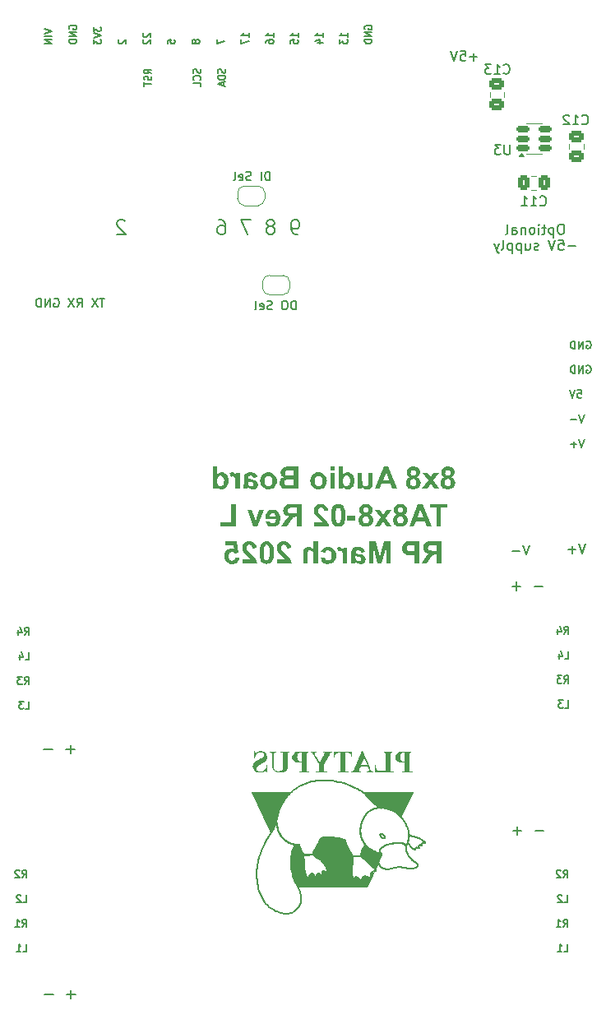
<source format=gbr>
%TF.GenerationSoftware,KiCad,Pcbnew,9.0.0*%
%TF.CreationDate,2025-03-26T11:44:13+11:00*%
%TF.ProjectId,tlv320aic3104 audio rev K twist,746c7633-3230-4616-9963-333130342061,Rev F*%
%TF.SameCoordinates,Original*%
%TF.FileFunction,Legend,Bot*%
%TF.FilePolarity,Positive*%
%FSLAX46Y46*%
G04 Gerber Fmt 4.6, Leading zero omitted, Abs format (unit mm)*
G04 Created by KiCad (PCBNEW 9.0.0) date 2025-03-26 11:44:13*
%MOMM*%
%LPD*%
G01*
G04 APERTURE LIST*
G04 Aperture macros list*
%AMRoundRect*
0 Rectangle with rounded corners*
0 $1 Rounding radius*
0 $2 $3 $4 $5 $6 $7 $8 $9 X,Y pos of 4 corners*
0 Add a 4 corners polygon primitive as box body*
4,1,4,$2,$3,$4,$5,$6,$7,$8,$9,$2,$3,0*
0 Add four circle primitives for the rounded corners*
1,1,$1+$1,$2,$3*
1,1,$1+$1,$4,$5*
1,1,$1+$1,$6,$7*
1,1,$1+$1,$8,$9*
0 Add four rect primitives between the rounded corners*
20,1,$1+$1,$2,$3,$4,$5,0*
20,1,$1+$1,$4,$5,$6,$7,0*
20,1,$1+$1,$6,$7,$8,$9,0*
20,1,$1+$1,$8,$9,$2,$3,0*%
%AMFreePoly0*
4,1,23,0.500000,-0.750000,0.000000,-0.750000,0.000000,-0.745722,-0.065263,-0.745722,-0.191342,-0.711940,-0.304381,-0.646677,-0.396677,-0.554381,-0.461940,-0.441342,-0.495722,-0.315263,-0.495722,-0.250000,-0.500000,-0.250000,-0.500000,0.250000,-0.495722,0.250000,-0.495722,0.315263,-0.461940,0.441342,-0.396677,0.554381,-0.304381,0.646677,-0.191342,0.711940,-0.065263,0.745722,0.000000,0.745722,
0.000000,0.750000,0.500000,0.750000,0.500000,-0.750000,0.500000,-0.750000,$1*%
%AMFreePoly1*
4,1,23,0.000000,0.745722,0.065263,0.745722,0.191342,0.711940,0.304381,0.646677,0.396677,0.554381,0.461940,0.441342,0.495722,0.315263,0.495722,0.250000,0.500000,0.250000,0.500000,-0.250000,0.495722,-0.250000,0.495722,-0.315263,0.461940,-0.441342,0.396677,-0.554381,0.304381,-0.646677,0.191342,-0.711940,0.065263,-0.745722,0.000000,-0.745722,0.000000,-0.750000,-0.500000,-0.750000,
-0.500000,0.750000,0.000000,0.750000,0.000000,0.745722,0.000000,0.745722,$1*%
G04 Aperture macros list end*
%ADD10C,0.132291*%
%ADD11C,0.106955*%
%ADD12C,0.127000*%
%ADD13C,0.300000*%
%ADD14C,0.152400*%
%ADD15C,0.457200*%
%ADD16C,0.203200*%
%ADD17C,0.150000*%
%ADD18C,0.120000*%
%ADD19R,2.000000X2.000000*%
%ADD20R,1.700000X1.700000*%
%ADD21O,1.700000X1.700000*%
%ADD22C,3.200000*%
%ADD23R,1.725000X1.725000*%
%ADD24C,1.725000*%
%ADD25R,1.650000X1.650000*%
%ADD26C,1.650000*%
%ADD27C,1.409600*%
%ADD28FreePoly0,180.000000*%
%ADD29FreePoly1,180.000000*%
%ADD30RoundRect,0.250000X0.337500X0.475000X-0.337500X0.475000X-0.337500X-0.475000X0.337500X-0.475000X0*%
%ADD31RoundRect,0.150000X-0.512500X-0.150000X0.512500X-0.150000X0.512500X0.150000X-0.512500X0.150000X0*%
%ADD32RoundRect,0.250000X-0.475000X0.337500X-0.475000X-0.337500X0.475000X-0.337500X0.475000X0.337500X0*%
G04 APERTURE END LIST*
D10*
X33629557Y-78586188D02*
X33881367Y-78598787D01*
X34144846Y-78621672D01*
X34418059Y-78655143D01*
X34699070Y-78699501D01*
X34985945Y-78755045D01*
X35276748Y-78822077D01*
X35569545Y-78900896D01*
X35862401Y-78991802D01*
X36153380Y-79095096D01*
X36440548Y-79211078D01*
X36721969Y-79340047D01*
X36995710Y-79482305D01*
X37108029Y-79546850D01*
X37214443Y-79612044D01*
X37315322Y-79677803D01*
X37411035Y-79744045D01*
X37588438Y-79877642D01*
X37749606Y-80012170D01*
X37897494Y-80146960D01*
X38035054Y-80281349D01*
X38291009Y-80546253D01*
X38415310Y-80675436D01*
X38541099Y-80801551D01*
X38671330Y-80923933D01*
X38808957Y-81041915D01*
X38956932Y-81154830D01*
X39035723Y-81209180D01*
X39118210Y-81262014D01*
X39204761Y-81313247D01*
X39295744Y-81362798D01*
X39391531Y-81410582D01*
X39492489Y-81456517D01*
X39381447Y-81442237D01*
X39273476Y-81434815D01*
X39168569Y-81433967D01*
X39066718Y-81439404D01*
X38967916Y-81450842D01*
X38872155Y-81467992D01*
X38779430Y-81490570D01*
X38689731Y-81518288D01*
X38603052Y-81550860D01*
X38519385Y-81588000D01*
X38438723Y-81629421D01*
X38361059Y-81674836D01*
X38286386Y-81723960D01*
X38214695Y-81776505D01*
X38145981Y-81832186D01*
X38080234Y-81890716D01*
X37957618Y-82015176D01*
X37846787Y-82147594D01*
X37747683Y-82285680D01*
X37660247Y-82427140D01*
X37584421Y-82569684D01*
X37520146Y-82711019D01*
X37467364Y-82848856D01*
X37426015Y-82980900D01*
X37389328Y-83120042D01*
X37358379Y-83259997D01*
X37333631Y-83400640D01*
X37315546Y-83541846D01*
X37304585Y-83683493D01*
X37301209Y-83825453D01*
X37305882Y-83967605D01*
X37319064Y-84109822D01*
X37341217Y-84251980D01*
X37372804Y-84393956D01*
X37414285Y-84535623D01*
X37466123Y-84676859D01*
X37528779Y-84817538D01*
X37602715Y-84957535D01*
X37688393Y-85096727D01*
X37786275Y-85234989D01*
X37750940Y-85314068D01*
X37714680Y-85387115D01*
X37677982Y-85455241D01*
X37641327Y-85519561D01*
X37570084Y-85641231D01*
X37536464Y-85700806D01*
X37504823Y-85761027D01*
X37475644Y-85823004D01*
X37449412Y-85887851D01*
X37437552Y-85921699D01*
X37426610Y-85956682D01*
X37416647Y-85992938D01*
X37407722Y-86030608D01*
X37399897Y-86069829D01*
X37393232Y-86110742D01*
X37387787Y-86153485D01*
X37383623Y-86198198D01*
X37380800Y-86245019D01*
X37379379Y-86294088D01*
X37379421Y-86345543D01*
X37380985Y-86399525D01*
X37259510Y-86411362D01*
X37150350Y-86420151D01*
X37047991Y-86425190D01*
X36997640Y-86426084D01*
X36946922Y-86425776D01*
X36895149Y-86424179D01*
X36841632Y-86421205D01*
X36785681Y-86416766D01*
X36726608Y-86410775D01*
X36663724Y-86403143D01*
X36596340Y-86393783D01*
X36445314Y-86369526D01*
X36426235Y-86314978D01*
X36405676Y-86261842D01*
X36360644Y-86159355D01*
X36311272Y-86061174D01*
X36258617Y-85966405D01*
X36203734Y-85874154D01*
X36147679Y-85783529D01*
X36036271Y-85603583D01*
X35983030Y-85512475D01*
X35932839Y-85419420D01*
X35886751Y-85323524D01*
X35845824Y-85223895D01*
X35827625Y-85172401D01*
X35811112Y-85119639D01*
X35796417Y-85065496D01*
X35783671Y-85009862D01*
X35773007Y-84952625D01*
X35764556Y-84893673D01*
X35758451Y-84832894D01*
X35754823Y-84770177D01*
X35669595Y-84732623D01*
X35562019Y-84693730D01*
X35434727Y-84654500D01*
X35290350Y-84615937D01*
X35131520Y-84579044D01*
X34960867Y-84544822D01*
X34781023Y-84514277D01*
X34594619Y-84488410D01*
X34404286Y-84468224D01*
X34212656Y-84454723D01*
X34022360Y-84448909D01*
X33836030Y-84451786D01*
X33656295Y-84464356D01*
X33485788Y-84487622D01*
X33327141Y-84522588D01*
X33253086Y-84544771D01*
X33182983Y-84570256D01*
X33182987Y-84570271D01*
X33137847Y-84714529D01*
X33085956Y-84851400D01*
X33028773Y-84981227D01*
X32967757Y-85104355D01*
X32904366Y-85221128D01*
X32840059Y-85331891D01*
X32714530Y-85536759D01*
X32602840Y-85721713D01*
X32555830Y-85807582D01*
X32516655Y-85889506D01*
X32486774Y-85967827D01*
X32475775Y-86005744D01*
X32467645Y-86042890D01*
X32462569Y-86079308D01*
X32460727Y-86115040D01*
X32462303Y-86150130D01*
X32467478Y-86184620D01*
X32263584Y-86240537D01*
X32156125Y-86267556D01*
X32099683Y-86279807D01*
X32040925Y-86290827D01*
X31979470Y-86300324D01*
X31914937Y-86308006D01*
X31846944Y-86313579D01*
X31775110Y-86316750D01*
X31699055Y-86317227D01*
X31618397Y-86314717D01*
X31532755Y-86308927D01*
X31441748Y-86299565D01*
X31439180Y-86275573D01*
X31434394Y-86250478D01*
X31427543Y-86224319D01*
X31418786Y-86197137D01*
X31396170Y-86139857D01*
X31367794Y-86078953D01*
X31334902Y-86014740D01*
X31298740Y-85947532D01*
X31221595Y-85805391D01*
X31183102Y-85731089D01*
X31146325Y-85655051D01*
X31112508Y-85577592D01*
X31082899Y-85499028D01*
X31070061Y-85459430D01*
X31058742Y-85419673D01*
X31049099Y-85379798D01*
X31041285Y-85339842D01*
X31035458Y-85299847D01*
X31031773Y-85259850D01*
X31030386Y-85219892D01*
X31031453Y-85180012D01*
X30956699Y-85189253D01*
X30885852Y-85196305D01*
X30818244Y-85201087D01*
X30753209Y-85203520D01*
X30690079Y-85203522D01*
X30628188Y-85201013D01*
X30566869Y-85195912D01*
X30505454Y-85188139D01*
X30443277Y-85177613D01*
X30379671Y-85164254D01*
X30313968Y-85147981D01*
X30245502Y-85128713D01*
X30173606Y-85106370D01*
X30097613Y-85080872D01*
X30016856Y-85052137D01*
X29930668Y-85020085D01*
X29870022Y-84993961D01*
X29808341Y-84962549D01*
X29745877Y-84926011D01*
X29682884Y-84884506D01*
X29619617Y-84838195D01*
X29556328Y-84787238D01*
X29493272Y-84731794D01*
X29430703Y-84672024D01*
X29368873Y-84608089D01*
X29308038Y-84540147D01*
X29248451Y-84468360D01*
X29190365Y-84392888D01*
X29134035Y-84313891D01*
X29079714Y-84231528D01*
X29027656Y-84145961D01*
X28978115Y-84057349D01*
X28931344Y-83965852D01*
X28887597Y-83871631D01*
X28847129Y-83774846D01*
X28810192Y-83675656D01*
X28777041Y-83574223D01*
X28747930Y-83470706D01*
X28723112Y-83365265D01*
X28702841Y-83258060D01*
X28687370Y-83149253D01*
X28676954Y-83039002D01*
X28671847Y-82927468D01*
X28672302Y-82814812D01*
X28678572Y-82701192D01*
X28690913Y-82586771D01*
X28709576Y-82471706D01*
X28734818Y-82356160D01*
X28807377Y-82087346D01*
X28894990Y-81811182D01*
X28999579Y-81530274D01*
X29123063Y-81247228D01*
X29267363Y-80964651D01*
X29434399Y-80685149D01*
X29626090Y-80411328D01*
X29731783Y-80277363D01*
X29844359Y-80145795D01*
X29964059Y-80016951D01*
X30091124Y-79891156D01*
X30225793Y-79768737D01*
X30368307Y-79650018D01*
X30518904Y-79535326D01*
X30677827Y-79424986D01*
X30845313Y-79319324D01*
X31021604Y-79218667D01*
X31206940Y-79123340D01*
X31401560Y-79033668D01*
X31605705Y-78949977D01*
X31819615Y-78872594D01*
X32043529Y-78801844D01*
X32277688Y-78738053D01*
X32522332Y-78681546D01*
X32777700Y-78632650D01*
X32963487Y-78607106D01*
X33168682Y-78590648D01*
X33391350Y-78583575D01*
X33629557Y-78586188D01*
D11*
X30173627Y-79788427D02*
X30173612Y-79788427D01*
X30173628Y-79788412D01*
X30173627Y-79788427D01*
G36*
X30173627Y-79788427D02*
G01*
X30173612Y-79788427D01*
X30173628Y-79788412D01*
X30173627Y-79788427D01*
G37*
D10*
X42421471Y-84276017D02*
X42523562Y-84314093D01*
X42633906Y-84350484D01*
X42750649Y-84386048D01*
X42995912Y-84458120D01*
X43120724Y-84496341D01*
X43244517Y-84537162D01*
X43365437Y-84581437D01*
X43481629Y-84630026D01*
X43591240Y-84683782D01*
X43642998Y-84712867D01*
X43692414Y-84743565D01*
X43739258Y-84775983D01*
X43783298Y-84810229D01*
X43824302Y-84846409D01*
X43862037Y-84884631D01*
X43896273Y-84925002D01*
X43926777Y-84967629D01*
X43953317Y-85012619D01*
X43975663Y-85060078D01*
X43978238Y-85066744D01*
X43979441Y-85071823D01*
X43979333Y-85075429D01*
X43977978Y-85077675D01*
X43975440Y-85078672D01*
X43971781Y-85078533D01*
X43961355Y-85075300D01*
X43887474Y-85039452D01*
X43863488Y-85029264D01*
X43838308Y-85020387D01*
X43825427Y-85016722D01*
X43812438Y-85013722D01*
X43799403Y-85011499D01*
X43786386Y-85010168D01*
X43773449Y-85009839D01*
X43760656Y-85010626D01*
X43748069Y-85012641D01*
X43735754Y-85015997D01*
X43723771Y-85020806D01*
X43712185Y-85027181D01*
X43701060Y-85035234D01*
X43690457Y-85045079D01*
X43680716Y-85056179D01*
X43672094Y-85066993D01*
X43664539Y-85077529D01*
X43657997Y-85087795D01*
X43652415Y-85097796D01*
X43647740Y-85107542D01*
X43643918Y-85117038D01*
X43640898Y-85126293D01*
X43638625Y-85135314D01*
X43637046Y-85144107D01*
X43636109Y-85152681D01*
X43635760Y-85161043D01*
X43635946Y-85169199D01*
X43636614Y-85177158D01*
X43637710Y-85184927D01*
X43639182Y-85192513D01*
X43640977Y-85199923D01*
X43643040Y-85207164D01*
X43647764Y-85221172D01*
X43658104Y-85247489D01*
X43662870Y-85259915D01*
X43666801Y-85271932D01*
X43668321Y-85277806D01*
X43669472Y-85283598D01*
X43670201Y-85289318D01*
X43670456Y-85294972D01*
X43670405Y-85299908D01*
X43669339Y-85303536D01*
X43667303Y-85305952D01*
X43664338Y-85307254D01*
X43660486Y-85307538D01*
X43655789Y-85306901D01*
X43644030Y-85303253D01*
X43571634Y-85271235D01*
X43548881Y-85262754D01*
X43524940Y-85255635D01*
X43512630Y-85252829D01*
X43500150Y-85250654D01*
X43487541Y-85249208D01*
X43474846Y-85248587D01*
X43462107Y-85248888D01*
X43449367Y-85250209D01*
X43436666Y-85252647D01*
X43424048Y-85256298D01*
X43411555Y-85261259D01*
X43399229Y-85267628D01*
X43387111Y-85275502D01*
X43375245Y-85284977D01*
X43363786Y-85295753D01*
X43353748Y-85306518D01*
X43345059Y-85317264D01*
X43337646Y-85327979D01*
X43331434Y-85338654D01*
X43326350Y-85349278D01*
X43322322Y-85359842D01*
X43319277Y-85370336D01*
X43317139Y-85380748D01*
X43315838Y-85391071D01*
X43315298Y-85401292D01*
X43315448Y-85411403D01*
X43316213Y-85421393D01*
X43317520Y-85431252D01*
X43319296Y-85440970D01*
X43321468Y-85450537D01*
X43326707Y-85469178D01*
X43332649Y-85487094D01*
X43344299Y-85520430D01*
X43348834Y-85535689D01*
X43350523Y-85542931D01*
X43351728Y-85549901D01*
X43352377Y-85556590D01*
X43352395Y-85562986D01*
X43351709Y-85569081D01*
X43350247Y-85574864D01*
X43347283Y-85581089D01*
X43343130Y-85585774D01*
X43337859Y-85589021D01*
X43331541Y-85590931D01*
X43324249Y-85591603D01*
X43316054Y-85591138D01*
X43307027Y-85589637D01*
X43297239Y-85587202D01*
X43275668Y-85579927D01*
X43251914Y-85570119D01*
X43200139Y-85546126D01*
X43146487Y-85521664D01*
X43120387Y-85511270D01*
X43095534Y-85503176D01*
X43083753Y-85500242D01*
X43072497Y-85498185D01*
X43061840Y-85497106D01*
X43051851Y-85497104D01*
X43042602Y-85498281D01*
X43034165Y-85500738D01*
X43026611Y-85504574D01*
X43020012Y-85509892D01*
X43013773Y-85516125D01*
X43008165Y-85522629D01*
X43003145Y-85529380D01*
X42998671Y-85536355D01*
X42994699Y-85543531D01*
X42991187Y-85550885D01*
X42988090Y-85558396D01*
X42985367Y-85566039D01*
X42980867Y-85581631D01*
X42977343Y-85597479D01*
X42971842Y-85629214D01*
X42969176Y-85644733D01*
X42966108Y-85659777D01*
X42962292Y-85674162D01*
X42959995Y-85681050D01*
X42957383Y-85687705D01*
X42954412Y-85694104D01*
X42951038Y-85700224D01*
X42947220Y-85706041D01*
X42942912Y-85711535D01*
X42938073Y-85716680D01*
X42932660Y-85721455D01*
X42926629Y-85725836D01*
X42919938Y-85729801D01*
X42909363Y-85732802D01*
X42896501Y-85732551D01*
X42881494Y-85729220D01*
X42864488Y-85722986D01*
X42845628Y-85714020D01*
X42825058Y-85702498D01*
X42779369Y-85672478D01*
X42728579Y-85634317D01*
X42673845Y-85589406D01*
X42616326Y-85539136D01*
X42557180Y-85484898D01*
X42438639Y-85370081D01*
X42327486Y-85256085D01*
X42232986Y-85154036D01*
X42164402Y-85075062D01*
X42164372Y-85075062D01*
X42180024Y-85033237D01*
X42195068Y-84988557D01*
X42209482Y-84941328D01*
X42223243Y-84891859D01*
X42248722Y-84787428D01*
X42271327Y-84677725D01*
X42290883Y-84565211D01*
X42307212Y-84452346D01*
X42320139Y-84341589D01*
X42329487Y-84235402D01*
X42421471Y-84276017D01*
D11*
X30021686Y-79932553D02*
X29879738Y-80080958D01*
X29747419Y-80233121D01*
X29624364Y-80388536D01*
X29510205Y-80546698D01*
X29404578Y-80707101D01*
X29307116Y-80869239D01*
X29217454Y-81032607D01*
X29135225Y-81196699D01*
X29060063Y-81361010D01*
X28991603Y-81525033D01*
X28929478Y-81688263D01*
X28873324Y-81850194D01*
X28822773Y-82010321D01*
X28777459Y-82168139D01*
X28737018Y-82323140D01*
X28722063Y-82388302D01*
X28709390Y-82453303D01*
X28698900Y-82518124D01*
X28690496Y-82582745D01*
X28684080Y-82647150D01*
X28679554Y-82711318D01*
X28676820Y-82775231D01*
X28675780Y-82838872D01*
X28650839Y-82909365D01*
X28623920Y-82979387D01*
X28595113Y-83049035D01*
X28564504Y-83118406D01*
X28532180Y-83187597D01*
X28498230Y-83256706D01*
X28425798Y-83395064D01*
X28347908Y-83534258D01*
X28265259Y-83675066D01*
X28088483Y-83964635D01*
X26087049Y-79795126D01*
X30173612Y-79788427D01*
X30021686Y-79932553D01*
G36*
X30021686Y-79932553D02*
G01*
X29879738Y-80080958D01*
X29747419Y-80233121D01*
X29624364Y-80388536D01*
X29510205Y-80546698D01*
X29404578Y-80707101D01*
X29307116Y-80869239D01*
X29217454Y-81032607D01*
X29135225Y-81196699D01*
X29060063Y-81361010D01*
X28991603Y-81525033D01*
X28929478Y-81688263D01*
X28873324Y-81850194D01*
X28822773Y-82010321D01*
X28777459Y-82168139D01*
X28737018Y-82323140D01*
X28722063Y-82388302D01*
X28709390Y-82453303D01*
X28698900Y-82518124D01*
X28690496Y-82582745D01*
X28684080Y-82647150D01*
X28679554Y-82711318D01*
X28676820Y-82775231D01*
X28675780Y-82838872D01*
X28650839Y-82909365D01*
X28623920Y-82979387D01*
X28595113Y-83049035D01*
X28564504Y-83118406D01*
X28532180Y-83187597D01*
X28498230Y-83256706D01*
X28425798Y-83395064D01*
X28347908Y-83534258D01*
X28265259Y-83675066D01*
X28088483Y-83964635D01*
X26087049Y-79795126D01*
X30173612Y-79788427D01*
X30021686Y-79932553D01*
G37*
D10*
X28695247Y-83097247D02*
X28730661Y-83315070D01*
X28779589Y-83524449D01*
X28841800Y-83724793D01*
X28917063Y-83915511D01*
X29005146Y-84096012D01*
X29105820Y-84265705D01*
X29218851Y-84423998D01*
X29279928Y-84498686D01*
X29344009Y-84570302D01*
X29411063Y-84638773D01*
X29481063Y-84704025D01*
X29553978Y-84765984D01*
X29629781Y-84824576D01*
X29708442Y-84879727D01*
X29789933Y-84931364D01*
X29874224Y-84979412D01*
X29961287Y-85023798D01*
X30051092Y-85064447D01*
X30143611Y-85101286D01*
X30238815Y-85134242D01*
X30336675Y-85163239D01*
X30437162Y-85188205D01*
X30540247Y-85209065D01*
X30540247Y-85209080D01*
X30466387Y-85379429D01*
X30400765Y-85548007D01*
X30293068Y-85879576D01*
X30214819Y-86203247D01*
X30163685Y-86518477D01*
X30137329Y-86824724D01*
X30133418Y-87121446D01*
X30149615Y-87408101D01*
X30183587Y-87684147D01*
X30232997Y-87949043D01*
X30295512Y-88202245D01*
X30368797Y-88443213D01*
X30450515Y-88671404D01*
X30538333Y-88886276D01*
X30629916Y-89087288D01*
X30815034Y-89445561D01*
X30878567Y-89566811D01*
X30943628Y-89703310D01*
X31007291Y-89853135D01*
X31066631Y-90014363D01*
X31118722Y-90185070D01*
X31160640Y-90363333D01*
X31189457Y-90547229D01*
X31198040Y-90640688D01*
X31202250Y-90734835D01*
X31201723Y-90829428D01*
X31196092Y-90924227D01*
X31184993Y-91018992D01*
X31168058Y-91113483D01*
X31144924Y-91207458D01*
X31115223Y-91300678D01*
X31078591Y-91392903D01*
X31034661Y-91483891D01*
X30983068Y-91573403D01*
X30923446Y-91661197D01*
X30855430Y-91747035D01*
X30778653Y-91830674D01*
X30692751Y-91911875D01*
X30597357Y-91990398D01*
X30492106Y-92066002D01*
X30376632Y-92138446D01*
X30306908Y-92176315D01*
X30234644Y-92209576D01*
X30160017Y-92238315D01*
X30083208Y-92262620D01*
X30004395Y-92282580D01*
X29923757Y-92298281D01*
X29841473Y-92309812D01*
X29757723Y-92317259D01*
X29672685Y-92320711D01*
X29586538Y-92320256D01*
X29411634Y-92307972D01*
X29234443Y-92281110D01*
X29056397Y-92240371D01*
X28878929Y-92186456D01*
X28703470Y-92120065D01*
X28531452Y-92041902D01*
X28364307Y-91952666D01*
X28203468Y-91853059D01*
X28050367Y-91743783D01*
X27906435Y-91625539D01*
X27773105Y-91499027D01*
X27673964Y-91392551D01*
X27580003Y-91282005D01*
X27491127Y-91167659D01*
X27407242Y-91049784D01*
X27254067Y-90804521D01*
X27119723Y-90548376D01*
X27003452Y-90283507D01*
X26904501Y-90012072D01*
X26822113Y-89736230D01*
X26755532Y-89458140D01*
X26704002Y-89179959D01*
X26666769Y-88903846D01*
X26643076Y-88631960D01*
X26632167Y-88366458D01*
X26633288Y-88109501D01*
X26645682Y-87863245D01*
X26668593Y-87629849D01*
X26701267Y-87411472D01*
X26795810Y-86953310D01*
X26903863Y-86531494D01*
X27023352Y-86143218D01*
X27152202Y-85785677D01*
X27288340Y-85456068D01*
X27429691Y-85151584D01*
X27574181Y-84869421D01*
X27719735Y-84606774D01*
X28271111Y-83695244D01*
X28390874Y-83488102D01*
X28499256Y-83283646D01*
X28594182Y-83079070D01*
X28673579Y-82871571D01*
X28695247Y-83097247D01*
D11*
X34226636Y-84450622D02*
X34418251Y-84464129D01*
X34608569Y-84484320D01*
X34794958Y-84510193D01*
X34974787Y-84540744D01*
X35145427Y-84574971D01*
X35304245Y-84611869D01*
X35448611Y-84650436D01*
X35575895Y-84689668D01*
X35683465Y-84728563D01*
X35768692Y-84766118D01*
X35772320Y-84828836D01*
X35778426Y-84889614D01*
X35786879Y-84948564D01*
X35797546Y-85005799D01*
X35810296Y-85061428D01*
X35824995Y-85115566D01*
X35841513Y-85168322D01*
X35859718Y-85219809D01*
X35900657Y-85319422D01*
X35946758Y-85415300D01*
X35996965Y-85508335D01*
X36050221Y-85599423D01*
X36161657Y-85779328D01*
X36217726Y-85869934D01*
X36272620Y-85962168D01*
X36325284Y-86056923D01*
X36374663Y-86155093D01*
X36419699Y-86257572D01*
X36440258Y-86310706D01*
X36459337Y-86365254D01*
X36460949Y-86365583D01*
X36462431Y-86365843D01*
X36463826Y-86366056D01*
X36465176Y-86366247D01*
X36466524Y-86366439D01*
X36467910Y-86366655D01*
X36469379Y-86366918D01*
X36470972Y-86367253D01*
X36485508Y-86456318D01*
X36495420Y-86547668D01*
X36501199Y-86640781D01*
X36503338Y-86735136D01*
X36502329Y-86830215D01*
X36498664Y-86925495D01*
X36485335Y-87114580D01*
X36448459Y-87472278D01*
X36432786Y-87632563D01*
X36427364Y-87706243D01*
X36424207Y-87774922D01*
X36424301Y-87843129D01*
X36426363Y-87915747D01*
X36430246Y-87991558D01*
X36435803Y-88069349D01*
X36442887Y-88147901D01*
X36451350Y-88226002D01*
X36461046Y-88302433D01*
X36471827Y-88375981D01*
X36483545Y-88445428D01*
X36496055Y-88509560D01*
X36509209Y-88567161D01*
X36522859Y-88617015D01*
X36536859Y-88657907D01*
X36551062Y-88688620D01*
X36558193Y-88699780D01*
X36565319Y-88707939D01*
X36572422Y-88712947D01*
X36579484Y-88714649D01*
X36588286Y-88716262D01*
X36596886Y-88716477D01*
X36605318Y-88715392D01*
X36613617Y-88713101D01*
X36621816Y-88709702D01*
X36629949Y-88705290D01*
X36638051Y-88699961D01*
X36646155Y-88693811D01*
X36662505Y-88679434D01*
X36679272Y-88662926D01*
X36715141Y-88626597D01*
X36734786Y-88608311D01*
X36745156Y-88599474D01*
X36755935Y-88590970D01*
X36767157Y-88582894D01*
X36778858Y-88575342D01*
X36791069Y-88568410D01*
X36803827Y-88562195D01*
X36817163Y-88556792D01*
X36831113Y-88552298D01*
X36845711Y-88548809D01*
X36860989Y-88546420D01*
X36876983Y-88545228D01*
X36893726Y-88545329D01*
X36911252Y-88546819D01*
X36929595Y-88549793D01*
X36948583Y-88554074D01*
X36967093Y-88559373D01*
X36985148Y-88565625D01*
X37002768Y-88572766D01*
X37019974Y-88580731D01*
X37036788Y-88589454D01*
X37053230Y-88598871D01*
X37069321Y-88608916D01*
X37085082Y-88619526D01*
X37100535Y-88630634D01*
X37130600Y-88654086D01*
X37159683Y-88678754D01*
X37187952Y-88704117D01*
X37242723Y-88754850D01*
X37269562Y-88779180D01*
X37296261Y-88802127D01*
X37322987Y-88823170D01*
X37336414Y-88832815D01*
X37349911Y-88841789D01*
X37363498Y-88850028D01*
X37377198Y-88857466D01*
X37391032Y-88864038D01*
X37405019Y-88869679D01*
X37417541Y-88867339D01*
X37428904Y-88863206D01*
X37439209Y-88857392D01*
X37448558Y-88850008D01*
X37457054Y-88841166D01*
X37464796Y-88830979D01*
X37471889Y-88819556D01*
X37478432Y-88807012D01*
X37490279Y-88779001D01*
X37501150Y-88747841D01*
X37523222Y-88679646D01*
X37536050Y-88644398D01*
X37551158Y-88609577D01*
X37559821Y-88592604D01*
X37569359Y-88576074D01*
X37579873Y-88560096D01*
X37591466Y-88544784D01*
X37604239Y-88530248D01*
X37618294Y-88516601D01*
X37633733Y-88503953D01*
X37650656Y-88492418D01*
X37669167Y-88482106D01*
X37689367Y-88473129D01*
X37711357Y-88465600D01*
X37735239Y-88459629D01*
X37748550Y-88458031D01*
X37763099Y-88457856D01*
X37778802Y-88459004D01*
X37795577Y-88461376D01*
X37832012Y-88469392D01*
X37871746Y-88481105D01*
X37914117Y-88495718D01*
X37958468Y-88512432D01*
X38050467Y-88548971D01*
X38142465Y-88584338D01*
X38186815Y-88599587D01*
X38229186Y-88612148D01*
X38268917Y-88621224D01*
X38287588Y-88624205D01*
X38305351Y-88626016D01*
X38322125Y-88626556D01*
X38337826Y-88625726D01*
X38352374Y-88623426D01*
X38365684Y-88619557D01*
X38372390Y-88616065D01*
X38377580Y-88611240D01*
X38381380Y-88605126D01*
X38383916Y-88597765D01*
X38385316Y-88589200D01*
X38385706Y-88579474D01*
X38383960Y-88556711D01*
X38361863Y-88427817D01*
X38357620Y-88387851D01*
X38355914Y-88345477D01*
X38357756Y-88301038D01*
X38360324Y-88278151D01*
X38364158Y-88254877D01*
X38369386Y-88231258D01*
X38376133Y-88207338D01*
X38384526Y-88183160D01*
X38394692Y-88158766D01*
X38406756Y-88134200D01*
X38420847Y-88109504D01*
X38437089Y-88084721D01*
X38455610Y-88059895D01*
X38462386Y-88051980D01*
X38469292Y-88044498D01*
X38476322Y-88037438D01*
X38483470Y-88030787D01*
X38490729Y-88024534D01*
X38498093Y-88018667D01*
X38513113Y-88008045D01*
X38528481Y-87998827D01*
X38544148Y-87990919D01*
X38560065Y-87984228D01*
X38576183Y-87978659D01*
X38592454Y-87974119D01*
X38608828Y-87970513D01*
X38625256Y-87967749D01*
X38641690Y-87965732D01*
X38658080Y-87964369D01*
X38674379Y-87963565D01*
X38690536Y-87963227D01*
X38706502Y-87963261D01*
X38513484Y-88363743D01*
X37931863Y-89557987D01*
X30870124Y-89560261D01*
X30663761Y-89168803D01*
X30560016Y-88955435D01*
X30509262Y-88841212D01*
X30459734Y-88720770D01*
X30411792Y-88593216D01*
X30365796Y-88457656D01*
X30322106Y-88313195D01*
X30281081Y-88158940D01*
X30243082Y-87993996D01*
X30208469Y-87817469D01*
X30177601Y-87628465D01*
X30150839Y-87426090D01*
X30140455Y-87321435D01*
X30133744Y-87216962D01*
X30130489Y-87112880D01*
X30130469Y-87009392D01*
X30133465Y-86906706D01*
X30139258Y-86805027D01*
X30147629Y-86704560D01*
X30158358Y-86605513D01*
X30186012Y-86412497D01*
X30220468Y-86227626D01*
X30259970Y-86052546D01*
X30302763Y-85888905D01*
X30347093Y-85738348D01*
X30391205Y-85602523D01*
X30433345Y-85483077D01*
X30471757Y-85381655D01*
X30530383Y-85239473D01*
X30553044Y-85189152D01*
X30612124Y-85196192D01*
X30669560Y-85200425D01*
X30726529Y-85202012D01*
X30784204Y-85201115D01*
X30843761Y-85197894D01*
X30906374Y-85192512D01*
X30973219Y-85185129D01*
X31045470Y-85175907D01*
X31044390Y-85214789D01*
X31045633Y-85253737D01*
X31049053Y-85292717D01*
X31054508Y-85331693D01*
X31061854Y-85370628D01*
X31070948Y-85409487D01*
X31081647Y-85448233D01*
X31093806Y-85486831D01*
X31121935Y-85563437D01*
X31154188Y-85639017D01*
X31189416Y-85713283D01*
X31226475Y-85785948D01*
X31370055Y-86054833D01*
X31399052Y-86115171D01*
X31422994Y-86172180D01*
X31440735Y-86225572D01*
X31446922Y-86250822D01*
X31451128Y-86275059D01*
X31469836Y-86517010D01*
X31486265Y-86834547D01*
X31507183Y-87197267D01*
X31539357Y-87574768D01*
X31561780Y-87759560D01*
X31589554Y-87936647D01*
X31623526Y-88102226D01*
X31664541Y-88252499D01*
X31687954Y-88320708D01*
X31713445Y-88383665D01*
X31741120Y-88440895D01*
X31771085Y-88491923D01*
X31803444Y-88536275D01*
X31838305Y-88573474D01*
X31875772Y-88603046D01*
X31915952Y-88624516D01*
X31923348Y-88626192D01*
X31930554Y-88625677D01*
X31937614Y-88623096D01*
X31944573Y-88618572D01*
X31951474Y-88612228D01*
X31958361Y-88604188D01*
X31972269Y-88583513D01*
X31986649Y-88557538D01*
X32001851Y-88527249D01*
X32036129Y-88457688D01*
X32055907Y-88420392D01*
X32077912Y-88382737D01*
X32102497Y-88345713D01*
X32115866Y-88327746D01*
X32130011Y-88310307D01*
X32144977Y-88293520D01*
X32160806Y-88277508D01*
X32177544Y-88262395D01*
X32195234Y-88248305D01*
X32213920Y-88235360D01*
X32233646Y-88223686D01*
X32254455Y-88213404D01*
X32276392Y-88204640D01*
X32299071Y-88198281D01*
X32321139Y-88195003D01*
X32342607Y-88194606D01*
X32363479Y-88196890D01*
X32383765Y-88201657D01*
X32403471Y-88208705D01*
X32422605Y-88217836D01*
X32441174Y-88228851D01*
X32459186Y-88241550D01*
X32476648Y-88255733D01*
X32493566Y-88271201D01*
X32509950Y-88287754D01*
X32541141Y-88323319D01*
X32570279Y-88360830D01*
X32667486Y-88498432D01*
X32687247Y-88521740D01*
X32696487Y-88530633D01*
X32705309Y-88537420D01*
X32713722Y-88541900D01*
X32721733Y-88543875D01*
X32729348Y-88543144D01*
X32736576Y-88539509D01*
X32741610Y-88535398D01*
X32746421Y-88529697D01*
X32751048Y-88522517D01*
X32755531Y-88513964D01*
X32764230Y-88493180D01*
X32772841Y-88468217D01*
X32791085Y-88409235D01*
X32801365Y-88376958D01*
X32812847Y-88343987D01*
X32825853Y-88311191D01*
X32840706Y-88279441D01*
X32848926Y-88264231D01*
X32857729Y-88249609D01*
X32867155Y-88235685D01*
X32877245Y-88222566D01*
X32888038Y-88210363D01*
X32899576Y-88199183D01*
X32911898Y-88189136D01*
X32925045Y-88180331D01*
X32939057Y-88172876D01*
X32953974Y-88166880D01*
X32969837Y-88162453D01*
X32986687Y-88159702D01*
X33003454Y-88159127D01*
X33019978Y-88160139D01*
X33036249Y-88162627D01*
X33052259Y-88166478D01*
X33067997Y-88171582D01*
X33083455Y-88177827D01*
X33098623Y-88185100D01*
X33113493Y-88193291D01*
X33128055Y-88202287D01*
X33142300Y-88211977D01*
X33156219Y-88222249D01*
X33169802Y-88232992D01*
X33195927Y-88255443D01*
X33220601Y-88278435D01*
X33265301Y-88322471D01*
X33285181Y-88341729D01*
X33303316Y-88357954D01*
X33311707Y-88364651D01*
X33319634Y-88370254D01*
X33327088Y-88374653D01*
X33334060Y-88377736D01*
X33340541Y-88379390D01*
X33346521Y-88379505D01*
X33351993Y-88377968D01*
X33356945Y-88374668D01*
X33358553Y-88368243D01*
X33359667Y-88360284D01*
X33360663Y-88340197D01*
X33359468Y-88286339D01*
X33357343Y-88219946D01*
X33357177Y-88184190D01*
X33358272Y-88147871D01*
X33361126Y-88111845D01*
X33366237Y-88076967D01*
X33369795Y-88060227D01*
X33374103Y-88044096D01*
X33379225Y-88028680D01*
X33385222Y-88014087D01*
X33392157Y-88000424D01*
X33400091Y-87987797D01*
X33409088Y-87976315D01*
X33419210Y-87966083D01*
X33430517Y-87957210D01*
X33443074Y-87949801D01*
X33456942Y-87943965D01*
X33472183Y-87939808D01*
X33488343Y-87937626D01*
X33504891Y-87936638D01*
X33521776Y-87936753D01*
X33538947Y-87937876D01*
X33556352Y-87939913D01*
X33573940Y-87942773D01*
X33591660Y-87946360D01*
X33609460Y-87950583D01*
X33645097Y-87960560D01*
X33680440Y-87971958D01*
X33748605Y-87996025D01*
X33780606Y-88007202D01*
X33810672Y-88016813D01*
X33838393Y-88024110D01*
X33851246Y-88026657D01*
X33863358Y-88028347D01*
X33874679Y-88029084D01*
X33885158Y-88028777D01*
X33894742Y-88027331D01*
X33903381Y-88024654D01*
X33911023Y-88020651D01*
X33917618Y-88015230D01*
X33923113Y-88008297D01*
X33927458Y-87999760D01*
X33929417Y-87974575D01*
X33926025Y-87937448D01*
X33917445Y-87889793D01*
X33903838Y-87833021D01*
X33885364Y-87768547D01*
X33862184Y-87697783D01*
X33834461Y-87622143D01*
X33802355Y-87543039D01*
X33766028Y-87461886D01*
X33725640Y-87380096D01*
X33681353Y-87299081D01*
X33633328Y-87220256D01*
X33581726Y-87145034D01*
X33526709Y-87074827D01*
X33468437Y-87011049D01*
X33438131Y-86982012D01*
X33407072Y-86955113D01*
X33342365Y-86903641D01*
X33276164Y-86853983D01*
X33208967Y-86805847D01*
X33141272Y-86758940D01*
X32875480Y-86577751D01*
X32812771Y-86532600D01*
X32752552Y-86486922D01*
X32695324Y-86440424D01*
X32641584Y-86392814D01*
X32591829Y-86343799D01*
X32546560Y-86293087D01*
X32525762Y-86267003D01*
X32506273Y-86240384D01*
X32488153Y-86213195D01*
X32471467Y-86185398D01*
X32464574Y-86187368D01*
X32457393Y-86189185D01*
X32450004Y-86190893D01*
X32442491Y-86192537D01*
X32427416Y-86195807D01*
X32420019Y-86197521D01*
X32412825Y-86199345D01*
X32447163Y-86189797D01*
X32464404Y-86185058D01*
X32481555Y-86180500D01*
X32476378Y-86146011D01*
X32474802Y-86110923D01*
X32476642Y-86075191D01*
X32481717Y-86038774D01*
X32489845Y-86001629D01*
X32500843Y-85963711D01*
X32530720Y-85885390D01*
X32569890Y-85803466D01*
X32616895Y-85717595D01*
X32728577Y-85532637D01*
X32854097Y-85327764D01*
X32918400Y-85217000D01*
X32981788Y-85100225D01*
X33042801Y-84977095D01*
X33099983Y-84847266D01*
X33151873Y-84710394D01*
X33197014Y-84566136D01*
X33267116Y-84540652D01*
X33341169Y-84518469D01*
X33499812Y-84483505D01*
X33670311Y-84460241D01*
X33850035Y-84447675D01*
X34036354Y-84444803D01*
X34226636Y-84450622D01*
G36*
X34226636Y-84450622D02*
G01*
X34418251Y-84464129D01*
X34608569Y-84484320D01*
X34794958Y-84510193D01*
X34974787Y-84540744D01*
X35145427Y-84574971D01*
X35304245Y-84611869D01*
X35448611Y-84650436D01*
X35575895Y-84689668D01*
X35683465Y-84728563D01*
X35768692Y-84766118D01*
X35772320Y-84828836D01*
X35778426Y-84889614D01*
X35786879Y-84948564D01*
X35797546Y-85005799D01*
X35810296Y-85061428D01*
X35824995Y-85115566D01*
X35841513Y-85168322D01*
X35859718Y-85219809D01*
X35900657Y-85319422D01*
X35946758Y-85415300D01*
X35996965Y-85508335D01*
X36050221Y-85599423D01*
X36161657Y-85779328D01*
X36217726Y-85869934D01*
X36272620Y-85962168D01*
X36325284Y-86056923D01*
X36374663Y-86155093D01*
X36419699Y-86257572D01*
X36440258Y-86310706D01*
X36459337Y-86365254D01*
X36460949Y-86365583D01*
X36462431Y-86365843D01*
X36463826Y-86366056D01*
X36465176Y-86366247D01*
X36466524Y-86366439D01*
X36467910Y-86366655D01*
X36469379Y-86366918D01*
X36470972Y-86367253D01*
X36485508Y-86456318D01*
X36495420Y-86547668D01*
X36501199Y-86640781D01*
X36503338Y-86735136D01*
X36502329Y-86830215D01*
X36498664Y-86925495D01*
X36485335Y-87114580D01*
X36448459Y-87472278D01*
X36432786Y-87632563D01*
X36427364Y-87706243D01*
X36424207Y-87774922D01*
X36424301Y-87843129D01*
X36426363Y-87915747D01*
X36430246Y-87991558D01*
X36435803Y-88069349D01*
X36442887Y-88147901D01*
X36451350Y-88226002D01*
X36461046Y-88302433D01*
X36471827Y-88375981D01*
X36483545Y-88445428D01*
X36496055Y-88509560D01*
X36509209Y-88567161D01*
X36522859Y-88617015D01*
X36536859Y-88657907D01*
X36551062Y-88688620D01*
X36558193Y-88699780D01*
X36565319Y-88707939D01*
X36572422Y-88712947D01*
X36579484Y-88714649D01*
X36588286Y-88716262D01*
X36596886Y-88716477D01*
X36605318Y-88715392D01*
X36613617Y-88713101D01*
X36621816Y-88709702D01*
X36629949Y-88705290D01*
X36638051Y-88699961D01*
X36646155Y-88693811D01*
X36662505Y-88679434D01*
X36679272Y-88662926D01*
X36715141Y-88626597D01*
X36734786Y-88608311D01*
X36745156Y-88599474D01*
X36755935Y-88590970D01*
X36767157Y-88582894D01*
X36778858Y-88575342D01*
X36791069Y-88568410D01*
X36803827Y-88562195D01*
X36817163Y-88556792D01*
X36831113Y-88552298D01*
X36845711Y-88548809D01*
X36860989Y-88546420D01*
X36876983Y-88545228D01*
X36893726Y-88545329D01*
X36911252Y-88546819D01*
X36929595Y-88549793D01*
X36948583Y-88554074D01*
X36967093Y-88559373D01*
X36985148Y-88565625D01*
X37002768Y-88572766D01*
X37019974Y-88580731D01*
X37036788Y-88589454D01*
X37053230Y-88598871D01*
X37069321Y-88608916D01*
X37085082Y-88619526D01*
X37100535Y-88630634D01*
X37130600Y-88654086D01*
X37159683Y-88678754D01*
X37187952Y-88704117D01*
X37242723Y-88754850D01*
X37269562Y-88779180D01*
X37296261Y-88802127D01*
X37322987Y-88823170D01*
X37336414Y-88832815D01*
X37349911Y-88841789D01*
X37363498Y-88850028D01*
X37377198Y-88857466D01*
X37391032Y-88864038D01*
X37405019Y-88869679D01*
X37417541Y-88867339D01*
X37428904Y-88863206D01*
X37439209Y-88857392D01*
X37448558Y-88850008D01*
X37457054Y-88841166D01*
X37464796Y-88830979D01*
X37471889Y-88819556D01*
X37478432Y-88807012D01*
X37490279Y-88779001D01*
X37501150Y-88747841D01*
X37523222Y-88679646D01*
X37536050Y-88644398D01*
X37551158Y-88609577D01*
X37559821Y-88592604D01*
X37569359Y-88576074D01*
X37579873Y-88560096D01*
X37591466Y-88544784D01*
X37604239Y-88530248D01*
X37618294Y-88516601D01*
X37633733Y-88503953D01*
X37650656Y-88492418D01*
X37669167Y-88482106D01*
X37689367Y-88473129D01*
X37711357Y-88465600D01*
X37735239Y-88459629D01*
X37748550Y-88458031D01*
X37763099Y-88457856D01*
X37778802Y-88459004D01*
X37795577Y-88461376D01*
X37832012Y-88469392D01*
X37871746Y-88481105D01*
X37914117Y-88495718D01*
X37958468Y-88512432D01*
X38050467Y-88548971D01*
X38142465Y-88584338D01*
X38186815Y-88599587D01*
X38229186Y-88612148D01*
X38268917Y-88621224D01*
X38287588Y-88624205D01*
X38305351Y-88626016D01*
X38322125Y-88626556D01*
X38337826Y-88625726D01*
X38352374Y-88623426D01*
X38365684Y-88619557D01*
X38372390Y-88616065D01*
X38377580Y-88611240D01*
X38381380Y-88605126D01*
X38383916Y-88597765D01*
X38385316Y-88589200D01*
X38385706Y-88579474D01*
X38383960Y-88556711D01*
X38361863Y-88427817D01*
X38357620Y-88387851D01*
X38355914Y-88345477D01*
X38357756Y-88301038D01*
X38360324Y-88278151D01*
X38364158Y-88254877D01*
X38369386Y-88231258D01*
X38376133Y-88207338D01*
X38384526Y-88183160D01*
X38394692Y-88158766D01*
X38406756Y-88134200D01*
X38420847Y-88109504D01*
X38437089Y-88084721D01*
X38455610Y-88059895D01*
X38462386Y-88051980D01*
X38469292Y-88044498D01*
X38476322Y-88037438D01*
X38483470Y-88030787D01*
X38490729Y-88024534D01*
X38498093Y-88018667D01*
X38513113Y-88008045D01*
X38528481Y-87998827D01*
X38544148Y-87990919D01*
X38560065Y-87984228D01*
X38576183Y-87978659D01*
X38592454Y-87974119D01*
X38608828Y-87970513D01*
X38625256Y-87967749D01*
X38641690Y-87965732D01*
X38658080Y-87964369D01*
X38674379Y-87963565D01*
X38690536Y-87963227D01*
X38706502Y-87963261D01*
X38513484Y-88363743D01*
X37931863Y-89557987D01*
X30870124Y-89560261D01*
X30663761Y-89168803D01*
X30560016Y-88955435D01*
X30509262Y-88841212D01*
X30459734Y-88720770D01*
X30411792Y-88593216D01*
X30365796Y-88457656D01*
X30322106Y-88313195D01*
X30281081Y-88158940D01*
X30243082Y-87993996D01*
X30208469Y-87817469D01*
X30177601Y-87628465D01*
X30150839Y-87426090D01*
X30140455Y-87321435D01*
X30133744Y-87216962D01*
X30130489Y-87112880D01*
X30130469Y-87009392D01*
X30133465Y-86906706D01*
X30139258Y-86805027D01*
X30147629Y-86704560D01*
X30158358Y-86605513D01*
X30186012Y-86412497D01*
X30220468Y-86227626D01*
X30259970Y-86052546D01*
X30302763Y-85888905D01*
X30347093Y-85738348D01*
X30391205Y-85602523D01*
X30433345Y-85483077D01*
X30471757Y-85381655D01*
X30530383Y-85239473D01*
X30553044Y-85189152D01*
X30612124Y-85196192D01*
X30669560Y-85200425D01*
X30726529Y-85202012D01*
X30784204Y-85201115D01*
X30843761Y-85197894D01*
X30906374Y-85192512D01*
X30973219Y-85185129D01*
X31045470Y-85175907D01*
X31044390Y-85214789D01*
X31045633Y-85253737D01*
X31049053Y-85292717D01*
X31054508Y-85331693D01*
X31061854Y-85370628D01*
X31070948Y-85409487D01*
X31081647Y-85448233D01*
X31093806Y-85486831D01*
X31121935Y-85563437D01*
X31154188Y-85639017D01*
X31189416Y-85713283D01*
X31226475Y-85785948D01*
X31370055Y-86054833D01*
X31399052Y-86115171D01*
X31422994Y-86172180D01*
X31440735Y-86225572D01*
X31446922Y-86250822D01*
X31451128Y-86275059D01*
X31469836Y-86517010D01*
X31486265Y-86834547D01*
X31507183Y-87197267D01*
X31539357Y-87574768D01*
X31561780Y-87759560D01*
X31589554Y-87936647D01*
X31623526Y-88102226D01*
X31664541Y-88252499D01*
X31687954Y-88320708D01*
X31713445Y-88383665D01*
X31741120Y-88440895D01*
X31771085Y-88491923D01*
X31803444Y-88536275D01*
X31838305Y-88573474D01*
X31875772Y-88603046D01*
X31915952Y-88624516D01*
X31923348Y-88626192D01*
X31930554Y-88625677D01*
X31937614Y-88623096D01*
X31944573Y-88618572D01*
X31951474Y-88612228D01*
X31958361Y-88604188D01*
X31972269Y-88583513D01*
X31986649Y-88557538D01*
X32001851Y-88527249D01*
X32036129Y-88457688D01*
X32055907Y-88420392D01*
X32077912Y-88382737D01*
X32102497Y-88345713D01*
X32115866Y-88327746D01*
X32130011Y-88310307D01*
X32144977Y-88293520D01*
X32160806Y-88277508D01*
X32177544Y-88262395D01*
X32195234Y-88248305D01*
X32213920Y-88235360D01*
X32233646Y-88223686D01*
X32254455Y-88213404D01*
X32276392Y-88204640D01*
X32299071Y-88198281D01*
X32321139Y-88195003D01*
X32342607Y-88194606D01*
X32363479Y-88196890D01*
X32383765Y-88201657D01*
X32403471Y-88208705D01*
X32422605Y-88217836D01*
X32441174Y-88228851D01*
X32459186Y-88241550D01*
X32476648Y-88255733D01*
X32493566Y-88271201D01*
X32509950Y-88287754D01*
X32541141Y-88323319D01*
X32570279Y-88360830D01*
X32667486Y-88498432D01*
X32687247Y-88521740D01*
X32696487Y-88530633D01*
X32705309Y-88537420D01*
X32713722Y-88541900D01*
X32721733Y-88543875D01*
X32729348Y-88543144D01*
X32736576Y-88539509D01*
X32741610Y-88535398D01*
X32746421Y-88529697D01*
X32751048Y-88522517D01*
X32755531Y-88513964D01*
X32764230Y-88493180D01*
X32772841Y-88468217D01*
X32791085Y-88409235D01*
X32801365Y-88376958D01*
X32812847Y-88343987D01*
X32825853Y-88311191D01*
X32840706Y-88279441D01*
X32848926Y-88264231D01*
X32857729Y-88249609D01*
X32867155Y-88235685D01*
X32877245Y-88222566D01*
X32888038Y-88210363D01*
X32899576Y-88199183D01*
X32911898Y-88189136D01*
X32925045Y-88180331D01*
X32939057Y-88172876D01*
X32953974Y-88166880D01*
X32969837Y-88162453D01*
X32986687Y-88159702D01*
X33003454Y-88159127D01*
X33019978Y-88160139D01*
X33036249Y-88162627D01*
X33052259Y-88166478D01*
X33067997Y-88171582D01*
X33083455Y-88177827D01*
X33098623Y-88185100D01*
X33113493Y-88193291D01*
X33128055Y-88202287D01*
X33142300Y-88211977D01*
X33156219Y-88222249D01*
X33169802Y-88232992D01*
X33195927Y-88255443D01*
X33220601Y-88278435D01*
X33265301Y-88322471D01*
X33285181Y-88341729D01*
X33303316Y-88357954D01*
X33311707Y-88364651D01*
X33319634Y-88370254D01*
X33327088Y-88374653D01*
X33334060Y-88377736D01*
X33340541Y-88379390D01*
X33346521Y-88379505D01*
X33351993Y-88377968D01*
X33356945Y-88374668D01*
X33358553Y-88368243D01*
X33359667Y-88360284D01*
X33360663Y-88340197D01*
X33359468Y-88286339D01*
X33357343Y-88219946D01*
X33357177Y-88184190D01*
X33358272Y-88147871D01*
X33361126Y-88111845D01*
X33366237Y-88076967D01*
X33369795Y-88060227D01*
X33374103Y-88044096D01*
X33379225Y-88028680D01*
X33385222Y-88014087D01*
X33392157Y-88000424D01*
X33400091Y-87987797D01*
X33409088Y-87976315D01*
X33419210Y-87966083D01*
X33430517Y-87957210D01*
X33443074Y-87949801D01*
X33456942Y-87943965D01*
X33472183Y-87939808D01*
X33488343Y-87937626D01*
X33504891Y-87936638D01*
X33521776Y-87936753D01*
X33538947Y-87937876D01*
X33556352Y-87939913D01*
X33573940Y-87942773D01*
X33591660Y-87946360D01*
X33609460Y-87950583D01*
X33645097Y-87960560D01*
X33680440Y-87971958D01*
X33748605Y-87996025D01*
X33780606Y-88007202D01*
X33810672Y-88016813D01*
X33838393Y-88024110D01*
X33851246Y-88026657D01*
X33863358Y-88028347D01*
X33874679Y-88029084D01*
X33885158Y-88028777D01*
X33894742Y-88027331D01*
X33903381Y-88024654D01*
X33911023Y-88020651D01*
X33917618Y-88015230D01*
X33923113Y-88008297D01*
X33927458Y-87999760D01*
X33929417Y-87974575D01*
X33926025Y-87937448D01*
X33917445Y-87889793D01*
X33903838Y-87833021D01*
X33885364Y-87768547D01*
X33862184Y-87697783D01*
X33834461Y-87622143D01*
X33802355Y-87543039D01*
X33766028Y-87461886D01*
X33725640Y-87380096D01*
X33681353Y-87299081D01*
X33633328Y-87220256D01*
X33581726Y-87145034D01*
X33526709Y-87074827D01*
X33468437Y-87011049D01*
X33438131Y-86982012D01*
X33407072Y-86955113D01*
X33342365Y-86903641D01*
X33276164Y-86853983D01*
X33208967Y-86805847D01*
X33141272Y-86758940D01*
X32875480Y-86577751D01*
X32812771Y-86532600D01*
X32752552Y-86486922D01*
X32695324Y-86440424D01*
X32641584Y-86392814D01*
X32591829Y-86343799D01*
X32546560Y-86293087D01*
X32525762Y-86267003D01*
X32506273Y-86240384D01*
X32488153Y-86213195D01*
X32471467Y-86185398D01*
X32464574Y-86187368D01*
X32457393Y-86189185D01*
X32450004Y-86190893D01*
X32442491Y-86192537D01*
X32427416Y-86195807D01*
X32420019Y-86197521D01*
X32412825Y-86199345D01*
X32447163Y-86189797D01*
X32464404Y-86185058D01*
X32481555Y-86180500D01*
X32476378Y-86146011D01*
X32474802Y-86110923D01*
X32476642Y-86075191D01*
X32481717Y-86038774D01*
X32489845Y-86001629D01*
X32500843Y-85963711D01*
X32530720Y-85885390D01*
X32569890Y-85803466D01*
X32616895Y-85717595D01*
X32728577Y-85532637D01*
X32854097Y-85327764D01*
X32918400Y-85217000D01*
X32981788Y-85100225D01*
X33042801Y-84977095D01*
X33099983Y-84847266D01*
X33151873Y-84710394D01*
X33197014Y-84566136D01*
X33267116Y-84540652D01*
X33341169Y-84518469D01*
X33499812Y-84483505D01*
X33670311Y-84460241D01*
X33850035Y-84447675D01*
X34036354Y-84444803D01*
X34226636Y-84450622D01*
G37*
D10*
X39458716Y-81431924D02*
X39576913Y-81438267D01*
X39695619Y-81449736D01*
X39814581Y-81466325D01*
X39933547Y-81488026D01*
X40052264Y-81514834D01*
X40170479Y-81546742D01*
X40287939Y-81583744D01*
X40404391Y-81625833D01*
X40519583Y-81673003D01*
X40633261Y-81725247D01*
X40745172Y-81782559D01*
X40855065Y-81844934D01*
X40962685Y-81912363D01*
X41067780Y-81984842D01*
X41170097Y-82062362D01*
X41269384Y-82144919D01*
X41365387Y-82232506D01*
X41457853Y-82325116D01*
X41546530Y-82422743D01*
X41631165Y-82525380D01*
X41711505Y-82633021D01*
X41787297Y-82745660D01*
X41858288Y-82863290D01*
X41924225Y-82985905D01*
X41992905Y-83123651D01*
X42055942Y-83258277D01*
X42112733Y-83390766D01*
X42162679Y-83522098D01*
X42205178Y-83653253D01*
X42239629Y-83785214D01*
X42265431Y-83918961D01*
X42281983Y-84055476D01*
X42288685Y-84195739D01*
X42284935Y-84340731D01*
X42270132Y-84491435D01*
X42243675Y-84648830D01*
X42204963Y-84813897D01*
X42153396Y-84987619D01*
X42088371Y-85170976D01*
X42009289Y-85364948D01*
X41997818Y-85336739D01*
X41985009Y-85310183D01*
X41970903Y-85285233D01*
X41955539Y-85261845D01*
X41938960Y-85239972D01*
X41921203Y-85219569D01*
X41902311Y-85200590D01*
X41882323Y-85182989D01*
X41861279Y-85166720D01*
X41839221Y-85151739D01*
X41816187Y-85137998D01*
X41792219Y-85125452D01*
X41741641Y-85103763D01*
X41687809Y-85086306D01*
X41631044Y-85072715D01*
X41571671Y-85062624D01*
X41510011Y-85055666D01*
X41446386Y-85051476D01*
X41381120Y-85049688D01*
X41314535Y-85049935D01*
X41178696Y-85055073D01*
X40986614Y-85069524D01*
X40806076Y-85086801D01*
X40636782Y-85107152D01*
X40478430Y-85130827D01*
X40330721Y-85158075D01*
X40193353Y-85189145D01*
X40128454Y-85206191D01*
X40066028Y-85224285D01*
X40006036Y-85243459D01*
X39948442Y-85263745D01*
X39893209Y-85285172D01*
X39840298Y-85307772D01*
X39789672Y-85331577D01*
X39741293Y-85356618D01*
X39695124Y-85382924D01*
X39651127Y-85410529D01*
X39609265Y-85439462D01*
X39569501Y-85469755D01*
X39531795Y-85501439D01*
X39496112Y-85534546D01*
X39462413Y-85569105D01*
X39430661Y-85605149D01*
X39400819Y-85642708D01*
X39372848Y-85681814D01*
X39346711Y-85722497D01*
X39322371Y-85764790D01*
X39312393Y-85777385D01*
X39303992Y-85789877D01*
X39297104Y-85802278D01*
X39291666Y-85814604D01*
X39287614Y-85826868D01*
X39284882Y-85839083D01*
X39283407Y-85851263D01*
X39283126Y-85863422D01*
X39283973Y-85875574D01*
X39285884Y-85887732D01*
X39288796Y-85899911D01*
X39292644Y-85912123D01*
X39297365Y-85924382D01*
X39302893Y-85936703D01*
X39316118Y-85961584D01*
X39331805Y-85986875D01*
X39349442Y-86012686D01*
X39388513Y-86066307D01*
X39408921Y-86094336D01*
X39429226Y-86123325D01*
X39448915Y-86153383D01*
X39467476Y-86184620D01*
X39314638Y-86140726D01*
X39168458Y-86093466D01*
X39028822Y-86042959D01*
X38895614Y-85989325D01*
X38768721Y-85932681D01*
X38648027Y-85873147D01*
X38533419Y-85810843D01*
X38424781Y-85745886D01*
X38322000Y-85678396D01*
X38224961Y-85608492D01*
X38133548Y-85536293D01*
X38047649Y-85461918D01*
X37967147Y-85385485D01*
X37891929Y-85307114D01*
X37821880Y-85226924D01*
X37756886Y-85145033D01*
X37696832Y-85061561D01*
X37641603Y-84976627D01*
X37591085Y-84890349D01*
X37545164Y-84802847D01*
X37503724Y-84714239D01*
X37466652Y-84624645D01*
X37433832Y-84534183D01*
X37405151Y-84442972D01*
X37359746Y-84258781D01*
X37329519Y-84073022D01*
X37313555Y-83886649D01*
X37310937Y-83700612D01*
X37310936Y-83700612D01*
X37314978Y-83608941D01*
X37322345Y-83517682D01*
X37332929Y-83426957D01*
X37346624Y-83336883D01*
X37363325Y-83247582D01*
X37382924Y-83159174D01*
X37405317Y-83071777D01*
X37430395Y-82985513D01*
X37458053Y-82900500D01*
X37488185Y-82816859D01*
X37520685Y-82734710D01*
X37555445Y-82654172D01*
X37592361Y-82575366D01*
X37631325Y-82498411D01*
X37672231Y-82423428D01*
X37714973Y-82350535D01*
X37759446Y-82279854D01*
X37805541Y-82211503D01*
X37853154Y-82145603D01*
X37902178Y-82082274D01*
X37952506Y-82021635D01*
X38004033Y-81963807D01*
X38056651Y-81908909D01*
X38110256Y-81857061D01*
X38164740Y-81808383D01*
X38219997Y-81762996D01*
X38275921Y-81721018D01*
X38332406Y-81682570D01*
X38389345Y-81647771D01*
X38446632Y-81616742D01*
X38504162Y-81589603D01*
X38561826Y-81566472D01*
X38666844Y-81531579D01*
X38774395Y-81501863D01*
X38884225Y-81477317D01*
X38996081Y-81457936D01*
X39109712Y-81443712D01*
X39224863Y-81434640D01*
X39341282Y-81430713D01*
X39458716Y-81431924D01*
X32474156Y-86217407D02*
X32492275Y-86244597D01*
X32532563Y-86297301D01*
X32577834Y-86348012D01*
X32627592Y-86397025D01*
X32681336Y-86444632D01*
X32738569Y-86491126D01*
X32798793Y-86536801D01*
X32861509Y-86581948D01*
X33127325Y-86763122D01*
X33262226Y-86858161D01*
X33328431Y-86907819D01*
X33393141Y-86959294D01*
X33424199Y-86986192D01*
X33454505Y-87015227D01*
X33484037Y-87046222D01*
X33512775Y-87079001D01*
X33567791Y-87149203D01*
X33619392Y-87224421D01*
X33667416Y-87303241D01*
X33711701Y-87384250D01*
X33752088Y-87466036D01*
X33788414Y-87547184D01*
X33820519Y-87626283D01*
X33848241Y-87701918D01*
X33871419Y-87772678D01*
X33889893Y-87837148D01*
X33903500Y-87893917D01*
X33912079Y-87941570D01*
X33915470Y-87978696D01*
X33915169Y-87992869D01*
X33913511Y-88003880D01*
X33909166Y-88012417D01*
X33903670Y-88019349D01*
X33897075Y-88024770D01*
X33889431Y-88028771D01*
X33880791Y-88031448D01*
X33871205Y-88032893D01*
X33860725Y-88033199D01*
X33849403Y-88032460D01*
X33824434Y-88028220D01*
X33796709Y-88020919D01*
X33766638Y-88011305D01*
X33734633Y-88000124D01*
X33666460Y-87976050D01*
X33631112Y-87964650D01*
X33595472Y-87954671D01*
X33559949Y-87946859D01*
X33524953Y-87941962D01*
X33507782Y-87940839D01*
X33490896Y-87940726D01*
X33474347Y-87941714D01*
X33458187Y-87943897D01*
X33442946Y-87948053D01*
X33429079Y-87953888D01*
X33416525Y-87961295D01*
X33405219Y-87970167D01*
X33395101Y-87980397D01*
X33386108Y-87991878D01*
X33378178Y-88004503D01*
X33371248Y-88018165D01*
X33365256Y-88032757D01*
X33360140Y-88048172D01*
X33355838Y-88064302D01*
X33352287Y-88081040D01*
X33347189Y-88115915D01*
X33344349Y-88151940D01*
X33343269Y-88188257D01*
X33343449Y-88224010D01*
X33345598Y-88290400D01*
X33346811Y-88344257D01*
X33345821Y-88364343D01*
X33343102Y-88378727D01*
X33338148Y-88382026D01*
X33332677Y-88383562D01*
X33326696Y-88383447D01*
X33320214Y-88381793D01*
X33313242Y-88378711D01*
X33305787Y-88374313D01*
X33289470Y-88362016D01*
X33271334Y-88345795D01*
X33251454Y-88326543D01*
X33206755Y-88282519D01*
X33182082Y-88259533D01*
X33155957Y-88237089D01*
X33128455Y-88216080D01*
X33114210Y-88206393D01*
X33099648Y-88197399D01*
X33084778Y-88189211D01*
X33069610Y-88181940D01*
X33054152Y-88175697D01*
X33038414Y-88170595D01*
X33022405Y-88166745D01*
X33006133Y-88164258D01*
X32989609Y-88163247D01*
X32972841Y-88163822D01*
X32955991Y-88166573D01*
X32940127Y-88171000D01*
X32925208Y-88176996D01*
X32911195Y-88184452D01*
X32898046Y-88193258D01*
X32885722Y-88203306D01*
X32874183Y-88214487D01*
X32863387Y-88226691D01*
X32853295Y-88239811D01*
X32843866Y-88253737D01*
X32835060Y-88268360D01*
X32826837Y-88283571D01*
X32811978Y-88315324D01*
X32798966Y-88348124D01*
X32787479Y-88381099D01*
X32777193Y-88413379D01*
X32758938Y-88472369D01*
X32750324Y-88497336D01*
X32741621Y-88518123D01*
X32737136Y-88526678D01*
X32732508Y-88533860D01*
X32727697Y-88539562D01*
X32722662Y-88543675D01*
X32715434Y-88547310D01*
X32707817Y-88548040D01*
X32699805Y-88546066D01*
X32691389Y-88541586D01*
X32682564Y-88534799D01*
X32673320Y-88525906D01*
X32653550Y-88502597D01*
X32556293Y-88364996D01*
X32527141Y-88327484D01*
X32495937Y-88291920D01*
X32479547Y-88275366D01*
X32462622Y-88259899D01*
X32445155Y-88245716D01*
X32427138Y-88233017D01*
X32408564Y-88222002D01*
X32389426Y-88212871D01*
X32369716Y-88205822D01*
X32349427Y-88201056D01*
X32328551Y-88198772D01*
X32307082Y-88199169D01*
X32285012Y-88202447D01*
X32262333Y-88208805D01*
X32240397Y-88217570D01*
X32219588Y-88227851D01*
X32199865Y-88239525D01*
X32181182Y-88252468D01*
X32163496Y-88266558D01*
X32146763Y-88281669D01*
X32130939Y-88297680D01*
X32115980Y-88314465D01*
X32101841Y-88331902D01*
X32088480Y-88349868D01*
X32063911Y-88386888D01*
X32041923Y-88424539D01*
X32022163Y-88461830D01*
X31987919Y-88531384D01*
X31972733Y-88561668D01*
X31958367Y-88587640D01*
X31951382Y-88598700D01*
X31944471Y-88608312D01*
X31937588Y-88616351D01*
X31930692Y-88622694D01*
X31923736Y-88627217D01*
X31916678Y-88629798D01*
X31909473Y-88630312D01*
X31902078Y-88628636D01*
X31861732Y-88607044D01*
X31824123Y-88577266D01*
X31789144Y-88539785D01*
X31756686Y-88495083D01*
X31726644Y-88443641D01*
X31698911Y-88385942D01*
X31649938Y-88253703D01*
X31608911Y-88102224D01*
X31574972Y-87935364D01*
X31547263Y-87756980D01*
X31524927Y-87570931D01*
X31492943Y-87191270D01*
X31472158Y-86827247D01*
X31455712Y-86509729D01*
X31436743Y-86269581D01*
X31511310Y-86274503D01*
X31584854Y-86278033D01*
X31657283Y-86280188D01*
X31728511Y-86280981D01*
X31798449Y-86280427D01*
X31867009Y-86278540D01*
X31934103Y-86275336D01*
X31999643Y-86270828D01*
X32063541Y-86265032D01*
X32125710Y-86257963D01*
X32186061Y-86249633D01*
X32244506Y-86240060D01*
X32300957Y-86229256D01*
X32355327Y-86217236D01*
X32407528Y-86204016D01*
X32457470Y-86189610D01*
X32474156Y-86217407D01*
D11*
X37883217Y-85302139D02*
X37953103Y-85376583D01*
X38027675Y-85449326D01*
X38107030Y-85520268D01*
X38191265Y-85589307D01*
X38280475Y-85656344D01*
X38374759Y-85721280D01*
X38474211Y-85784012D01*
X38578928Y-85844442D01*
X38689008Y-85902468D01*
X38804546Y-85957992D01*
X38925638Y-86010912D01*
X39052382Y-86061129D01*
X39184874Y-86108541D01*
X39323210Y-86153049D01*
X39467486Y-86194554D01*
X39466587Y-86205271D01*
X39466426Y-86206616D01*
X39466230Y-86207966D01*
X39465991Y-86209323D01*
X39465701Y-86210688D01*
X39465353Y-86212062D01*
X39464940Y-86213446D01*
X39464453Y-86214842D01*
X39463887Y-86216252D01*
X39360184Y-86441664D01*
X39314046Y-86544111D01*
X39273057Y-86640732D01*
X39254807Y-86687096D01*
X39238222Y-86732288D01*
X39223427Y-86776404D01*
X39210548Y-86819538D01*
X39199710Y-86861787D01*
X39191039Y-86903244D01*
X39184661Y-86944005D01*
X39180702Y-86984165D01*
X38860570Y-87643559D01*
X38808881Y-87751042D01*
X38751331Y-87682942D01*
X38682267Y-87608796D01*
X38603245Y-87529454D01*
X38515822Y-87445768D01*
X38321991Y-87268760D01*
X38113223Y-87084574D01*
X37700660Y-86721878D01*
X37521758Y-86556972D01*
X37444597Y-86481606D01*
X37377932Y-86412335D01*
X37378968Y-86412174D01*
X37380169Y-86412016D01*
X37381320Y-86411889D01*
X37382448Y-86411783D01*
X37384739Y-86411594D01*
X37385955Y-86411490D01*
X37387254Y-86411366D01*
X37385764Y-86357328D01*
X37385938Y-86305707D01*
X37387706Y-86256372D01*
X37390998Y-86209191D01*
X37395744Y-86164032D01*
X37401874Y-86120762D01*
X37409319Y-86079251D01*
X37418008Y-86039366D01*
X37427872Y-86000975D01*
X37438841Y-85963947D01*
X37450844Y-85928149D01*
X37463813Y-85893450D01*
X37492366Y-85826820D01*
X37523941Y-85763003D01*
X37557978Y-85700942D01*
X37593919Y-85639584D01*
X37669275Y-85514755D01*
X37707573Y-85449173D01*
X37745538Y-85380074D01*
X37782612Y-85306401D01*
X37818235Y-85227101D01*
X37817922Y-85226093D01*
X37883217Y-85302139D01*
G36*
X37883217Y-85302139D02*
G01*
X37953103Y-85376583D01*
X38027675Y-85449326D01*
X38107030Y-85520268D01*
X38191265Y-85589307D01*
X38280475Y-85656344D01*
X38374759Y-85721280D01*
X38474211Y-85784012D01*
X38578928Y-85844442D01*
X38689008Y-85902468D01*
X38804546Y-85957992D01*
X38925638Y-86010912D01*
X39052382Y-86061129D01*
X39184874Y-86108541D01*
X39323210Y-86153049D01*
X39467486Y-86194554D01*
X39466587Y-86205271D01*
X39466426Y-86206616D01*
X39466230Y-86207966D01*
X39465991Y-86209323D01*
X39465701Y-86210688D01*
X39465353Y-86212062D01*
X39464940Y-86213446D01*
X39464453Y-86214842D01*
X39463887Y-86216252D01*
X39360184Y-86441664D01*
X39314046Y-86544111D01*
X39273057Y-86640732D01*
X39254807Y-86687096D01*
X39238222Y-86732288D01*
X39223427Y-86776404D01*
X39210548Y-86819538D01*
X39199710Y-86861787D01*
X39191039Y-86903244D01*
X39184661Y-86944005D01*
X39180702Y-86984165D01*
X38860570Y-87643559D01*
X38808881Y-87751042D01*
X38751331Y-87682942D01*
X38682267Y-87608796D01*
X38603245Y-87529454D01*
X38515822Y-87445768D01*
X38321991Y-87268760D01*
X38113223Y-87084574D01*
X37700660Y-86721878D01*
X37521758Y-86556972D01*
X37444597Y-86481606D01*
X37377932Y-86412335D01*
X37378968Y-86412174D01*
X37380169Y-86412016D01*
X37381320Y-86411889D01*
X37382448Y-86411783D01*
X37384739Y-86411594D01*
X37385955Y-86411490D01*
X37387254Y-86411366D01*
X37385764Y-86357328D01*
X37385938Y-86305707D01*
X37387706Y-86256372D01*
X37390998Y-86209191D01*
X37395744Y-86164032D01*
X37401874Y-86120762D01*
X37409319Y-86079251D01*
X37418008Y-86039366D01*
X37427872Y-86000975D01*
X37438841Y-85963947D01*
X37450844Y-85928149D01*
X37463813Y-85893450D01*
X37492366Y-85826820D01*
X37523941Y-85763003D01*
X37557978Y-85700942D01*
X37593919Y-85639584D01*
X37669275Y-85514755D01*
X37707573Y-85449173D01*
X37745538Y-85380074D01*
X37782612Y-85306401D01*
X37818235Y-85227101D01*
X37817922Y-85226093D01*
X37883217Y-85302139D01*
G37*
D10*
X41281885Y-85056454D02*
X41452102Y-85068525D01*
X41609002Y-85090062D01*
X41644957Y-85096856D01*
X41678750Y-85104125D01*
X41710447Y-85111876D01*
X41740113Y-85120115D01*
X41767815Y-85128848D01*
X41793619Y-85138082D01*
X41817590Y-85147822D01*
X41839794Y-85158076D01*
X41860299Y-85168851D01*
X41879168Y-85180151D01*
X41896469Y-85191984D01*
X41912268Y-85204356D01*
X41926630Y-85217274D01*
X41939621Y-85230743D01*
X41951307Y-85244771D01*
X41961755Y-85259363D01*
X41971030Y-85274527D01*
X41979199Y-85290268D01*
X41986326Y-85306593D01*
X41992479Y-85323508D01*
X41997723Y-85341020D01*
X42002124Y-85359135D01*
X42008662Y-85397200D01*
X42012619Y-85437754D01*
X42014525Y-85480849D01*
X42014906Y-85526535D01*
X42014290Y-85574864D01*
X42015167Y-85643737D01*
X42023418Y-85720304D01*
X42039027Y-85803475D01*
X42061981Y-85892159D01*
X42092264Y-85985265D01*
X42129862Y-86081703D01*
X42174760Y-86180380D01*
X42226943Y-86280207D01*
X42286397Y-86380092D01*
X42353108Y-86478945D01*
X42427059Y-86575674D01*
X42508238Y-86669190D01*
X42596629Y-86758400D01*
X42643524Y-86801050D01*
X42692217Y-86842215D01*
X42742705Y-86881758D01*
X42794988Y-86919542D01*
X42849062Y-86955433D01*
X42904927Y-86989292D01*
X42904928Y-86989292D01*
X42904928Y-86989293D01*
X42904929Y-86989293D01*
X42904929Y-86989294D01*
X42904930Y-86989295D01*
X42904930Y-86989296D01*
X42904931Y-86989297D01*
X42904933Y-86989300D01*
X42904934Y-86989301D01*
X42904935Y-86989303D01*
X42904936Y-86989304D01*
X42904936Y-86989305D01*
X42904937Y-86989305D01*
X42904938Y-86989306D01*
X42904939Y-86989307D01*
X42904940Y-86989307D01*
X42904941Y-86989307D01*
X42904941Y-86989308D01*
X42904942Y-86989308D01*
X42975570Y-87033114D01*
X43036594Y-87076376D01*
X43088290Y-87118986D01*
X43130933Y-87160838D01*
X43164799Y-87201826D01*
X43190163Y-87241845D01*
X43207302Y-87280787D01*
X43216492Y-87318547D01*
X43218008Y-87355018D01*
X43212125Y-87390095D01*
X43199120Y-87423671D01*
X43179268Y-87455640D01*
X43152846Y-87485896D01*
X43120129Y-87514333D01*
X43081392Y-87540844D01*
X43036912Y-87565323D01*
X42986963Y-87587665D01*
X42931823Y-87607762D01*
X42807070Y-87640801D01*
X42664858Y-87663590D01*
X42507394Y-87675279D01*
X42336882Y-87675020D01*
X42155531Y-87661964D01*
X41965545Y-87635260D01*
X41769131Y-87594059D01*
X41706310Y-87579666D01*
X41645408Y-87567344D01*
X41586378Y-87556999D01*
X41529175Y-87548536D01*
X41473753Y-87541859D01*
X41420067Y-87536872D01*
X41368069Y-87533482D01*
X41317716Y-87531593D01*
X41268960Y-87531109D01*
X41221757Y-87531935D01*
X41131822Y-87537139D01*
X41047546Y-87546443D01*
X40968561Y-87559084D01*
X40894502Y-87574303D01*
X40825002Y-87591337D01*
X40759694Y-87609425D01*
X40698213Y-87627806D01*
X40585261Y-87662400D01*
X40533058Y-87677091D01*
X40483216Y-87689030D01*
X40416171Y-87701504D01*
X40348393Y-87712455D01*
X40280087Y-87721533D01*
X40211459Y-87728385D01*
X40142714Y-87732660D01*
X40074056Y-87734008D01*
X40005692Y-87732075D01*
X39937826Y-87726511D01*
X39870664Y-87716965D01*
X39804411Y-87703084D01*
X39739271Y-87684517D01*
X39675451Y-87660914D01*
X39644100Y-87647113D01*
X39613155Y-87631922D01*
X39582643Y-87615295D01*
X39552589Y-87597189D01*
X39523019Y-87577561D01*
X39493958Y-87556365D01*
X39465432Y-87533559D01*
X39437466Y-87509098D01*
X39396695Y-87470986D01*
X39359685Y-87433444D01*
X39326327Y-87396398D01*
X39296512Y-87359773D01*
X39270130Y-87323497D01*
X39247074Y-87287494D01*
X39227234Y-87251690D01*
X39210500Y-87216012D01*
X39196764Y-87180386D01*
X39185917Y-87144736D01*
X39177850Y-87108989D01*
X39172453Y-87073072D01*
X39169619Y-87036909D01*
X39169236Y-87000426D01*
X39171198Y-86963550D01*
X39175394Y-86926207D01*
X39181715Y-86888321D01*
X39190054Y-86849820D01*
X39212343Y-86770674D01*
X39241391Y-86688174D01*
X39276324Y-86601728D01*
X39360358Y-86414627D01*
X39457467Y-86204624D01*
X39460984Y-86194885D01*
X39463146Y-86185339D01*
X39464035Y-86175976D01*
X39463732Y-86166785D01*
X39462319Y-86157756D01*
X39459876Y-86148876D01*
X39456486Y-86140136D01*
X39452230Y-86131524D01*
X39447191Y-86123029D01*
X39441448Y-86114640D01*
X39435084Y-86106346D01*
X39428180Y-86098137D01*
X39413081Y-86081927D01*
X39396801Y-86065922D01*
X39363310Y-86034176D01*
X39347403Y-86018260D01*
X39332926Y-86002197D01*
X39326428Y-85994083D01*
X39320531Y-85985900D01*
X39315318Y-85977637D01*
X39310869Y-85969281D01*
X39307268Y-85960824D01*
X39304594Y-85952253D01*
X39302930Y-85943558D01*
X39302357Y-85934727D01*
X39307597Y-85868145D01*
X39321171Y-85804274D01*
X39342678Y-85743103D01*
X39371714Y-85684620D01*
X39407879Y-85628813D01*
X39450769Y-85575670D01*
X39499982Y-85525180D01*
X39555117Y-85477330D01*
X39615771Y-85432108D01*
X39681542Y-85389502D01*
X39826825Y-85312093D01*
X39987749Y-85245007D01*
X40161096Y-85188149D01*
X40343650Y-85141423D01*
X40532191Y-85104736D01*
X40723503Y-85077990D01*
X40914367Y-85061091D01*
X41101567Y-85053944D01*
X41281885Y-85056454D01*
X36577529Y-86377191D02*
X36690744Y-86394773D01*
X36797744Y-86409893D01*
X36849774Y-86415780D01*
X36901284Y-86420151D01*
X36952618Y-86422706D01*
X37004121Y-86423146D01*
X37056137Y-86421170D01*
X37109010Y-86416478D01*
X37163085Y-86408771D01*
X37218707Y-86397747D01*
X37276220Y-86383107D01*
X37335968Y-86364552D01*
X37418690Y-86452958D01*
X37519986Y-86551936D01*
X37763929Y-86773760D01*
X38316667Y-87257940D01*
X38567999Y-87488903D01*
X38674835Y-87594735D01*
X38764330Y-87691518D01*
X38832893Y-87777290D01*
X38858201Y-87815433D01*
X38876930Y-87850088D01*
X38888630Y-87881009D01*
X38892852Y-87907952D01*
X38889148Y-87930669D01*
X38877067Y-87948918D01*
X38870493Y-87954481D01*
X38862999Y-87959049D01*
X38854630Y-87962706D01*
X38845434Y-87965541D01*
X38835457Y-87967640D01*
X38824747Y-87969091D01*
X38801311Y-87970393D01*
X38687558Y-87967035D01*
X38655986Y-87967533D01*
X38623909Y-87969955D01*
X38607797Y-87972106D01*
X38591700Y-87974999D01*
X38575662Y-87978721D01*
X38559732Y-87983359D01*
X38543956Y-87989001D01*
X38528380Y-87995732D01*
X38513052Y-88003640D01*
X38498018Y-88012812D01*
X38483324Y-88023335D01*
X38469019Y-88035295D01*
X38455147Y-88048780D01*
X38441757Y-88063877D01*
X38423236Y-88088704D01*
X38406993Y-88113487D01*
X38392902Y-88138185D01*
X38380835Y-88162753D01*
X38370666Y-88187150D01*
X38362270Y-88211331D01*
X38355518Y-88235254D01*
X38350286Y-88258876D01*
X38346447Y-88282154D01*
X38343873Y-88305045D01*
X38342019Y-88349494D01*
X38343713Y-88391877D01*
X38347942Y-88431853D01*
X38369989Y-88560783D01*
X38371726Y-88583553D01*
X38371333Y-88593282D01*
X38369930Y-88601850D01*
X38367390Y-88609213D01*
X38363589Y-88615329D01*
X38358398Y-88620154D01*
X38351692Y-88623646D01*
X38338381Y-88627516D01*
X38323833Y-88629816D01*
X38308130Y-88630646D01*
X38291356Y-88630105D01*
X38273592Y-88628295D01*
X38254922Y-88625313D01*
X38215189Y-88616238D01*
X38172818Y-88603676D01*
X38128467Y-88588428D01*
X38036469Y-88553061D01*
X37944469Y-88516521D01*
X37900119Y-88499807D01*
X37857747Y-88485195D01*
X37818014Y-88473481D01*
X37781579Y-88465465D01*
X37764805Y-88463093D01*
X37749102Y-88461945D01*
X37734554Y-88462120D01*
X37721242Y-88463719D01*
X37697361Y-88469689D01*
X37675371Y-88477216D01*
X37655171Y-88486190D01*
X37636660Y-88496498D01*
X37619736Y-88508029D01*
X37604297Y-88520670D01*
X37590241Y-88534311D01*
X37577468Y-88548840D01*
X37565874Y-88564144D01*
X37555358Y-88580113D01*
X37545819Y-88596635D01*
X37537156Y-88613598D01*
X37522046Y-88648401D01*
X37509216Y-88683628D01*
X37487140Y-88751784D01*
X37476267Y-88782927D01*
X37464419Y-88810921D01*
X37457875Y-88823458D01*
X37450783Y-88834874D01*
X37443040Y-88845056D01*
X37434544Y-88853893D01*
X37425195Y-88861273D01*
X37414891Y-88867084D01*
X37403529Y-88871215D01*
X37391008Y-88873554D01*
X37377020Y-88867913D01*
X37363187Y-88861341D01*
X37349488Y-88853904D01*
X37335901Y-88845665D01*
X37322406Y-88836691D01*
X37308982Y-88827046D01*
X37282260Y-88806003D01*
X37255568Y-88783057D01*
X37228736Y-88758727D01*
X37173980Y-88707995D01*
X37145719Y-88682632D01*
X37116644Y-88657966D01*
X37086587Y-88634515D01*
X37071138Y-88623407D01*
X37055379Y-88612799D01*
X37039291Y-88602754D01*
X37022852Y-88593338D01*
X37006041Y-88584616D01*
X36988837Y-88576652D01*
X36971219Y-88569512D01*
X36953165Y-88563261D01*
X36934655Y-88557963D01*
X36915668Y-88553684D01*
X36897324Y-88550710D01*
X36879797Y-88549221D01*
X36863052Y-88549121D01*
X36847055Y-88550314D01*
X36831774Y-88552705D01*
X36817172Y-88556196D01*
X36803218Y-88560692D01*
X36789877Y-88566098D01*
X36777114Y-88572316D01*
X36764897Y-88579250D01*
X36753191Y-88586805D01*
X36741962Y-88594885D01*
X36731176Y-88603393D01*
X36720800Y-88612233D01*
X36701142Y-88630526D01*
X36665247Y-88666870D01*
X36648468Y-88683383D01*
X36632107Y-88697766D01*
X36623999Y-88703919D01*
X36615893Y-88709250D01*
X36607756Y-88713664D01*
X36599554Y-88717065D01*
X36591253Y-88719357D01*
X36582819Y-88720444D01*
X36574219Y-88720229D01*
X36565418Y-88718617D01*
X36565403Y-88718601D01*
X36558340Y-88716899D01*
X36551238Y-88711893D01*
X36544113Y-88703735D01*
X36536985Y-88692577D01*
X36522791Y-88661868D01*
X36508802Y-88620984D01*
X36495164Y-88571138D01*
X36482025Y-88513546D01*
X36469531Y-88449424D01*
X36457829Y-88379986D01*
X36447064Y-88306449D01*
X36437384Y-88230027D01*
X36428936Y-88151936D01*
X36421865Y-88073391D01*
X36416319Y-87995607D01*
X36412444Y-87919801D01*
X36410386Y-87847187D01*
X36410293Y-87778980D01*
X36413491Y-87709722D01*
X36418999Y-87635376D01*
X36434917Y-87473556D01*
X36472212Y-87112374D01*
X36485496Y-86921561D01*
X36489027Y-86825471D01*
X36489810Y-86729636D01*
X36487338Y-86634592D01*
X36481107Y-86540873D01*
X36470611Y-86449013D01*
X36455343Y-86359547D01*
X36577529Y-86377191D01*
D11*
X41441670Y-82307637D02*
X41336885Y-82205161D01*
X41227764Y-82109010D01*
X41114662Y-82019192D01*
X40997934Y-81935717D01*
X40877935Y-81858595D01*
X40755021Y-81787835D01*
X40629545Y-81723446D01*
X40501864Y-81665439D01*
X40372331Y-81613822D01*
X40241303Y-81568605D01*
X40109134Y-81529799D01*
X39976179Y-81497411D01*
X39842793Y-81471452D01*
X39709331Y-81451930D01*
X39576147Y-81438857D01*
X39443598Y-81432241D01*
X39443598Y-81432256D01*
X39361866Y-81393537D01*
X39283570Y-81353574D01*
X39208502Y-81312412D01*
X39136455Y-81270099D01*
X39000587Y-81182208D01*
X38874300Y-81090278D01*
X38755929Y-80994684D01*
X38643808Y-80895805D01*
X38536270Y-80794015D01*
X38431649Y-80689693D01*
X38009018Y-80254601D01*
X37893994Y-80143261D01*
X37771891Y-80031647D01*
X37641043Y-79920135D01*
X37499784Y-79809103D01*
X42659157Y-79800558D01*
X41441670Y-82307637D01*
G36*
X41441670Y-82307637D02*
G01*
X41336885Y-82205161D01*
X41227764Y-82109010D01*
X41114662Y-82019192D01*
X40997934Y-81935717D01*
X40877935Y-81858595D01*
X40755021Y-81787835D01*
X40629545Y-81723446D01*
X40501864Y-81665439D01*
X40372331Y-81613822D01*
X40241303Y-81568605D01*
X40109134Y-81529799D01*
X39976179Y-81497411D01*
X39842793Y-81471452D01*
X39709331Y-81451930D01*
X39576147Y-81438857D01*
X39443598Y-81432241D01*
X39443598Y-81432256D01*
X39361866Y-81393537D01*
X39283570Y-81353574D01*
X39208502Y-81312412D01*
X39136455Y-81270099D01*
X39000587Y-81182208D01*
X38874300Y-81090278D01*
X38755929Y-80994684D01*
X38643808Y-80895805D01*
X38536270Y-80794015D01*
X38431649Y-80689693D01*
X38009018Y-80254601D01*
X37893994Y-80143261D01*
X37771891Y-80031647D01*
X37641043Y-79920135D01*
X37499784Y-79809103D01*
X42659157Y-79800558D01*
X41441670Y-82307637D01*
G37*
D10*
X39443986Y-84083447D02*
X39453971Y-84084474D01*
X39464258Y-84086032D01*
X39474830Y-84088123D01*
X39485670Y-84090747D01*
X39496760Y-84093908D01*
X39508082Y-84097608D01*
X39519620Y-84101847D01*
X39531355Y-84106627D01*
X39543271Y-84111952D01*
X39555350Y-84117821D01*
X39567575Y-84124238D01*
X39579928Y-84131204D01*
X39592391Y-84138721D01*
X39604948Y-84146791D01*
X39617581Y-84155415D01*
X39617581Y-84155430D01*
X39642368Y-84172915D01*
X39666004Y-84191520D01*
X39688394Y-84211077D01*
X39709443Y-84231417D01*
X39729055Y-84252372D01*
X39747136Y-84273773D01*
X39763589Y-84295453D01*
X39778320Y-84317242D01*
X39791233Y-84338973D01*
X39802234Y-84360477D01*
X39811225Y-84381585D01*
X39818114Y-84402129D01*
X39820739Y-84412137D01*
X39822803Y-84421941D01*
X39824294Y-84431520D01*
X39825199Y-84440853D01*
X39825506Y-84449918D01*
X39825205Y-84458695D01*
X39824282Y-84467163D01*
X39822726Y-84475300D01*
X39820546Y-84483471D01*
X39817767Y-84491114D01*
X39814408Y-84498227D01*
X39810485Y-84504811D01*
X39806016Y-84510864D01*
X39801018Y-84516385D01*
X39795509Y-84521373D01*
X39789505Y-84525828D01*
X39783026Y-84529748D01*
X39776087Y-84533134D01*
X39768706Y-84535982D01*
X39760902Y-84538294D01*
X39752690Y-84540067D01*
X39744089Y-84541301D01*
X39735116Y-84541996D01*
X39725788Y-84542149D01*
X39716123Y-84541761D01*
X39706139Y-84540830D01*
X39695852Y-84539355D01*
X39685280Y-84537336D01*
X39674440Y-84534771D01*
X39663351Y-84531660D01*
X39652028Y-84528001D01*
X39640490Y-84523795D01*
X39628755Y-84519039D01*
X39616839Y-84513733D01*
X39604759Y-84507876D01*
X39592535Y-84501468D01*
X39580181Y-84494506D01*
X39567717Y-84486991D01*
X39555160Y-84478921D01*
X39542527Y-84470296D01*
X39517740Y-84452810D01*
X39494104Y-84434196D01*
X39471714Y-84414616D01*
X39450665Y-84394231D01*
X39431052Y-84373202D01*
X39412972Y-84351689D01*
X39396518Y-84329854D01*
X39381788Y-84307858D01*
X39368874Y-84285862D01*
X39357874Y-84264027D01*
X39348882Y-84242515D01*
X39341994Y-84221485D01*
X39339368Y-84211202D01*
X39337304Y-84201100D01*
X39335814Y-84191199D01*
X39334909Y-84181520D01*
X39334601Y-84172083D01*
X39334903Y-84162907D01*
X39335826Y-84154013D01*
X39337382Y-84145421D01*
X39339562Y-84137705D01*
X39342340Y-84130489D01*
X39345700Y-84123774D01*
X39349623Y-84117562D01*
X39354092Y-84111856D01*
X39359090Y-84106657D01*
X39364600Y-84101966D01*
X39370603Y-84097786D01*
X39377083Y-84094119D01*
X39384022Y-84090966D01*
X39391403Y-84088329D01*
X39399207Y-84086210D01*
X39407419Y-84084610D01*
X39416020Y-84083533D01*
X39424994Y-84082978D01*
X39434321Y-84082949D01*
X39443986Y-84083447D01*
D11*
X37377932Y-86412335D02*
X37377689Y-86412373D01*
X37377704Y-86412098D01*
X37377932Y-86412335D01*
G36*
X37377932Y-86412335D02*
G01*
X37377689Y-86412373D01*
X37377704Y-86412098D01*
X37377932Y-86412335D01*
G37*
D12*
X10982381Y-28993000D02*
X10474381Y-28993000D01*
X10728381Y-29882000D02*
X10728381Y-28993000D01*
X10262715Y-28993000D02*
X9670048Y-29882000D01*
X9670048Y-28993000D02*
X10262715Y-29882000D01*
X8146048Y-29882000D02*
X8442381Y-29458667D01*
X8654048Y-29882000D02*
X8654048Y-28993000D01*
X8654048Y-28993000D02*
X8315381Y-28993000D01*
X8315381Y-28993000D02*
X8230715Y-29035333D01*
X8230715Y-29035333D02*
X8188381Y-29077667D01*
X8188381Y-29077667D02*
X8146048Y-29162333D01*
X8146048Y-29162333D02*
X8146048Y-29289333D01*
X8146048Y-29289333D02*
X8188381Y-29374000D01*
X8188381Y-29374000D02*
X8230715Y-29416333D01*
X8230715Y-29416333D02*
X8315381Y-29458667D01*
X8315381Y-29458667D02*
X8654048Y-29458667D01*
X7849715Y-28993000D02*
X7257048Y-29882000D01*
X7257048Y-28993000D02*
X7849715Y-29882000D01*
X5775381Y-29035333D02*
X5860048Y-28993000D01*
X5860048Y-28993000D02*
X5987048Y-28993000D01*
X5987048Y-28993000D02*
X6114048Y-29035333D01*
X6114048Y-29035333D02*
X6198715Y-29120000D01*
X6198715Y-29120000D02*
X6241048Y-29204667D01*
X6241048Y-29204667D02*
X6283381Y-29374000D01*
X6283381Y-29374000D02*
X6283381Y-29501000D01*
X6283381Y-29501000D02*
X6241048Y-29670333D01*
X6241048Y-29670333D02*
X6198715Y-29755000D01*
X6198715Y-29755000D02*
X6114048Y-29839667D01*
X6114048Y-29839667D02*
X5987048Y-29882000D01*
X5987048Y-29882000D02*
X5902381Y-29882000D01*
X5902381Y-29882000D02*
X5775381Y-29839667D01*
X5775381Y-29839667D02*
X5733048Y-29797333D01*
X5733048Y-29797333D02*
X5733048Y-29501000D01*
X5733048Y-29501000D02*
X5902381Y-29501000D01*
X5352048Y-29882000D02*
X5352048Y-28993000D01*
X5352048Y-28993000D02*
X4844048Y-29882000D01*
X4844048Y-29882000D02*
X4844048Y-28993000D01*
X4420715Y-29882000D02*
X4420715Y-28993000D01*
X4420715Y-28993000D02*
X4209048Y-28993000D01*
X4209048Y-28993000D02*
X4082048Y-29035333D01*
X4082048Y-29035333D02*
X3997382Y-29120000D01*
X3997382Y-29120000D02*
X3955048Y-29204667D01*
X3955048Y-29204667D02*
X3912715Y-29374000D01*
X3912715Y-29374000D02*
X3912715Y-29501000D01*
X3912715Y-29501000D02*
X3955048Y-29670333D01*
X3955048Y-29670333D02*
X3997382Y-29755000D01*
X3997382Y-29755000D02*
X4082048Y-29839667D01*
X4082048Y-29839667D02*
X4209048Y-29882000D01*
X4209048Y-29882000D02*
X4420715Y-29882000D01*
X49342513Y-4138262D02*
X48580609Y-4138262D01*
X48961561Y-4519215D02*
X48961561Y-3757310D01*
X47628228Y-3519215D02*
X48104418Y-3519215D01*
X48104418Y-3519215D02*
X48152037Y-3995405D01*
X48152037Y-3995405D02*
X48104418Y-3947786D01*
X48104418Y-3947786D02*
X48009180Y-3900167D01*
X48009180Y-3900167D02*
X47771085Y-3900167D01*
X47771085Y-3900167D02*
X47675847Y-3947786D01*
X47675847Y-3947786D02*
X47628228Y-3995405D01*
X47628228Y-3995405D02*
X47580609Y-4090643D01*
X47580609Y-4090643D02*
X47580609Y-4328738D01*
X47580609Y-4328738D02*
X47628228Y-4423976D01*
X47628228Y-4423976D02*
X47675847Y-4471596D01*
X47675847Y-4471596D02*
X47771085Y-4519215D01*
X47771085Y-4519215D02*
X48009180Y-4519215D01*
X48009180Y-4519215D02*
X48104418Y-4471596D01*
X48104418Y-4471596D02*
X48152037Y-4423976D01*
X47294894Y-3519215D02*
X46961561Y-4519215D01*
X46961561Y-4519215D02*
X46628228Y-3519215D01*
D13*
G36*
X42666682Y-75694625D02*
G01*
X42577129Y-75697528D01*
X42467355Y-75719192D01*
X42392537Y-75783959D01*
X42375382Y-75865930D01*
X42371321Y-75980494D01*
X42371321Y-77409842D01*
X42373393Y-77496211D01*
X42392537Y-77606378D01*
X42466797Y-77671145D01*
X42549349Y-77690314D01*
X42666682Y-77695712D01*
X42666682Y-77767180D01*
X41584621Y-77767180D01*
X41584621Y-77695712D01*
X41673352Y-77692875D01*
X41783389Y-77671704D01*
X41858765Y-77606936D01*
X41875921Y-77524514D01*
X41879982Y-77409842D01*
X41879982Y-76766636D01*
X41857505Y-76766600D01*
X41731277Y-76764872D01*
X41602717Y-76759582D01*
X41480458Y-76749218D01*
X41364635Y-76729785D01*
X41309630Y-76715225D01*
X41197032Y-76671938D01*
X41099893Y-76614076D01*
X41010090Y-76532692D01*
X40994472Y-76514319D01*
X40931495Y-76415650D01*
X40893709Y-76305640D01*
X40881866Y-76191546D01*
X41402602Y-76191546D01*
X41402704Y-76206498D01*
X41412744Y-76329975D01*
X41443169Y-76443759D01*
X41506453Y-76547767D01*
X41571534Y-76603096D01*
X41680017Y-76648701D01*
X41801256Y-76662226D01*
X41879982Y-76659435D01*
X41879982Y-75730358D01*
X41815773Y-75730358D01*
X41708009Y-75739147D01*
X41598370Y-75773760D01*
X41506453Y-75841468D01*
X41487894Y-75863425D01*
X41435461Y-75963162D01*
X41409093Y-76080053D01*
X41402602Y-76191546D01*
X40881866Y-76191546D01*
X40881113Y-76184288D01*
X40893571Y-76068991D01*
X40930945Y-75963744D01*
X40993235Y-75868547D01*
X41080440Y-75783401D01*
X41134329Y-75745843D01*
X41248156Y-75692168D01*
X41365499Y-75658367D01*
X41477230Y-75638806D01*
X41601638Y-75627069D01*
X41738722Y-75623157D01*
X42666682Y-75623157D01*
X42666682Y-75694625D01*
G37*
G36*
X38763333Y-76981038D02*
G01*
X38843734Y-77767180D01*
X40734270Y-77767180D01*
X40734270Y-77695712D01*
X40663361Y-77695712D01*
X40549102Y-77679848D01*
X40514285Y-77665003D01*
X40451751Y-77594653D01*
X40435524Y-77477506D01*
X40434442Y-77409842D01*
X40434442Y-75980494D01*
X40438245Y-75862744D01*
X40451751Y-75790101D01*
X40521543Y-75723100D01*
X40631156Y-75695626D01*
X40663361Y-75694625D01*
X40734270Y-75694625D01*
X40734270Y-75623157D01*
X39599167Y-75623157D01*
X39599167Y-75694625D01*
X39691851Y-75694625D01*
X39806336Y-75710489D01*
X39840928Y-75725333D01*
X39905137Y-75795684D01*
X39921363Y-75912830D01*
X39922445Y-75980494D01*
X39922445Y-77335583D01*
X39919312Y-77448514D01*
X39903462Y-77543286D01*
X39829761Y-77610286D01*
X39715890Y-77623141D01*
X39639925Y-77624245D01*
X39462374Y-77624245D01*
X39343081Y-77615686D01*
X39231922Y-77587099D01*
X39179854Y-77563386D01*
X39086664Y-77496180D01*
X39010847Y-77409660D01*
X38984435Y-77370200D01*
X38928680Y-77264765D01*
X38884632Y-77156418D01*
X38846665Y-77043424D01*
X38828100Y-76981038D01*
X38763333Y-76981038D01*
G37*
G36*
X38265294Y-77292033D02*
G01*
X38317325Y-77400072D01*
X38376376Y-77506854D01*
X38447871Y-77603586D01*
X38525922Y-77661369D01*
X38636032Y-77695712D01*
X38636032Y-77767180D01*
X37928058Y-77767180D01*
X37928058Y-77695712D01*
X38027735Y-77686200D01*
X38136318Y-77659978D01*
X38164600Y-77640498D01*
X38208902Y-77536027D01*
X38202699Y-77483500D01*
X38164793Y-77374667D01*
X38075459Y-77159707D01*
X37323376Y-77159707D01*
X37210033Y-77425476D01*
X37207317Y-77431570D01*
X37163133Y-77538260D01*
X37153641Y-77593536D01*
X37188258Y-77662770D01*
X37246334Y-77685289D01*
X37362460Y-77695712D01*
X37404894Y-77695712D01*
X37404894Y-77767180D01*
X36374758Y-77767180D01*
X36374758Y-77695712D01*
X36420612Y-77689361D01*
X36525510Y-77640995D01*
X36594654Y-77552675D01*
X36653334Y-77447844D01*
X36705853Y-77338933D01*
X36847164Y-77016772D01*
X37376419Y-77016772D01*
X38020184Y-77016772D01*
X37693555Y-76309356D01*
X37376419Y-77016772D01*
X36847164Y-77016772D01*
X37474128Y-75587423D01*
X37503720Y-75587423D01*
X38265294Y-77292033D01*
G37*
G36*
X34559598Y-75623157D02*
G01*
X34559598Y-76230630D01*
X34615990Y-76230630D01*
X34648487Y-76114197D01*
X34690362Y-76004274D01*
X34727658Y-75937502D01*
X34805399Y-75852827D01*
X34895718Y-75795126D01*
X35005292Y-75770175D01*
X35104537Y-75766092D01*
X35263105Y-75766092D01*
X35263105Y-77409842D01*
X35259179Y-77527715D01*
X35245238Y-77600794D01*
X35174329Y-77667237D01*
X35063610Y-77694711D01*
X35030836Y-77695712D01*
X34959927Y-77695712D01*
X34959927Y-77767180D01*
X36074930Y-77767180D01*
X36074930Y-77695712D01*
X36004021Y-77695712D01*
X35889536Y-77679848D01*
X35854944Y-77665003D01*
X35790735Y-77594653D01*
X35774509Y-77477506D01*
X35773427Y-77409842D01*
X35773427Y-75766092D01*
X35927528Y-75766092D01*
X36039169Y-75773468D01*
X36150428Y-75802515D01*
X36240198Y-75859335D01*
X36315585Y-75951493D01*
X36366743Y-76052991D01*
X36402091Y-76172066D01*
X36412725Y-76230630D01*
X36472467Y-76230630D01*
X36472467Y-75623157D01*
X34559598Y-75623157D01*
G37*
G36*
X32169348Y-75623157D02*
G01*
X32169348Y-75694625D01*
X32281801Y-75725159D01*
X32331266Y-75756042D01*
X32409889Y-75847261D01*
X32473296Y-75940861D01*
X32538166Y-76046178D01*
X32579169Y-76116171D01*
X33040915Y-76887795D01*
X33040915Y-77409842D01*
X33037602Y-77522346D01*
X33023607Y-77601353D01*
X32955489Y-77667237D01*
X32845355Y-77695017D01*
X32819813Y-77695712D01*
X32700328Y-77695712D01*
X32700328Y-77767180D01*
X33895174Y-77767180D01*
X33895174Y-77695712D01*
X33783506Y-77695712D01*
X33672739Y-77681197D01*
X33634430Y-77665003D01*
X33570221Y-77594653D01*
X33553994Y-77477506D01*
X33552912Y-77409842D01*
X33552912Y-76975455D01*
X34053742Y-76062570D01*
X34114769Y-75954975D01*
X34174240Y-75858051D01*
X34242903Y-75764747D01*
X34264236Y-75744317D01*
X34367446Y-75700197D01*
X34427271Y-75694625D01*
X34427271Y-75623157D01*
X33406627Y-75623157D01*
X33406627Y-75694625D01*
X33452411Y-75694625D01*
X33563152Y-75710982D01*
X33581946Y-75721425D01*
X33618796Y-75777259D01*
X33583341Y-75885237D01*
X33529361Y-75993655D01*
X33493170Y-76060337D01*
X33108474Y-76752119D01*
X32725453Y-76121754D01*
X32662919Y-76014623D01*
X32609877Y-75908386D01*
X32582519Y-75811317D01*
X32623277Y-75741525D01*
X32731609Y-75703693D01*
X32819254Y-75694625D01*
X32819254Y-75623157D01*
X32169348Y-75623157D01*
G37*
G36*
X32064938Y-75694625D02*
G01*
X31975385Y-75697528D01*
X31865611Y-75719192D01*
X31790794Y-75783959D01*
X31773638Y-75865930D01*
X31769577Y-75980494D01*
X31769577Y-77409842D01*
X31771649Y-77496211D01*
X31790794Y-77606378D01*
X31865053Y-77671145D01*
X31947605Y-77690314D01*
X32064938Y-77695712D01*
X32064938Y-77767180D01*
X30982877Y-77767180D01*
X30982877Y-77695712D01*
X31071608Y-77692875D01*
X31181646Y-77671704D01*
X31257021Y-77606936D01*
X31274177Y-77524514D01*
X31278238Y-77409842D01*
X31278238Y-76766636D01*
X31255761Y-76766600D01*
X31129533Y-76764872D01*
X31000973Y-76759582D01*
X30878714Y-76749218D01*
X30762891Y-76729785D01*
X30707886Y-76715225D01*
X30595289Y-76671938D01*
X30498149Y-76614076D01*
X30408346Y-76532692D01*
X30392728Y-76514319D01*
X30329751Y-76415650D01*
X30291965Y-76305640D01*
X30280123Y-76191546D01*
X30800858Y-76191546D01*
X30800960Y-76206498D01*
X30811000Y-76329975D01*
X30841425Y-76443759D01*
X30904709Y-76547767D01*
X30969790Y-76603096D01*
X31078273Y-76648701D01*
X31199513Y-76662226D01*
X31278238Y-76659435D01*
X31278238Y-75730358D01*
X31214029Y-75730358D01*
X31106266Y-75739147D01*
X30996626Y-75773760D01*
X30904709Y-75841468D01*
X30886150Y-75863425D01*
X30833718Y-75963162D01*
X30807349Y-76080053D01*
X30800858Y-76191546D01*
X30280123Y-76191546D01*
X30279370Y-76184288D01*
X30291828Y-76068991D01*
X30329201Y-75963744D01*
X30391491Y-75868547D01*
X30478697Y-75783401D01*
X30532585Y-75745843D01*
X30646413Y-75692168D01*
X30763756Y-75658367D01*
X30875486Y-75638806D01*
X30999894Y-75627069D01*
X31136979Y-75623157D01*
X32064938Y-75623157D01*
X32064938Y-75694625D01*
G37*
G36*
X30116893Y-75623157D02*
G01*
X29017523Y-75623157D01*
X29017523Y-75694625D01*
X29072240Y-75694625D01*
X29187581Y-75701868D01*
X29243092Y-75717516D01*
X29308976Y-75780609D01*
X29326610Y-75892120D01*
X29328518Y-75980494D01*
X29328518Y-77050830D01*
X29326461Y-77169616D01*
X29319072Y-77282209D01*
X29300137Y-77396682D01*
X29285526Y-77439434D01*
X29219042Y-77536147D01*
X29143149Y-77597444D01*
X29039091Y-77642330D01*
X28921381Y-77659429D01*
X28893572Y-77659978D01*
X28780963Y-77650544D01*
X28671813Y-77618732D01*
X28599327Y-77580136D01*
X28510568Y-77505312D01*
X28442081Y-77410584D01*
X28417309Y-77360150D01*
X28385215Y-77252223D01*
X28368098Y-77136594D01*
X28359362Y-77014065D01*
X28356509Y-76893175D01*
X28356450Y-76871604D01*
X28356450Y-75980494D01*
X28364959Y-75867344D01*
X28386600Y-75801267D01*
X28461976Y-75726450D01*
X28572815Y-75699100D01*
X28661303Y-75694625D01*
X28661303Y-75623157D01*
X27924853Y-75623157D01*
X27924853Y-75694625D01*
X27968962Y-75694625D01*
X28082093Y-75711066D01*
X28118039Y-75726450D01*
X28196939Y-75806511D01*
X28204023Y-75821926D01*
X28223693Y-75933785D01*
X28224682Y-75980494D01*
X28224682Y-76800694D01*
X28225895Y-76914524D01*
X28230553Y-77037481D01*
X28240404Y-77162125D01*
X28257486Y-77279778D01*
X28274374Y-77350658D01*
X28318986Y-77453428D01*
X28391407Y-77550963D01*
X28480361Y-77634269D01*
X28515018Y-77661095D01*
X28619532Y-77723140D01*
X28725352Y-77762888D01*
X28844584Y-77789064D01*
X28957458Y-77800697D01*
X29038182Y-77802913D01*
X29153086Y-77799333D01*
X29269683Y-77786474D01*
X29382084Y-77760828D01*
X29465311Y-77728096D01*
X29571348Y-77666117D01*
X29658305Y-77595128D01*
X29732546Y-77505685D01*
X29755648Y-77466793D01*
X29800402Y-77356543D01*
X29826509Y-77238857D01*
X29838443Y-77119564D01*
X29840515Y-77037989D01*
X29840515Y-75980494D01*
X29844469Y-75862709D01*
X29861174Y-75780050D01*
X29931524Y-75716958D01*
X30047602Y-75695714D01*
X30116893Y-75694625D01*
X30116893Y-75623157D01*
G37*
G36*
X26372112Y-75587423D02*
G01*
X26354804Y-76302098D01*
X26419571Y-76302098D01*
X26445934Y-76187316D01*
X26491569Y-76068765D01*
X26553745Y-75963684D01*
X26632462Y-75872072D01*
X26643465Y-75861568D01*
X26734335Y-75788530D01*
X26840901Y-75731306D01*
X26952061Y-75700494D01*
X27028719Y-75694625D01*
X27147951Y-75708815D01*
X27251828Y-75755838D01*
X27282763Y-75780609D01*
X27352695Y-75872595D01*
X27376006Y-75977703D01*
X27350785Y-76089274D01*
X27343064Y-76103329D01*
X27269406Y-76190258D01*
X27196779Y-76249055D01*
X27095314Y-76309773D01*
X26991034Y-76364945D01*
X26888798Y-76416590D01*
X26856192Y-76432749D01*
X26745247Y-76489649D01*
X26646215Y-76545540D01*
X26543104Y-76611278D01*
X26444490Y-76686136D01*
X26360381Y-76769268D01*
X26352012Y-76779478D01*
X26289665Y-76874895D01*
X26244322Y-76989616D01*
X26225051Y-77100697D01*
X26223036Y-77152448D01*
X26233001Y-77265413D01*
X26268796Y-77385814D01*
X26330623Y-77496932D01*
X26406077Y-77586546D01*
X26431296Y-77610845D01*
X26527563Y-77685684D01*
X26634623Y-77742141D01*
X26752478Y-77780218D01*
X26881126Y-77799912D01*
X26959485Y-77802913D01*
X27075090Y-77794843D01*
X27149879Y-77780021D01*
X27257718Y-77744789D01*
X27365931Y-77698499D01*
X27374331Y-77694595D01*
X27482448Y-77660824D01*
X27498282Y-77659978D01*
X27584825Y-77695154D01*
X27651145Y-77785352D01*
X27658526Y-77802913D01*
X27716593Y-77802913D01*
X27716593Y-77016772D01*
X27658526Y-77016772D01*
X27628068Y-77135417D01*
X27588620Y-77243030D01*
X27531235Y-77354636D01*
X27461613Y-77451227D01*
X27392198Y-77522069D01*
X27291732Y-77598038D01*
X27187427Y-77652301D01*
X27079284Y-77684859D01*
X26967302Y-77695712D01*
X26854831Y-77684430D01*
X26743687Y-77642007D01*
X26687016Y-77600236D01*
X26615642Y-77510221D01*
X26583524Y-77400495D01*
X26582606Y-77376900D01*
X26605219Y-77266663D01*
X26622807Y-77231174D01*
X26693111Y-77141232D01*
X26744524Y-77096614D01*
X26839898Y-77033546D01*
X26948572Y-76973646D01*
X27033186Y-76930787D01*
X27136520Y-76878718D01*
X27242538Y-76821840D01*
X27344531Y-76761941D01*
X27443266Y-76694722D01*
X27451382Y-76688468D01*
X27538273Y-76610292D01*
X27613976Y-76518336D01*
X27646801Y-76465691D01*
X27690904Y-76361472D01*
X27712523Y-76249328D01*
X27714918Y-76194896D01*
X27703263Y-76073388D01*
X27668297Y-75961232D01*
X27610020Y-75858427D01*
X27528433Y-75764975D01*
X27428839Y-75687296D01*
X27317101Y-75631811D01*
X27209369Y-75601468D01*
X27092339Y-75588117D01*
X27057194Y-75587423D01*
X26942482Y-75595197D01*
X26856192Y-75611990D01*
X26745514Y-75649879D01*
X26676407Y-75680666D01*
X26568665Y-75723370D01*
X26527889Y-75730358D01*
X26463680Y-75705791D01*
X26422164Y-75598878D01*
X26419571Y-75587423D01*
X26372112Y-75587423D01*
G37*
D14*
X4792005Y-100659235D02*
X5662863Y-100659235D01*
X7078005Y-100659235D02*
X7948863Y-100659235D01*
X7513434Y-100223806D02*
X7513434Y-101094663D01*
D12*
X15811413Y-5833533D02*
X15436460Y-5596466D01*
X15811413Y-5427133D02*
X15024013Y-5427133D01*
X15024013Y-5427133D02*
X15024013Y-5698066D01*
X15024013Y-5698066D02*
X15061508Y-5765800D01*
X15061508Y-5765800D02*
X15099003Y-5799666D01*
X15099003Y-5799666D02*
X15173994Y-5833533D01*
X15173994Y-5833533D02*
X15286479Y-5833533D01*
X15286479Y-5833533D02*
X15361470Y-5799666D01*
X15361470Y-5799666D02*
X15398965Y-5765800D01*
X15398965Y-5765800D02*
X15436460Y-5698066D01*
X15436460Y-5698066D02*
X15436460Y-5427133D01*
X15773918Y-6104466D02*
X15811413Y-6206066D01*
X15811413Y-6206066D02*
X15811413Y-6375400D01*
X15811413Y-6375400D02*
X15773918Y-6443133D01*
X15773918Y-6443133D02*
X15736422Y-6477000D01*
X15736422Y-6477000D02*
X15661432Y-6510866D01*
X15661432Y-6510866D02*
X15586441Y-6510866D01*
X15586441Y-6510866D02*
X15511451Y-6477000D01*
X15511451Y-6477000D02*
X15473956Y-6443133D01*
X15473956Y-6443133D02*
X15436460Y-6375400D01*
X15436460Y-6375400D02*
X15398965Y-6239933D01*
X15398965Y-6239933D02*
X15361470Y-6172200D01*
X15361470Y-6172200D02*
X15323975Y-6138333D01*
X15323975Y-6138333D02*
X15248984Y-6104466D01*
X15248984Y-6104466D02*
X15173994Y-6104466D01*
X15173994Y-6104466D02*
X15099003Y-6138333D01*
X15099003Y-6138333D02*
X15061508Y-6172200D01*
X15061508Y-6172200D02*
X15024013Y-6239933D01*
X15024013Y-6239933D02*
X15024013Y-6409266D01*
X15024013Y-6409266D02*
X15061508Y-6510866D01*
X15024013Y-6714066D02*
X15024013Y-7120466D01*
X15811413Y-6917266D02*
X15024013Y-6917266D01*
X20844598Y-5376333D02*
X20882093Y-5477933D01*
X20882093Y-5477933D02*
X20882093Y-5647267D01*
X20882093Y-5647267D02*
X20844598Y-5715000D01*
X20844598Y-5715000D02*
X20807102Y-5748867D01*
X20807102Y-5748867D02*
X20732112Y-5782733D01*
X20732112Y-5782733D02*
X20657121Y-5782733D01*
X20657121Y-5782733D02*
X20582131Y-5748867D01*
X20582131Y-5748867D02*
X20544636Y-5715000D01*
X20544636Y-5715000D02*
X20507140Y-5647267D01*
X20507140Y-5647267D02*
X20469645Y-5511800D01*
X20469645Y-5511800D02*
X20432150Y-5444067D01*
X20432150Y-5444067D02*
X20394655Y-5410200D01*
X20394655Y-5410200D02*
X20319664Y-5376333D01*
X20319664Y-5376333D02*
X20244674Y-5376333D01*
X20244674Y-5376333D02*
X20169683Y-5410200D01*
X20169683Y-5410200D02*
X20132188Y-5444067D01*
X20132188Y-5444067D02*
X20094693Y-5511800D01*
X20094693Y-5511800D02*
X20094693Y-5681133D01*
X20094693Y-5681133D02*
X20132188Y-5782733D01*
X20807102Y-6493933D02*
X20844598Y-6460066D01*
X20844598Y-6460066D02*
X20882093Y-6358466D01*
X20882093Y-6358466D02*
X20882093Y-6290733D01*
X20882093Y-6290733D02*
X20844598Y-6189133D01*
X20844598Y-6189133D02*
X20769607Y-6121400D01*
X20769607Y-6121400D02*
X20694617Y-6087533D01*
X20694617Y-6087533D02*
X20544636Y-6053666D01*
X20544636Y-6053666D02*
X20432150Y-6053666D01*
X20432150Y-6053666D02*
X20282169Y-6087533D01*
X20282169Y-6087533D02*
X20207178Y-6121400D01*
X20207178Y-6121400D02*
X20132188Y-6189133D01*
X20132188Y-6189133D02*
X20094693Y-6290733D01*
X20094693Y-6290733D02*
X20094693Y-6358466D01*
X20094693Y-6358466D02*
X20132188Y-6460066D01*
X20132188Y-6460066D02*
X20169683Y-6493933D01*
X20882093Y-7137400D02*
X20882093Y-6798733D01*
X20882093Y-6798733D02*
X20094693Y-6798733D01*
X23379938Y-5359400D02*
X23417433Y-5461000D01*
X23417433Y-5461000D02*
X23417433Y-5630334D01*
X23417433Y-5630334D02*
X23379938Y-5698067D01*
X23379938Y-5698067D02*
X23342442Y-5731934D01*
X23342442Y-5731934D02*
X23267452Y-5765800D01*
X23267452Y-5765800D02*
X23192461Y-5765800D01*
X23192461Y-5765800D02*
X23117471Y-5731934D01*
X23117471Y-5731934D02*
X23079976Y-5698067D01*
X23079976Y-5698067D02*
X23042480Y-5630334D01*
X23042480Y-5630334D02*
X23004985Y-5494867D01*
X23004985Y-5494867D02*
X22967490Y-5427134D01*
X22967490Y-5427134D02*
X22929995Y-5393267D01*
X22929995Y-5393267D02*
X22855004Y-5359400D01*
X22855004Y-5359400D02*
X22780014Y-5359400D01*
X22780014Y-5359400D02*
X22705023Y-5393267D01*
X22705023Y-5393267D02*
X22667528Y-5427134D01*
X22667528Y-5427134D02*
X22630033Y-5494867D01*
X22630033Y-5494867D02*
X22630033Y-5664200D01*
X22630033Y-5664200D02*
X22667528Y-5765800D01*
X23417433Y-6070600D02*
X22630033Y-6070600D01*
X22630033Y-6070600D02*
X22630033Y-6239933D01*
X22630033Y-6239933D02*
X22667528Y-6341533D01*
X22667528Y-6341533D02*
X22742518Y-6409267D01*
X22742518Y-6409267D02*
X22817509Y-6443133D01*
X22817509Y-6443133D02*
X22967490Y-6477000D01*
X22967490Y-6477000D02*
X23079976Y-6477000D01*
X23079976Y-6477000D02*
X23229957Y-6443133D01*
X23229957Y-6443133D02*
X23304947Y-6409267D01*
X23304947Y-6409267D02*
X23379938Y-6341533D01*
X23379938Y-6341533D02*
X23417433Y-6239933D01*
X23417433Y-6239933D02*
X23417433Y-6070600D01*
X23192461Y-6747933D02*
X23192461Y-7086600D01*
X23417433Y-6680200D02*
X22630033Y-6917267D01*
X22630033Y-6917267D02*
X23417433Y-7154333D01*
D14*
X58282879Y-63539692D02*
X58536879Y-63164739D01*
X58718308Y-63539692D02*
X58718308Y-62752292D01*
X58718308Y-62752292D02*
X58428022Y-62752292D01*
X58428022Y-62752292D02*
X58355451Y-62789787D01*
X58355451Y-62789787D02*
X58319165Y-62827282D01*
X58319165Y-62827282D02*
X58282879Y-62902273D01*
X58282879Y-62902273D02*
X58282879Y-63014758D01*
X58282879Y-63014758D02*
X58319165Y-63089749D01*
X58319165Y-63089749D02*
X58355451Y-63127244D01*
X58355451Y-63127244D02*
X58428022Y-63164739D01*
X58428022Y-63164739D02*
X58718308Y-63164739D01*
X57629737Y-63014758D02*
X57629737Y-63539692D01*
X57811165Y-62714797D02*
X57992594Y-63277225D01*
X57992594Y-63277225D02*
X57520879Y-63277225D01*
X58355451Y-66075032D02*
X58718308Y-66075032D01*
X58718308Y-66075032D02*
X58718308Y-65287632D01*
X57774880Y-65550098D02*
X57774880Y-66075032D01*
X57956308Y-65250137D02*
X58137737Y-65812565D01*
X58137737Y-65812565D02*
X57666022Y-65812565D01*
X58282879Y-68610372D02*
X58536879Y-68235419D01*
X58718308Y-68610372D02*
X58718308Y-67822972D01*
X58718308Y-67822972D02*
X58428022Y-67822972D01*
X58428022Y-67822972D02*
X58355451Y-67860467D01*
X58355451Y-67860467D02*
X58319165Y-67897962D01*
X58319165Y-67897962D02*
X58282879Y-67972953D01*
X58282879Y-67972953D02*
X58282879Y-68085438D01*
X58282879Y-68085438D02*
X58319165Y-68160429D01*
X58319165Y-68160429D02*
X58355451Y-68197924D01*
X58355451Y-68197924D02*
X58428022Y-68235419D01*
X58428022Y-68235419D02*
X58718308Y-68235419D01*
X58028879Y-67822972D02*
X57557165Y-67822972D01*
X57557165Y-67822972D02*
X57811165Y-68122934D01*
X57811165Y-68122934D02*
X57702308Y-68122934D01*
X57702308Y-68122934D02*
X57629737Y-68160429D01*
X57629737Y-68160429D02*
X57593451Y-68197924D01*
X57593451Y-68197924D02*
X57557165Y-68272915D01*
X57557165Y-68272915D02*
X57557165Y-68460391D01*
X57557165Y-68460391D02*
X57593451Y-68535381D01*
X57593451Y-68535381D02*
X57629737Y-68572877D01*
X57629737Y-68572877D02*
X57702308Y-68610372D01*
X57702308Y-68610372D02*
X57920022Y-68610372D01*
X57920022Y-68610372D02*
X57992594Y-68572877D01*
X57992594Y-68572877D02*
X58028879Y-68535381D01*
X58355451Y-71145712D02*
X58718308Y-71145712D01*
X58718308Y-71145712D02*
X58718308Y-70358312D01*
X58174022Y-70358312D02*
X57702308Y-70358312D01*
X57702308Y-70358312D02*
X57956308Y-70658274D01*
X57956308Y-70658274D02*
X57847451Y-70658274D01*
X57847451Y-70658274D02*
X57774880Y-70695769D01*
X57774880Y-70695769D02*
X57738594Y-70733264D01*
X57738594Y-70733264D02*
X57702308Y-70808255D01*
X57702308Y-70808255D02*
X57702308Y-70995731D01*
X57702308Y-70995731D02*
X57738594Y-71070721D01*
X57738594Y-71070721D02*
X57774880Y-71108217D01*
X57774880Y-71108217D02*
X57847451Y-71145712D01*
X57847451Y-71145712D02*
X58065165Y-71145712D01*
X58065165Y-71145712D02*
X58137737Y-71108217D01*
X58137737Y-71108217D02*
X58174022Y-71070721D01*
X56193394Y-83770165D02*
X55322537Y-83770165D01*
X53907394Y-83770165D02*
X53036537Y-83770165D01*
X53471965Y-84205593D02*
X53471965Y-83334736D01*
D15*
G36*
X46479742Y-46313841D02*
G01*
X46616331Y-46347089D01*
X46729428Y-46399158D01*
X46822994Y-46469291D01*
X46901324Y-46558629D01*
X46956554Y-46657558D01*
X46990183Y-46768078D01*
X47001802Y-46893070D01*
X46993119Y-46990923D01*
X46967440Y-47082391D01*
X46924472Y-47169030D01*
X46865069Y-47244490D01*
X46783952Y-47310392D01*
X46676988Y-47366821D01*
X46801057Y-47433351D01*
X46896456Y-47513108D01*
X46967464Y-47606488D01*
X47018561Y-47713215D01*
X47049206Y-47826311D01*
X47059590Y-47947634D01*
X47043397Y-48111505D01*
X46997060Y-48251657D01*
X46921523Y-48372936D01*
X46814479Y-48478475D01*
X46706945Y-48548722D01*
X46586107Y-48599737D01*
X46449613Y-48631432D01*
X46294526Y-48642487D01*
X46128540Y-48629021D01*
X45986168Y-48590712D01*
X45863222Y-48529241D01*
X45756566Y-48444276D01*
X45668970Y-48339023D01*
X45606358Y-48220015D01*
X45567763Y-48084559D01*
X45554308Y-47928929D01*
X45555897Y-47911481D01*
X45988417Y-47911481D01*
X45999619Y-48032278D01*
X46030144Y-48124886D01*
X46077472Y-48195676D01*
X46142130Y-48250453D01*
X46216016Y-48282914D01*
X46302203Y-48294083D01*
X46390387Y-48282544D01*
X46466700Y-48248861D01*
X46534193Y-48191767D01*
X46583961Y-48118338D01*
X46615568Y-48025216D01*
X46627017Y-47906875D01*
X46618323Y-47822130D01*
X46592344Y-47741837D01*
X46548152Y-47664416D01*
X46487888Y-47603303D01*
X46409924Y-47565986D01*
X46308484Y-47552609D01*
X46220203Y-47563827D01*
X46144760Y-47596350D01*
X46079007Y-47651016D01*
X46029805Y-47721483D01*
X45999266Y-47806936D01*
X45988417Y-47911481D01*
X45555897Y-47911481D01*
X45565692Y-47803947D01*
X45598810Y-47691887D01*
X45653413Y-47590157D01*
X45727795Y-47501845D01*
X45823208Y-47427505D01*
X45943052Y-47366821D01*
X45849019Y-47315454D01*
X45772144Y-47252307D01*
X45710364Y-47176846D01*
X45664659Y-47090730D01*
X45637044Y-46996816D01*
X45630350Y-46923360D01*
X46039923Y-46923360D01*
X46049004Y-47008153D01*
X46074324Y-47075629D01*
X46114880Y-47129667D01*
X46168998Y-47170308D01*
X46234541Y-47195340D01*
X46314766Y-47204205D01*
X46394004Y-47195446D01*
X46458823Y-47170701D01*
X46512418Y-47130504D01*
X46552459Y-47076957D01*
X46577527Y-47009740D01*
X46586537Y-46924896D01*
X46577660Y-46845351D01*
X46552524Y-46780008D01*
X46511580Y-46725708D01*
X46457367Y-46684647D01*
X46391354Y-46659320D01*
X46310160Y-46650333D01*
X46232017Y-46659142D01*
X46167722Y-46684115D01*
X46114182Y-46724871D01*
X46073674Y-46778691D01*
X46048746Y-46843781D01*
X46039923Y-46923360D01*
X45630350Y-46923360D01*
X45627590Y-46893070D01*
X45639291Y-46768168D01*
X45673173Y-46657683D01*
X45728864Y-46558723D01*
X45807933Y-46469291D01*
X45902262Y-46398979D01*
X46015469Y-46346918D01*
X46151325Y-46313773D01*
X46314626Y-46301929D01*
X46479742Y-46313841D01*
G37*
G36*
X45392808Y-48597820D02*
G01*
X44794687Y-47742025D01*
X45367823Y-46936202D01*
X44832096Y-46936202D01*
X44538549Y-47393063D01*
X44229369Y-46936202D01*
X43714022Y-46936202D01*
X44276270Y-47723181D01*
X43662515Y-48597820D01*
X44201313Y-48597820D01*
X44538549Y-48083031D01*
X44878997Y-48597820D01*
X45392808Y-48597820D01*
G37*
G36*
X42924239Y-46313841D02*
G01*
X43060828Y-46347089D01*
X43173924Y-46399158D01*
X43267490Y-46469291D01*
X43345820Y-46558629D01*
X43401050Y-46657558D01*
X43434680Y-46768078D01*
X43446298Y-46893070D01*
X43437615Y-46990923D01*
X43411937Y-47082391D01*
X43368968Y-47169030D01*
X43309565Y-47244490D01*
X43228449Y-47310392D01*
X43121485Y-47366821D01*
X43245553Y-47433351D01*
X43340952Y-47513108D01*
X43411961Y-47606488D01*
X43463058Y-47713215D01*
X43493702Y-47826311D01*
X43504087Y-47947634D01*
X43487893Y-48111505D01*
X43441557Y-48251657D01*
X43366019Y-48372936D01*
X43258976Y-48478475D01*
X43151442Y-48548722D01*
X43030603Y-48599737D01*
X42894109Y-48631432D01*
X42739022Y-48642487D01*
X42573036Y-48629021D01*
X42430664Y-48590712D01*
X42307718Y-48529241D01*
X42201063Y-48444276D01*
X42113466Y-48339023D01*
X42050854Y-48220015D01*
X42012259Y-48084559D01*
X41998804Y-47928929D01*
X42000393Y-47911481D01*
X42432913Y-47911481D01*
X42444116Y-48032278D01*
X42474640Y-48124886D01*
X42521968Y-48195676D01*
X42586626Y-48250453D01*
X42660512Y-48282914D01*
X42746699Y-48294083D01*
X42834883Y-48282544D01*
X42911196Y-48248861D01*
X42978689Y-48191767D01*
X43028458Y-48118338D01*
X43060064Y-48025216D01*
X43071513Y-47906875D01*
X43062819Y-47822130D01*
X43036840Y-47741837D01*
X42992648Y-47664416D01*
X42932384Y-47603303D01*
X42854420Y-47565986D01*
X42752981Y-47552609D01*
X42664699Y-47563827D01*
X42589256Y-47596350D01*
X42523503Y-47651016D01*
X42474302Y-47721483D01*
X42443763Y-47806936D01*
X42432913Y-47911481D01*
X42000393Y-47911481D01*
X42010188Y-47803947D01*
X42043307Y-47691887D01*
X42097909Y-47590157D01*
X42172292Y-47501845D01*
X42267705Y-47427505D01*
X42387548Y-47366821D01*
X42293515Y-47315454D01*
X42216640Y-47252307D01*
X42154860Y-47176846D01*
X42109155Y-47090730D01*
X42081541Y-46996816D01*
X42074847Y-46923360D01*
X42484420Y-46923360D01*
X42493500Y-47008153D01*
X42518821Y-47075629D01*
X42559377Y-47129667D01*
X42613495Y-47170308D01*
X42679037Y-47195340D01*
X42759262Y-47204205D01*
X42838501Y-47195446D01*
X42903319Y-47170701D01*
X42956914Y-47130504D01*
X42996956Y-47076957D01*
X43022023Y-47009740D01*
X43031034Y-46924896D01*
X43022156Y-46845351D01*
X42997020Y-46780008D01*
X42956077Y-46725708D01*
X42901863Y-46684647D01*
X42835850Y-46659320D01*
X42754656Y-46650333D01*
X42676513Y-46659142D01*
X42612218Y-46684115D01*
X42558679Y-46724871D01*
X42518171Y-46778691D01*
X42493243Y-46843781D01*
X42484420Y-46923360D01*
X42074847Y-46923360D01*
X42072086Y-46893070D01*
X42083787Y-46768168D01*
X42117669Y-46657683D01*
X42173360Y-46558723D01*
X42252430Y-46469291D01*
X42346759Y-46398979D01*
X42459966Y-46346918D01*
X42595821Y-46313773D01*
X42759123Y-46301929D01*
X42924239Y-46313841D01*
G37*
G36*
X41087734Y-48597820D02*
G01*
X40597373Y-48597820D01*
X40408375Y-48079681D01*
X39493397Y-48079681D01*
X39293511Y-48597820D01*
X38790587Y-48597820D01*
X39150829Y-47695543D01*
X39641636Y-47695543D01*
X40266278Y-47695543D01*
X39957098Y-46837935D01*
X39641636Y-47695543D01*
X39150829Y-47695543D01*
X39707241Y-46301929D01*
X40196067Y-46301929D01*
X41087734Y-48597820D01*
G37*
G36*
X37457274Y-48597820D02*
G01*
X37457274Y-48349498D01*
X37523629Y-48431747D01*
X37602639Y-48502499D01*
X37695545Y-48562365D01*
X37796351Y-48607097D01*
X37899708Y-48633615D01*
X38006958Y-48642487D01*
X38116496Y-48633981D01*
X38215894Y-48609225D01*
X38306926Y-48568646D01*
X38388003Y-48512141D01*
X38451435Y-48443441D01*
X38498995Y-48361223D01*
X38529728Y-48269990D01*
X38550541Y-48149270D01*
X38558318Y-47992022D01*
X38558318Y-46936202D01*
X38119464Y-46936202D01*
X38119464Y-47701127D01*
X38111157Y-48019388D01*
X38095316Y-48131327D01*
X38060855Y-48202644D01*
X38007098Y-48256814D01*
X37936718Y-48290808D01*
X37844621Y-48303016D01*
X37737535Y-48287410D01*
X37643200Y-48241180D01*
X37567385Y-48170728D01*
X37521343Y-48087498D01*
X37499555Y-47963385D01*
X37488541Y-47638453D01*
X37488541Y-46936202D01*
X37049686Y-46936202D01*
X37049686Y-48597820D01*
X37457274Y-48597820D01*
G37*
G36*
X35512439Y-47122687D02*
G01*
X35622073Y-47018868D01*
X35737358Y-46947802D01*
X35860181Y-46905745D01*
X35993448Y-46891535D01*
X36140396Y-46905799D01*
X36270804Y-46947213D01*
X36388129Y-47015584D01*
X36494697Y-47113196D01*
X36576836Y-47228421D01*
X36638659Y-47370713D01*
X36678608Y-47545789D01*
X36693047Y-47760730D01*
X36678566Y-47969659D01*
X36638068Y-48143711D01*
X36574602Y-48288835D01*
X36489253Y-48409799D01*
X36379207Y-48513942D01*
X36262429Y-48585518D01*
X36136948Y-48628059D01*
X35999729Y-48642487D01*
X35861588Y-48624711D01*
X35720978Y-48569484D01*
X35634293Y-48514097D01*
X35554571Y-48442910D01*
X35481311Y-48354244D01*
X35481311Y-48597820D01*
X35073724Y-48597820D01*
X35073724Y-47779015D01*
X35510903Y-47779015D01*
X35524701Y-47950420D01*
X35561578Y-48077920D01*
X35617127Y-48171667D01*
X35695052Y-48246176D01*
X35779835Y-48288753D01*
X35874801Y-48303016D01*
X35964934Y-48292017D01*
X36042663Y-48260095D01*
X36111002Y-48206571D01*
X36171418Y-48127838D01*
X36208442Y-48043031D01*
X36234640Y-47916959D01*
X36244840Y-47735883D01*
X36231197Y-47570973D01*
X36194671Y-47448135D01*
X36139454Y-47357609D01*
X36062198Y-47286345D01*
X35976167Y-47245015D01*
X35877872Y-47231005D01*
X35776756Y-47245360D01*
X35690099Y-47287359D01*
X35614056Y-47359284D01*
X35561330Y-47451169D01*
X35524941Y-47586122D01*
X35510903Y-47779015D01*
X35073724Y-47779015D01*
X35073724Y-46301929D01*
X35512439Y-46301929D01*
X35512439Y-47122687D01*
G37*
G36*
X34640453Y-46703933D02*
G01*
X34640453Y-46301929D01*
X34201738Y-46301929D01*
X34201738Y-46703933D01*
X34640453Y-46703933D01*
G37*
G36*
X34640453Y-48597820D02*
G01*
X34640453Y-46936202D01*
X34201738Y-46936202D01*
X34201738Y-48597820D01*
X34640453Y-48597820D01*
G37*
G36*
X33158566Y-46903999D02*
G01*
X33304835Y-46940431D01*
X33440163Y-47000411D01*
X33561612Y-47083638D01*
X33662841Y-47188019D01*
X33745435Y-47315873D01*
X33805820Y-47456708D01*
X33841381Y-47598611D01*
X33853194Y-47743281D01*
X33840189Y-47933364D01*
X33803485Y-48095145D01*
X33745435Y-48233224D01*
X33662503Y-48356559D01*
X33558399Y-48457630D01*
X33430811Y-48538356D01*
X33289822Y-48596420D01*
X33145392Y-48630933D01*
X32995865Y-48642487D01*
X32815886Y-48626201D01*
X32656470Y-48579073D01*
X32513613Y-48501789D01*
X32384483Y-48392490D01*
X32278897Y-48260394D01*
X32203694Y-48113464D01*
X32157586Y-47948761D01*
X32141738Y-47763800D01*
X32592883Y-47763800D01*
X32607644Y-47929613D01*
X32647680Y-48055939D01*
X32709297Y-48151707D01*
X32794067Y-48226552D01*
X32888845Y-48270272D01*
X32997400Y-48285150D01*
X33105987Y-48270289D01*
X33201058Y-48226580D01*
X33286341Y-48151707D01*
X33348477Y-48055937D01*
X33388679Y-47930559D01*
X33403452Y-47767011D01*
X33388676Y-47603463D01*
X33348472Y-47478139D01*
X33286341Y-47382455D01*
X33201048Y-47307496D01*
X33105977Y-47263745D01*
X32997400Y-47248872D01*
X32888855Y-47263763D01*
X32794077Y-47307524D01*
X32709297Y-47382455D01*
X32647438Y-47478029D01*
X32607518Y-47602397D01*
X32592883Y-47763800D01*
X32141738Y-47763800D01*
X32141606Y-47762265D01*
X32157449Y-47577311D01*
X32203134Y-47414193D01*
X32277603Y-47268890D01*
X32382110Y-47138461D01*
X32509905Y-47031070D01*
X32653064Y-46954679D01*
X32814649Y-46907812D01*
X32998935Y-46891535D01*
X33158566Y-46903999D01*
G37*
G36*
X30903907Y-48597820D02*
G01*
X30124745Y-48597820D01*
X29722364Y-48591080D01*
X29567243Y-48582186D01*
X29447216Y-48560055D01*
X29344773Y-48523465D01*
X29257226Y-48473310D01*
X29179948Y-48408271D01*
X29113998Y-48329868D01*
X29058876Y-48236574D01*
X29018225Y-48135858D01*
X28994253Y-48034604D01*
X28986292Y-47931721D01*
X28988290Y-47911760D01*
X29464090Y-47911760D01*
X29471952Y-47991159D01*
X29493929Y-48055360D01*
X29528997Y-48107598D01*
X29602578Y-48166684D01*
X29696778Y-48199584D01*
X29786226Y-48208986D01*
X30013775Y-48213682D01*
X30441603Y-48213682D01*
X30441603Y-47597276D01*
X30068353Y-47597276D01*
X29780238Y-47608063D01*
X29658532Y-47630357D01*
X29573996Y-47674032D01*
X29514062Y-47735744D01*
X29477111Y-47814063D01*
X29464090Y-47911760D01*
X28988290Y-47911760D01*
X28999192Y-47802853D01*
X29036698Y-47688455D01*
X29098797Y-47585411D01*
X29182201Y-47498601D01*
X29288011Y-47429089D01*
X29420400Y-47376871D01*
X29327834Y-47324190D01*
X29249986Y-47257267D01*
X29185339Y-47175032D01*
X29137114Y-47082193D01*
X29108369Y-46984192D01*
X29104806Y-46945694D01*
X29548400Y-46945694D01*
X29556413Y-47016479D01*
X29579170Y-47074929D01*
X29616377Y-47123804D01*
X29694279Y-47176794D01*
X29802863Y-47205322D01*
X30138704Y-47213138D01*
X30441603Y-47213138D01*
X30441603Y-46686066D01*
X30176112Y-46686066D01*
X29781087Y-46693883D01*
X29706990Y-46710112D01*
X29650158Y-46737099D01*
X29607025Y-46774005D01*
X29563742Y-46847959D01*
X29548400Y-46945694D01*
X29104806Y-46945694D01*
X29098657Y-46879252D01*
X29106693Y-46782086D01*
X29130199Y-46693190D01*
X29169008Y-46610970D01*
X29248925Y-46502182D01*
X29344606Y-46419320D01*
X29456172Y-46359992D01*
X29583575Y-46324681D01*
X29734378Y-46308641D01*
X29988790Y-46301929D01*
X30903907Y-46301929D01*
X30903907Y-48597820D01*
G37*
G36*
X28006213Y-46903999D02*
G01*
X28152481Y-46940431D01*
X28287809Y-47000411D01*
X28409258Y-47083638D01*
X28510487Y-47188019D01*
X28593081Y-47315873D01*
X28653466Y-47456708D01*
X28689027Y-47598611D01*
X28700841Y-47743281D01*
X28687835Y-47933364D01*
X28651132Y-48095145D01*
X28593081Y-48233224D01*
X28510149Y-48356559D01*
X28406046Y-48457630D01*
X28278457Y-48538356D01*
X28137468Y-48596420D01*
X27993039Y-48630933D01*
X27843511Y-48642487D01*
X27663533Y-48626201D01*
X27504116Y-48579073D01*
X27361259Y-48501789D01*
X27232130Y-48392490D01*
X27126543Y-48260394D01*
X27051340Y-48113464D01*
X27005233Y-47948761D01*
X26989384Y-47763800D01*
X27440530Y-47763800D01*
X27455291Y-47929613D01*
X27495326Y-48055939D01*
X27556943Y-48151707D01*
X27641713Y-48226552D01*
X27736491Y-48270272D01*
X27845046Y-48285150D01*
X27953633Y-48270289D01*
X28048704Y-48226580D01*
X28133987Y-48151707D01*
X28196124Y-48055937D01*
X28236326Y-47930559D01*
X28251099Y-47767011D01*
X28236322Y-47603463D01*
X28196118Y-47478139D01*
X28133987Y-47382455D01*
X28048694Y-47307496D01*
X27953624Y-47263745D01*
X27845046Y-47248872D01*
X27736501Y-47263763D01*
X27641723Y-47307524D01*
X27556943Y-47382455D01*
X27495084Y-47478029D01*
X27455164Y-47602397D01*
X27440530Y-47763800D01*
X26989384Y-47763800D01*
X26989252Y-47762265D01*
X27005095Y-47577311D01*
X27050780Y-47414193D01*
X27125249Y-47268890D01*
X27229757Y-47138461D01*
X27357552Y-47031070D01*
X27500711Y-46954679D01*
X27662295Y-46907812D01*
X27846582Y-46891535D01*
X28006213Y-46903999D01*
G37*
G36*
X26162773Y-46900468D02*
G01*
X26295560Y-46924887D01*
X26401139Y-46961922D01*
X26484374Y-47009763D01*
X26579752Y-47098993D01*
X26656930Y-47218203D01*
X26715387Y-47373940D01*
X26317151Y-47445407D01*
X26267184Y-47339198D01*
X26211067Y-47278604D01*
X26136956Y-47244079D01*
X26028350Y-47231005D01*
X25912912Y-47238960D01*
X25838345Y-47258844D01*
X25792592Y-47286420D01*
X25759896Y-47327835D01*
X25738257Y-47387505D01*
X25730058Y-47471929D01*
X25730058Y-47516875D01*
X25873208Y-47563180D01*
X26156350Y-47625193D01*
X26369832Y-47676572D01*
X26505312Y-47728067D01*
X26580646Y-47773487D01*
X26642916Y-47829708D01*
X26693472Y-47897523D01*
X26730422Y-47973770D01*
X26752894Y-48057201D01*
X26760612Y-48149473D01*
X26751018Y-48253591D01*
X26723249Y-48345718D01*
X26677664Y-48428223D01*
X26613071Y-48502762D01*
X26535623Y-48562010D01*
X26444439Y-48605418D01*
X26336849Y-48632783D01*
X26209392Y-48642487D01*
X26067751Y-48628393D01*
X25936085Y-48586653D01*
X25813749Y-48518152D01*
X25695580Y-48419151D01*
X25679947Y-48469960D01*
X25637792Y-48597820D01*
X25203683Y-48597820D01*
X25253402Y-48479009D01*
X25282549Y-48373926D01*
X25297363Y-48254950D01*
X25303626Y-48049530D01*
X25302205Y-47890543D01*
X25730058Y-47890543D01*
X25735470Y-48036326D01*
X25747227Y-48105504D01*
X25785216Y-48184156D01*
X25851915Y-48251370D01*
X25926685Y-48295754D01*
X26001649Y-48321375D01*
X26078322Y-48329817D01*
X26146374Y-48321984D01*
X26203877Y-48299513D01*
X26253221Y-48262397D01*
X26291751Y-48214019D01*
X26314275Y-48161244D01*
X26321897Y-48102294D01*
X26312578Y-48043874D01*
X26284840Y-47992889D01*
X26236053Y-47947075D01*
X26163034Y-47913945D01*
X25997083Y-47870164D01*
X25730058Y-47802745D01*
X25730058Y-47890543D01*
X25302205Y-47890543D01*
X25299020Y-47534183D01*
X25307662Y-47339907D01*
X25329055Y-47214735D01*
X25357645Y-47139019D01*
X25403700Y-47074124D01*
X25469764Y-47014997D01*
X25559904Y-46961467D01*
X25658853Y-46925990D01*
X25800408Y-46901106D01*
X25997083Y-46891535D01*
X26162773Y-46900468D01*
G37*
G36*
X24447273Y-48597820D02*
G01*
X24886128Y-48597820D01*
X24886128Y-46936202D01*
X24478540Y-46936202D01*
X24478540Y-47171961D01*
X24370864Y-47022787D01*
X24290380Y-46948206D01*
X24201730Y-46905877D01*
X24100684Y-46891535D01*
X24002916Y-46900536D01*
X23907076Y-46927708D01*
X23811744Y-46974169D01*
X23947560Y-47356352D01*
X24058864Y-47301059D01*
X24153727Y-47284606D01*
X24239987Y-47297793D01*
X24309922Y-47335833D01*
X24363466Y-47401199D01*
X24410563Y-47520783D01*
X24435403Y-47690760D01*
X24447273Y-48081356D01*
X24447273Y-48597820D01*
G37*
G36*
X22541104Y-47122687D02*
G01*
X22650738Y-47018868D01*
X22766023Y-46947802D01*
X22888846Y-46905745D01*
X23022113Y-46891535D01*
X23169061Y-46905799D01*
X23299468Y-46947213D01*
X23416794Y-47015584D01*
X23523362Y-47113196D01*
X23605501Y-47228421D01*
X23667324Y-47370713D01*
X23707273Y-47545789D01*
X23721712Y-47760730D01*
X23707231Y-47969659D01*
X23666733Y-48143711D01*
X23603267Y-48288835D01*
X23517918Y-48409799D01*
X23407872Y-48513942D01*
X23291094Y-48585518D01*
X23165613Y-48628059D01*
X23028394Y-48642487D01*
X22890253Y-48624711D01*
X22749643Y-48569484D01*
X22662957Y-48514097D01*
X22583236Y-48442910D01*
X22509976Y-48354244D01*
X22509976Y-48597820D01*
X22102389Y-48597820D01*
X22102389Y-47779015D01*
X22539568Y-47779015D01*
X22553366Y-47950420D01*
X22590243Y-48077920D01*
X22645792Y-48171667D01*
X22723717Y-48246176D01*
X22808500Y-48288753D01*
X22903466Y-48303016D01*
X22993598Y-48292017D01*
X23071328Y-48260095D01*
X23139667Y-48206571D01*
X23200083Y-48127838D01*
X23237106Y-48043031D01*
X23263305Y-47916959D01*
X23273505Y-47735883D01*
X23259862Y-47570973D01*
X23223336Y-47448135D01*
X23168118Y-47357609D01*
X23090863Y-47286345D01*
X23004832Y-47245015D01*
X22906537Y-47231005D01*
X22805420Y-47245360D01*
X22718764Y-47287359D01*
X22642721Y-47359284D01*
X22589995Y-47451169D01*
X22553606Y-47586122D01*
X22539568Y-47779015D01*
X22102389Y-47779015D01*
X22102389Y-46301929D01*
X22541104Y-46301929D01*
X22541104Y-47122687D01*
G37*
G36*
X45583621Y-52438300D02*
G01*
X45583621Y-50526546D01*
X46262980Y-50526546D01*
X46262980Y-50142409D01*
X44443632Y-50142409D01*
X44443632Y-50526546D01*
X45121455Y-50526546D01*
X45121455Y-52438300D01*
X45583621Y-52438300D01*
G37*
G36*
X44616438Y-52438300D02*
G01*
X44126076Y-52438300D01*
X43937078Y-51920161D01*
X43022100Y-51920161D01*
X42822215Y-52438300D01*
X42319291Y-52438300D01*
X42679532Y-51536023D01*
X43170339Y-51536023D01*
X43794981Y-51536023D01*
X43485801Y-50678415D01*
X43170339Y-51536023D01*
X42679532Y-51536023D01*
X43235944Y-50142409D01*
X43724770Y-50142409D01*
X44616438Y-52438300D01*
G37*
G36*
X41597625Y-50154321D02*
G01*
X41734214Y-50187569D01*
X41847310Y-50239638D01*
X41940876Y-50309771D01*
X42019206Y-50399109D01*
X42074437Y-50498038D01*
X42108066Y-50608558D01*
X42119685Y-50733550D01*
X42111001Y-50831403D01*
X42085323Y-50922871D01*
X42042355Y-51009510D01*
X41982951Y-51084970D01*
X41901835Y-51150872D01*
X41794871Y-51207301D01*
X41918939Y-51273831D01*
X42014338Y-51353588D01*
X42085347Y-51446968D01*
X42136444Y-51553695D01*
X42167088Y-51666791D01*
X42177473Y-51788114D01*
X42161279Y-51951985D01*
X42114943Y-52092137D01*
X42039405Y-52213416D01*
X41932362Y-52318955D01*
X41824828Y-52389202D01*
X41703989Y-52440217D01*
X41567495Y-52471912D01*
X41412408Y-52482967D01*
X41246422Y-52469501D01*
X41104050Y-52431192D01*
X40981104Y-52369721D01*
X40874449Y-52284756D01*
X40786852Y-52179503D01*
X40724240Y-52060495D01*
X40685646Y-51925039D01*
X40672190Y-51769409D01*
X40673779Y-51751961D01*
X41106299Y-51751961D01*
X41117502Y-51872758D01*
X41148027Y-51965366D01*
X41195354Y-52036156D01*
X41260012Y-52090933D01*
X41333898Y-52123394D01*
X41420086Y-52134563D01*
X41508269Y-52123024D01*
X41584582Y-52089341D01*
X41652076Y-52032247D01*
X41701844Y-51958818D01*
X41733451Y-51865696D01*
X41744899Y-51747355D01*
X41736205Y-51662610D01*
X41710226Y-51582317D01*
X41666034Y-51504896D01*
X41605770Y-51443783D01*
X41527806Y-51406466D01*
X41426367Y-51393089D01*
X41338085Y-51404307D01*
X41262642Y-51436830D01*
X41196890Y-51491496D01*
X41147688Y-51561963D01*
X41117149Y-51647416D01*
X41106299Y-51751961D01*
X40673779Y-51751961D01*
X40683574Y-51644427D01*
X40716693Y-51532367D01*
X40771296Y-51430637D01*
X40845678Y-51342325D01*
X40941091Y-51267985D01*
X41060934Y-51207301D01*
X40966901Y-51155934D01*
X40890026Y-51092787D01*
X40828246Y-51017326D01*
X40782541Y-50931210D01*
X40754927Y-50837296D01*
X40748233Y-50763840D01*
X41157806Y-50763840D01*
X41166886Y-50848633D01*
X41192207Y-50916109D01*
X41232763Y-50970147D01*
X41286881Y-51010788D01*
X41352423Y-51035820D01*
X41432648Y-51044685D01*
X41511887Y-51035926D01*
X41576705Y-51011181D01*
X41630300Y-50970984D01*
X41670342Y-50917437D01*
X41695409Y-50850220D01*
X41704420Y-50765376D01*
X41695542Y-50685831D01*
X41670406Y-50620488D01*
X41629463Y-50566188D01*
X41575249Y-50525127D01*
X41509236Y-50499800D01*
X41428042Y-50490813D01*
X41349899Y-50499622D01*
X41285604Y-50524595D01*
X41232065Y-50565351D01*
X41191557Y-50619171D01*
X41166629Y-50684261D01*
X41157806Y-50763840D01*
X40748233Y-50763840D01*
X40745472Y-50733550D01*
X40757173Y-50608648D01*
X40791055Y-50498163D01*
X40846746Y-50399203D01*
X40925816Y-50309771D01*
X41020145Y-50239459D01*
X41133352Y-50187398D01*
X41269208Y-50154253D01*
X41432509Y-50142409D01*
X41597625Y-50154321D01*
G37*
G36*
X40510691Y-52438300D02*
G01*
X39912570Y-51582505D01*
X40485705Y-50776682D01*
X39949979Y-50776682D01*
X39656432Y-51233543D01*
X39347252Y-50776682D01*
X38831904Y-50776682D01*
X39394152Y-51563661D01*
X38780398Y-52438300D01*
X39319195Y-52438300D01*
X39656432Y-51923511D01*
X39996879Y-52438300D01*
X40510691Y-52438300D01*
G37*
G36*
X38042121Y-50154321D02*
G01*
X38178710Y-50187569D01*
X38291807Y-50239638D01*
X38385373Y-50309771D01*
X38463702Y-50399109D01*
X38518933Y-50498038D01*
X38552562Y-50608558D01*
X38564181Y-50733550D01*
X38555498Y-50831403D01*
X38529819Y-50922871D01*
X38486851Y-51009510D01*
X38427448Y-51084970D01*
X38346331Y-51150872D01*
X38239367Y-51207301D01*
X38363436Y-51273831D01*
X38458835Y-51353588D01*
X38529843Y-51446968D01*
X38580940Y-51553695D01*
X38611584Y-51666791D01*
X38621969Y-51788114D01*
X38605776Y-51951985D01*
X38559439Y-52092137D01*
X38483902Y-52213416D01*
X38376858Y-52318955D01*
X38269324Y-52389202D01*
X38148486Y-52440217D01*
X38011992Y-52471912D01*
X37856905Y-52482967D01*
X37690918Y-52469501D01*
X37548547Y-52431192D01*
X37425601Y-52369721D01*
X37318945Y-52284756D01*
X37231349Y-52179503D01*
X37168737Y-52060495D01*
X37130142Y-51925039D01*
X37116687Y-51769409D01*
X37118276Y-51751961D01*
X37550795Y-51751961D01*
X37561998Y-51872758D01*
X37592523Y-51965366D01*
X37639850Y-52036156D01*
X37704509Y-52090933D01*
X37778394Y-52123394D01*
X37864582Y-52134563D01*
X37952765Y-52123024D01*
X38029079Y-52089341D01*
X38096572Y-52032247D01*
X38146340Y-51958818D01*
X38177947Y-51865696D01*
X38189396Y-51747355D01*
X38180701Y-51662610D01*
X38154722Y-51582317D01*
X38110530Y-51504896D01*
X38050266Y-51443783D01*
X37972303Y-51406466D01*
X37870863Y-51393089D01*
X37782582Y-51404307D01*
X37707138Y-51436830D01*
X37641386Y-51491496D01*
X37592184Y-51561963D01*
X37561645Y-51647416D01*
X37550795Y-51751961D01*
X37118276Y-51751961D01*
X37128071Y-51644427D01*
X37161189Y-51532367D01*
X37215792Y-51430637D01*
X37290174Y-51342325D01*
X37385587Y-51267985D01*
X37505430Y-51207301D01*
X37411398Y-51155934D01*
X37334522Y-51092787D01*
X37272742Y-51017326D01*
X37227038Y-50931210D01*
X37199423Y-50837296D01*
X37192729Y-50763840D01*
X37602302Y-50763840D01*
X37611383Y-50848633D01*
X37636703Y-50916109D01*
X37677259Y-50970147D01*
X37731377Y-51010788D01*
X37796920Y-51035820D01*
X37877145Y-51044685D01*
X37956383Y-51035926D01*
X38021201Y-51011181D01*
X38074797Y-50970984D01*
X38114838Y-50917437D01*
X38139906Y-50850220D01*
X38148916Y-50765376D01*
X38140039Y-50685831D01*
X38114903Y-50620488D01*
X38073959Y-50566188D01*
X38019746Y-50525127D01*
X37953733Y-50499800D01*
X37872538Y-50490813D01*
X37794396Y-50499622D01*
X37730101Y-50524595D01*
X37676561Y-50565351D01*
X37636053Y-50619171D01*
X37611125Y-50684261D01*
X37602302Y-50763840D01*
X37192729Y-50763840D01*
X37189969Y-50733550D01*
X37201669Y-50608648D01*
X37235552Y-50498163D01*
X37291243Y-50399203D01*
X37370312Y-50309771D01*
X37464641Y-50239459D01*
X37577848Y-50187398D01*
X37713704Y-50154253D01*
X37877005Y-50142409D01*
X38042121Y-50154321D01*
G37*
G36*
X36794246Y-51830827D02*
G01*
X36794246Y-51393089D01*
X35932310Y-51393089D01*
X35932310Y-51830827D01*
X36794246Y-51830827D01*
G37*
G36*
X35193153Y-50158076D02*
G01*
X35330569Y-50202695D01*
X35448237Y-50275013D01*
X35549429Y-50376911D01*
X35622094Y-50489226D01*
X35683258Y-50631920D01*
X35731118Y-50811148D01*
X35762755Y-51034085D01*
X35774300Y-51308779D01*
X35763320Y-51592945D01*
X35733628Y-51817236D01*
X35689474Y-51991715D01*
X35634155Y-52125347D01*
X35569808Y-52225851D01*
X35458261Y-52339261D01*
X35333391Y-52418402D01*
X35192437Y-52466373D01*
X35031011Y-52482967D01*
X34868794Y-52467297D01*
X34731333Y-52422674D01*
X34613645Y-52350355D01*
X34512453Y-52248464D01*
X34439865Y-52136199D01*
X34378714Y-51993313D01*
X34330826Y-51813567D01*
X34299148Y-51589690D01*
X34287582Y-51313525D01*
X34746677Y-51313525D01*
X34760480Y-51686661D01*
X34791902Y-51884287D01*
X34836798Y-52001475D01*
X34888913Y-52066027D01*
X34955711Y-52104056D01*
X35031011Y-52116696D01*
X35106136Y-52104228D01*
X35172271Y-52066864D01*
X35206779Y-52028719D01*
X35241179Y-51965092D01*
X35274586Y-51866421D01*
X35302522Y-51684528D01*
X35315205Y-51313525D01*
X35301426Y-50940081D01*
X35269980Y-50741088D01*
X35225114Y-50623884D01*
X35173108Y-50559349D01*
X35106213Y-50521310D01*
X35031011Y-50508679D01*
X34955824Y-50521341D01*
X34889611Y-50559349D01*
X34837825Y-50626159D01*
X34787296Y-50760630D01*
X34759363Y-50942416D01*
X34746677Y-51313525D01*
X34287582Y-51313525D01*
X34299125Y-51036229D01*
X34330691Y-50812153D01*
X34378321Y-50632913D01*
X34439018Y-50491039D01*
X34510918Y-50380122D01*
X34613038Y-50276626D01*
X34731334Y-50203343D01*
X34869016Y-50158225D01*
X35031011Y-50142409D01*
X35193153Y-50158076D01*
G37*
G36*
X32513041Y-52027362D02*
G01*
X32513041Y-52438300D01*
X34051126Y-52438300D01*
X34023547Y-52288048D01*
X33973889Y-52142924D01*
X33901211Y-52001539D01*
X33807509Y-51869531D01*
X33649992Y-51691011D01*
X33407779Y-51454087D01*
X33142986Y-51196228D01*
X33044021Y-51080279D01*
X32992156Y-50986822D01*
X32962862Y-50898145D01*
X32953431Y-50812416D01*
X32963162Y-50717920D01*
X32989966Y-50644520D01*
X33032296Y-50587405D01*
X33089418Y-50544817D01*
X33160692Y-50518218D01*
X33250188Y-50508679D01*
X33338300Y-50518536D01*
X33409934Y-50546330D01*
X33468778Y-50591453D01*
X33511929Y-50652022D01*
X33544199Y-50740454D01*
X33562439Y-50866016D01*
X33999619Y-50822326D01*
X33966416Y-50641282D01*
X33913149Y-50498444D01*
X33842382Y-50386691D01*
X33754508Y-50300698D01*
X33648022Y-50233010D01*
X33528268Y-50183749D01*
X33392933Y-50153104D01*
X33239161Y-50142409D01*
X33070298Y-50155112D01*
X32928187Y-50190876D01*
X32808172Y-50247486D01*
X32706645Y-50324567D01*
X32621454Y-50421822D01*
X32561686Y-50528244D01*
X32525488Y-50645840D01*
X32513041Y-50777520D01*
X32526987Y-50928410D01*
X32568456Y-51070927D01*
X32637150Y-51208593D01*
X32744193Y-51362659D01*
X32842310Y-51472293D01*
X33031459Y-51653833D01*
X33294576Y-51905923D01*
X33384329Y-52027362D01*
X32513041Y-52027362D01*
G37*
G36*
X31229977Y-52438300D02*
G01*
X30767673Y-52438300D01*
X30767673Y-51482423D01*
X30674011Y-51482423D01*
X30525564Y-51490136D01*
X30441323Y-51508246D01*
X30371656Y-51543630D01*
X30302297Y-51603303D01*
X30225630Y-51698742D01*
X30058721Y-51939423D01*
X29724555Y-52438300D01*
X29171800Y-52438300D01*
X29451248Y-51991628D01*
X29612495Y-51747402D01*
X29714505Y-51619914D01*
X29822120Y-51521889D01*
X29961989Y-51427706D01*
X29812119Y-51395450D01*
X29689455Y-51348441D01*
X29589615Y-51288214D01*
X29509176Y-51215118D01*
X29443819Y-51126717D01*
X29396782Y-51027440D01*
X29367711Y-50915239D01*
X29359776Y-50815068D01*
X29833850Y-50815068D01*
X29846235Y-50913338D01*
X29880751Y-50989409D01*
X29936165Y-51048537D01*
X30010286Y-51087677D01*
X30123456Y-51106535D01*
X30425690Y-51116152D01*
X30767673Y-51116152D01*
X30767673Y-50526546D01*
X30406985Y-50526546D01*
X30069609Y-50534503D01*
X29967881Y-50567855D01*
X29895547Y-50625651D01*
X29862151Y-50676865D01*
X29841284Y-50739040D01*
X29833850Y-50815068D01*
X29359776Y-50815068D01*
X29357587Y-50787430D01*
X29369074Y-50654305D01*
X29402509Y-50534312D01*
X29457530Y-50424929D01*
X29532597Y-50328859D01*
X29620815Y-50256109D01*
X29723858Y-50204385D01*
X29837904Y-50173505D01*
X30009620Y-50151160D01*
X30257071Y-50142409D01*
X31229977Y-50142409D01*
X31229977Y-52438300D01*
G37*
G36*
X28453091Y-50747258D02*
G01*
X28595001Y-50791459D01*
X28722428Y-50864268D01*
X28837913Y-50967913D01*
X28928730Y-51091110D01*
X28995764Y-51237615D01*
X29038287Y-51411993D01*
X29053432Y-51620053D01*
X29042196Y-51794363D01*
X29010159Y-51946621D01*
X28959034Y-52080102D01*
X28889420Y-52197516D01*
X28799839Y-52298016D01*
X28693962Y-52376318D01*
X28569460Y-52433819D01*
X28422758Y-52470102D01*
X28249284Y-52482967D01*
X28071019Y-52467645D01*
X27921069Y-52424340D01*
X27794098Y-52355107D01*
X27685781Y-52259313D01*
X27597105Y-52136735D01*
X27527770Y-51982695D01*
X27964950Y-51911227D01*
X28011928Y-52020764D01*
X28071174Y-52088500D01*
X28148021Y-52129234D01*
X28244538Y-52143496D01*
X28340836Y-52131239D01*
X28424052Y-52095545D01*
X28497466Y-52035318D01*
X28552413Y-51957415D01*
X28588462Y-51858417D01*
X28603690Y-51732559D01*
X27504320Y-51732559D01*
X27511094Y-51520775D01*
X27519506Y-51464556D01*
X27939964Y-51464556D01*
X28595873Y-51464556D01*
X28585315Y-51346879D01*
X28554011Y-51252834D01*
X28503747Y-51177291D01*
X28435464Y-51118335D01*
X28357418Y-51083471D01*
X28266313Y-51071485D01*
X28181097Y-51082679D01*
X28106038Y-51115586D01*
X28038371Y-51171707D01*
X27988154Y-51244082D01*
X27954527Y-51339491D01*
X27939964Y-51464556D01*
X27519506Y-51464556D01*
X27537476Y-51344460D01*
X27580431Y-51198257D01*
X27637909Y-51077478D01*
X27708951Y-50978243D01*
X27823987Y-50871732D01*
X27957025Y-50795640D01*
X28111635Y-50748546D01*
X28292974Y-50732015D01*
X28453091Y-50747258D01*
G37*
G36*
X26691657Y-52438300D02*
G01*
X27359989Y-50776682D01*
X26899359Y-50776682D01*
X26586969Y-51624660D01*
X26496378Y-51907877D01*
X26451153Y-51765501D01*
X26404252Y-51624660D01*
X26088790Y-50776682D01*
X25637513Y-50776682D01*
X26296493Y-52438300D01*
X26691657Y-52438300D01*
G37*
G36*
X24465419Y-52438300D02*
G01*
X24465419Y-50169209D01*
X24003115Y-50169209D01*
X24003115Y-52054162D01*
X22853773Y-52054162D01*
X22853773Y-52438300D01*
X24465419Y-52438300D01*
G37*
G36*
X45655227Y-56278780D02*
G01*
X45192922Y-56278780D01*
X45192922Y-55322903D01*
X45099261Y-55322903D01*
X44950814Y-55330616D01*
X44866573Y-55348726D01*
X44796906Y-55384110D01*
X44727547Y-55443783D01*
X44650880Y-55539222D01*
X44483971Y-55779903D01*
X44149805Y-56278780D01*
X43597050Y-56278780D01*
X43876498Y-55832108D01*
X44037744Y-55587882D01*
X44139755Y-55460394D01*
X44247369Y-55362369D01*
X44387239Y-55268186D01*
X44237369Y-55235930D01*
X44114704Y-55188921D01*
X44014865Y-55128694D01*
X43934426Y-55055598D01*
X43869069Y-54967197D01*
X43822032Y-54867920D01*
X43792961Y-54755719D01*
X43785026Y-54655548D01*
X44259100Y-54655548D01*
X44271484Y-54753818D01*
X44306001Y-54829889D01*
X44361415Y-54889017D01*
X44435535Y-54928157D01*
X44548706Y-54947015D01*
X44850940Y-54956632D01*
X45192922Y-54956632D01*
X45192922Y-54367026D01*
X44832235Y-54367026D01*
X44494859Y-54374983D01*
X44393131Y-54408335D01*
X44320797Y-54466131D01*
X44287401Y-54517345D01*
X44266534Y-54579520D01*
X44259100Y-54655548D01*
X43785026Y-54655548D01*
X43782837Y-54627910D01*
X43794324Y-54494785D01*
X43827759Y-54374792D01*
X43882780Y-54265409D01*
X43957847Y-54169339D01*
X44046064Y-54096589D01*
X44149107Y-54044865D01*
X44263154Y-54013985D01*
X44434870Y-53991640D01*
X44682321Y-53982889D01*
X45655227Y-53982889D01*
X45655227Y-56278780D01*
G37*
G36*
X43347472Y-56278780D02*
G01*
X42885307Y-56278780D01*
X42885307Y-55412237D01*
X42583943Y-55412237D01*
X42288561Y-55402661D01*
X42104469Y-55379295D01*
X41985706Y-55339806D01*
X41864663Y-55270559D01*
X41791940Y-55210161D01*
X41727203Y-55135335D01*
X41670221Y-55044292D01*
X41629161Y-54945408D01*
X41603035Y-54828152D01*
X41594205Y-54696028D01*
X42070132Y-54696028D01*
X42083533Y-54794055D01*
X42122476Y-54877209D01*
X42184262Y-54944264D01*
X42266946Y-54991529D01*
X42381630Y-55016456D01*
X42632379Y-55028100D01*
X42885307Y-55028100D01*
X42885307Y-54367026D01*
X42661971Y-54367026D01*
X42432798Y-54372116D01*
X42329341Y-54382939D01*
X42258125Y-54403861D01*
X42196741Y-54438091D01*
X42143553Y-54486232D01*
X42103385Y-54545038D01*
X42078767Y-54614047D01*
X42070132Y-54696028D01*
X41594205Y-54696028D01*
X41593729Y-54688909D01*
X41609773Y-54510682D01*
X41654801Y-54363820D01*
X41726474Y-54242098D01*
X41823700Y-54138819D01*
X41932840Y-54064821D01*
X42056033Y-54017366D01*
X42220184Y-53994109D01*
X42605718Y-53982889D01*
X43347472Y-53982889D01*
X43347472Y-56278780D01*
G37*
G36*
X40390089Y-56278780D02*
G01*
X40390089Y-53982889D01*
X39698307Y-53982889D01*
X39282903Y-55549030D01*
X38872244Y-53982889D01*
X38178787Y-53982889D01*
X38178787Y-56278780D01*
X38608289Y-56278780D01*
X38608289Y-54471575D01*
X39062638Y-56278780D01*
X39507774Y-56278780D01*
X39960587Y-54471575D01*
X39960587Y-56278780D01*
X40390089Y-56278780D01*
G37*
G36*
X37240221Y-54581428D02*
G01*
X37373009Y-54605847D01*
X37478587Y-54642882D01*
X37561822Y-54690723D01*
X37657200Y-54779953D01*
X37734378Y-54899163D01*
X37792835Y-55054900D01*
X37394600Y-55126367D01*
X37344632Y-55020158D01*
X37288515Y-54959564D01*
X37214405Y-54925039D01*
X37105799Y-54911965D01*
X36990360Y-54919920D01*
X36915793Y-54939804D01*
X36870040Y-54967380D01*
X36837344Y-55008795D01*
X36815705Y-55068465D01*
X36807506Y-55152889D01*
X36807506Y-55197835D01*
X36950656Y-55244140D01*
X37233798Y-55306153D01*
X37447280Y-55357532D01*
X37582760Y-55409027D01*
X37658094Y-55454447D01*
X37720364Y-55510668D01*
X37770920Y-55578483D01*
X37807870Y-55654730D01*
X37830343Y-55738161D01*
X37838060Y-55830433D01*
X37828466Y-55934551D01*
X37800697Y-56026678D01*
X37755112Y-56109183D01*
X37690519Y-56183722D01*
X37613071Y-56242970D01*
X37521887Y-56286378D01*
X37414298Y-56313743D01*
X37286840Y-56323447D01*
X37145199Y-56309353D01*
X37013533Y-56267613D01*
X36891197Y-56199112D01*
X36773028Y-56100111D01*
X36757395Y-56150920D01*
X36715240Y-56278780D01*
X36281132Y-56278780D01*
X36330851Y-56159969D01*
X36359997Y-56054886D01*
X36374811Y-55935910D01*
X36381074Y-55730490D01*
X36379653Y-55571503D01*
X36807506Y-55571503D01*
X36812918Y-55717286D01*
X36824675Y-55786464D01*
X36862664Y-55865116D01*
X36929363Y-55932330D01*
X37004133Y-55976714D01*
X37079098Y-56002335D01*
X37155770Y-56010777D01*
X37223822Y-56002944D01*
X37281326Y-55980473D01*
X37330670Y-55943357D01*
X37369199Y-55894979D01*
X37391724Y-55842204D01*
X37399345Y-55783254D01*
X37390026Y-55724834D01*
X37362289Y-55673849D01*
X37313501Y-55628035D01*
X37240483Y-55594905D01*
X37074532Y-55551124D01*
X36807506Y-55483705D01*
X36807506Y-55571503D01*
X36379653Y-55571503D01*
X36376468Y-55215143D01*
X36385110Y-55020867D01*
X36406503Y-54895695D01*
X36435094Y-54819979D01*
X36481148Y-54755084D01*
X36547212Y-54695957D01*
X36637352Y-54642427D01*
X36736301Y-54606950D01*
X36877857Y-54582066D01*
X37074532Y-54572495D01*
X37240221Y-54581428D01*
G37*
G36*
X35524722Y-56278780D02*
G01*
X35963576Y-56278780D01*
X35963576Y-54617162D01*
X35555989Y-54617162D01*
X35555989Y-54852921D01*
X35448312Y-54703747D01*
X35367828Y-54629166D01*
X35279178Y-54586837D01*
X35178133Y-54572495D01*
X35080365Y-54581496D01*
X34984525Y-54608668D01*
X34889192Y-54655129D01*
X35025008Y-55037312D01*
X35136312Y-54982019D01*
X35231175Y-54965566D01*
X35317435Y-54978753D01*
X35387370Y-55016793D01*
X35440914Y-55082159D01*
X35488011Y-55201743D01*
X35512851Y-55371720D01*
X35524722Y-55762316D01*
X35524722Y-56278780D01*
G37*
G36*
X33254794Y-55090634D02*
G01*
X33687367Y-55171035D01*
X33709459Y-55088822D01*
X33742766Y-55025416D01*
X33786612Y-54977151D01*
X33841386Y-54941799D01*
X33907280Y-54919781D01*
X33987195Y-54911965D01*
X34091145Y-54925387D01*
X34176886Y-54963804D01*
X34248777Y-55027821D01*
X34298558Y-55111319D01*
X34333006Y-55235548D01*
X34346347Y-55415029D01*
X34332560Y-55615587D01*
X34297324Y-55752035D01*
X34247242Y-55841600D01*
X34173608Y-55910726D01*
X34086315Y-55951826D01*
X33980914Y-55966110D01*
X33900430Y-55957559D01*
X33833217Y-55933251D01*
X33776422Y-55893665D01*
X33732236Y-55839886D01*
X33694112Y-55759620D01*
X33663917Y-55644506D01*
X33232879Y-55715974D01*
X33276697Y-55863797D01*
X33334703Y-55986432D01*
X33405953Y-56087581D01*
X33490553Y-56170043D01*
X33588972Y-56234578D01*
X33704627Y-56282381D01*
X33840712Y-56312688D01*
X34001154Y-56323447D01*
X34179986Y-56307851D01*
X34333366Y-56263383D01*
X34466040Y-56191630D01*
X34581408Y-56091596D01*
X34672653Y-55970175D01*
X34739875Y-55825891D01*
X34782465Y-55654254D01*
X34797625Y-55449506D01*
X34782337Y-55242262D01*
X34739478Y-55069322D01*
X34671989Y-54924681D01*
X34580570Y-54803647D01*
X34464957Y-54704207D01*
X34331176Y-54632638D01*
X34175661Y-54588140D01*
X33993477Y-54572495D01*
X33840441Y-54581629D01*
X33711516Y-54607216D01*
X33602963Y-54647200D01*
X33511630Y-54700494D01*
X33406837Y-54796939D01*
X33321104Y-54924814D01*
X33254794Y-55090634D01*
G37*
G36*
X32485821Y-53982889D02*
G01*
X32485821Y-54823608D01*
X32370546Y-54710628D01*
X32249081Y-54633490D01*
X32119398Y-54587901D01*
X31978291Y-54572495D01*
X31832217Y-54587050D01*
X31704984Y-54629027D01*
X31595588Y-54695493D01*
X31521430Y-54773637D01*
X31469592Y-54866118D01*
X31437121Y-54968497D01*
X31421229Y-55090027D01*
X31414508Y-55300011D01*
X31414508Y-56278780D01*
X31853363Y-56278780D01*
X31853363Y-55398418D01*
X31861676Y-55159840D01*
X31878348Y-55065788D01*
X31912839Y-55002488D01*
X31966566Y-54953562D01*
X32035498Y-54922985D01*
X32125134Y-54911965D01*
X32229515Y-54925556D01*
X32320274Y-54965287D01*
X32393620Y-55030887D01*
X32446040Y-55126228D01*
X32474221Y-55246851D01*
X32485821Y-55443923D01*
X32485821Y-56278780D01*
X32924676Y-56278780D01*
X32924676Y-53982889D01*
X32485821Y-53982889D01*
G37*
G36*
X28691767Y-55867842D02*
G01*
X28691767Y-56278780D01*
X30229852Y-56278780D01*
X30202274Y-56128528D01*
X30152616Y-55983404D01*
X30079938Y-55842019D01*
X29986235Y-55710011D01*
X29828719Y-55531491D01*
X29586506Y-55294567D01*
X29321712Y-55036708D01*
X29222748Y-54920759D01*
X29170882Y-54827302D01*
X29141589Y-54738625D01*
X29132157Y-54652896D01*
X29141888Y-54558400D01*
X29168692Y-54485000D01*
X29211023Y-54427885D01*
X29268145Y-54385297D01*
X29339418Y-54358698D01*
X29428914Y-54349159D01*
X29517026Y-54359016D01*
X29588660Y-54386810D01*
X29647504Y-54431933D01*
X29690655Y-54492502D01*
X29722925Y-54580934D01*
X29741166Y-54706496D01*
X30178345Y-54662806D01*
X30145142Y-54481762D01*
X30091875Y-54338924D01*
X30021108Y-54227171D01*
X29933234Y-54141178D01*
X29826749Y-54073490D01*
X29706994Y-54024229D01*
X29571660Y-53993584D01*
X29417887Y-53982889D01*
X29249024Y-53995592D01*
X29106914Y-54031356D01*
X28986899Y-54087966D01*
X28885371Y-54165047D01*
X28800181Y-54262302D01*
X28740412Y-54368724D01*
X28704215Y-54486320D01*
X28691767Y-54618000D01*
X28705713Y-54768890D01*
X28747182Y-54911407D01*
X28815877Y-55049073D01*
X28922920Y-55203139D01*
X29021036Y-55312773D01*
X29210185Y-55494313D01*
X29473302Y-55746403D01*
X29563055Y-55867842D01*
X28691767Y-55867842D01*
G37*
G36*
X27816375Y-53998556D02*
G01*
X27953791Y-54043175D01*
X28071459Y-54115493D01*
X28172651Y-54217391D01*
X28245317Y-54329706D01*
X28306481Y-54472400D01*
X28354341Y-54651628D01*
X28385978Y-54874565D01*
X28397522Y-55149259D01*
X28386543Y-55433425D01*
X28356850Y-55657716D01*
X28312697Y-55832195D01*
X28257378Y-55965827D01*
X28193031Y-56066331D01*
X28081483Y-56179741D01*
X27956614Y-56258882D01*
X27815660Y-56306853D01*
X27654233Y-56323447D01*
X27492017Y-56307777D01*
X27354555Y-56263154D01*
X27236867Y-56190835D01*
X27135676Y-56088944D01*
X27063088Y-55976679D01*
X27001937Y-55833793D01*
X26954049Y-55654047D01*
X26922371Y-55430170D01*
X26910805Y-55154005D01*
X27369899Y-55154005D01*
X27383703Y-55527141D01*
X27415125Y-55724767D01*
X27460021Y-55841955D01*
X27512136Y-55906507D01*
X27578933Y-55944536D01*
X27654233Y-55957176D01*
X27729359Y-55944708D01*
X27795493Y-55907344D01*
X27830002Y-55869199D01*
X27864402Y-55805572D01*
X27897809Y-55706901D01*
X27925745Y-55525008D01*
X27938428Y-55154005D01*
X27924649Y-54780561D01*
X27893203Y-54581568D01*
X27848337Y-54464364D01*
X27796331Y-54399829D01*
X27729436Y-54361790D01*
X27654233Y-54349159D01*
X27579047Y-54361821D01*
X27512834Y-54399829D01*
X27461048Y-54466639D01*
X27410518Y-54601110D01*
X27382586Y-54782896D01*
X27369899Y-55154005D01*
X26910805Y-55154005D01*
X26922348Y-54876709D01*
X26953914Y-54652633D01*
X27001544Y-54473393D01*
X27062241Y-54331519D01*
X27134141Y-54220602D01*
X27236261Y-54117106D01*
X27354557Y-54043823D01*
X27492239Y-53998705D01*
X27654233Y-53982889D01*
X27816375Y-53998556D01*
G37*
G36*
X25136264Y-55867842D02*
G01*
X25136264Y-56278780D01*
X26674348Y-56278780D01*
X26646770Y-56128528D01*
X26597112Y-55983404D01*
X26524434Y-55842019D01*
X26430731Y-55710011D01*
X26273215Y-55531491D01*
X26031002Y-55294567D01*
X25766209Y-55036708D01*
X25667244Y-54920759D01*
X25615379Y-54827302D01*
X25586085Y-54738625D01*
X25576654Y-54652896D01*
X25586384Y-54558400D01*
X25613189Y-54485000D01*
X25655519Y-54427885D01*
X25712641Y-54385297D01*
X25783914Y-54358698D01*
X25873411Y-54349159D01*
X25961523Y-54359016D01*
X26033156Y-54386810D01*
X26092001Y-54431933D01*
X26135152Y-54492502D01*
X26167422Y-54580934D01*
X26185662Y-54706496D01*
X26622841Y-54662806D01*
X26589639Y-54481762D01*
X26536372Y-54338924D01*
X26465605Y-54227171D01*
X26377731Y-54141178D01*
X26271245Y-54073490D01*
X26151490Y-54024229D01*
X26016156Y-53993584D01*
X25862384Y-53982889D01*
X25693520Y-53995592D01*
X25551410Y-54031356D01*
X25431395Y-54087966D01*
X25329868Y-54165047D01*
X25244677Y-54262302D01*
X25184909Y-54368724D01*
X25148711Y-54486320D01*
X25136264Y-54618000D01*
X25150210Y-54768890D01*
X25191679Y-54911407D01*
X25260373Y-55049073D01*
X25367416Y-55203139D01*
X25465532Y-55312773D01*
X25654681Y-55494313D01*
X25917799Y-55746403D01*
X26007552Y-55867842D01*
X25136264Y-55867842D01*
G37*
G36*
X24834202Y-55698665D02*
G01*
X24396883Y-55653440D01*
X24375298Y-55748303D01*
X24338224Y-55825571D01*
X24286053Y-55888500D01*
X24220576Y-55937104D01*
X24150455Y-55965487D01*
X24073605Y-55975043D01*
X23987292Y-55962486D01*
X23910775Y-55925201D01*
X23841056Y-55860444D01*
X23791214Y-55778371D01*
X23758119Y-55666190D01*
X23745720Y-55514692D01*
X23757906Y-55373171D01*
X23790588Y-55267764D01*
X23840219Y-55190018D01*
X23909377Y-55129949D01*
X23990122Y-55094123D01*
X24086167Y-55081700D01*
X24176077Y-55091807D01*
X24261353Y-55122137D01*
X24343928Y-55174213D01*
X24425079Y-55251435D01*
X24781160Y-55199091D01*
X24556289Y-54009689D01*
X23395920Y-54009689D01*
X23395920Y-54420627D01*
X24223658Y-54420627D01*
X24292334Y-54805881D01*
X24192459Y-54765136D01*
X24092882Y-54741213D01*
X23992506Y-54733297D01*
X23850981Y-54746949D01*
X23723154Y-54786865D01*
X23606026Y-54853181D01*
X23497538Y-54948257D01*
X23410170Y-55061339D01*
X23347177Y-55189895D01*
X23308107Y-55336871D01*
X23294442Y-55506178D01*
X23304931Y-55646957D01*
X23335743Y-55777827D01*
X23386655Y-55900611D01*
X23458454Y-56016779D01*
X23555630Y-56128045D01*
X23664249Y-56212675D01*
X23785763Y-56273227D01*
X23922675Y-56310495D01*
X24078350Y-56323447D01*
X24235898Y-56311905D01*
X24372383Y-56279018D01*
X24491255Y-56226374D01*
X24595233Y-56154130D01*
X24684319Y-56063118D01*
X24753433Y-55958351D01*
X24803539Y-55837827D01*
X24834202Y-55698665D01*
G37*
D16*
X58054723Y-21343390D02*
X57861199Y-21343390D01*
X57861199Y-21343390D02*
X57764437Y-21391771D01*
X57764437Y-21391771D02*
X57667675Y-21488533D01*
X57667675Y-21488533D02*
X57619294Y-21682057D01*
X57619294Y-21682057D02*
X57619294Y-22020724D01*
X57619294Y-22020724D02*
X57667675Y-22214248D01*
X57667675Y-22214248D02*
X57764437Y-22311010D01*
X57764437Y-22311010D02*
X57861199Y-22359390D01*
X57861199Y-22359390D02*
X58054723Y-22359390D01*
X58054723Y-22359390D02*
X58151485Y-22311010D01*
X58151485Y-22311010D02*
X58248247Y-22214248D01*
X58248247Y-22214248D02*
X58296628Y-22020724D01*
X58296628Y-22020724D02*
X58296628Y-21682057D01*
X58296628Y-21682057D02*
X58248247Y-21488533D01*
X58248247Y-21488533D02*
X58151485Y-21391771D01*
X58151485Y-21391771D02*
X58054723Y-21343390D01*
X57183866Y-21682057D02*
X57183866Y-22698057D01*
X57183866Y-21730438D02*
X57087104Y-21682057D01*
X57087104Y-21682057D02*
X56893580Y-21682057D01*
X56893580Y-21682057D02*
X56796818Y-21730438D01*
X56796818Y-21730438D02*
X56748437Y-21778819D01*
X56748437Y-21778819D02*
X56700056Y-21875581D01*
X56700056Y-21875581D02*
X56700056Y-22165867D01*
X56700056Y-22165867D02*
X56748437Y-22262629D01*
X56748437Y-22262629D02*
X56796818Y-22311010D01*
X56796818Y-22311010D02*
X56893580Y-22359390D01*
X56893580Y-22359390D02*
X57087104Y-22359390D01*
X57087104Y-22359390D02*
X57183866Y-22311010D01*
X56409771Y-21682057D02*
X56022723Y-21682057D01*
X56264628Y-21343390D02*
X56264628Y-22214248D01*
X56264628Y-22214248D02*
X56216247Y-22311010D01*
X56216247Y-22311010D02*
X56119485Y-22359390D01*
X56119485Y-22359390D02*
X56022723Y-22359390D01*
X55684057Y-22359390D02*
X55684057Y-21682057D01*
X55684057Y-21343390D02*
X55732438Y-21391771D01*
X55732438Y-21391771D02*
X55684057Y-21440152D01*
X55684057Y-21440152D02*
X55635676Y-21391771D01*
X55635676Y-21391771D02*
X55684057Y-21343390D01*
X55684057Y-21343390D02*
X55684057Y-21440152D01*
X55055104Y-22359390D02*
X55151866Y-22311010D01*
X55151866Y-22311010D02*
X55200247Y-22262629D01*
X55200247Y-22262629D02*
X55248628Y-22165867D01*
X55248628Y-22165867D02*
X55248628Y-21875581D01*
X55248628Y-21875581D02*
X55200247Y-21778819D01*
X55200247Y-21778819D02*
X55151866Y-21730438D01*
X55151866Y-21730438D02*
X55055104Y-21682057D01*
X55055104Y-21682057D02*
X54909961Y-21682057D01*
X54909961Y-21682057D02*
X54813199Y-21730438D01*
X54813199Y-21730438D02*
X54764818Y-21778819D01*
X54764818Y-21778819D02*
X54716437Y-21875581D01*
X54716437Y-21875581D02*
X54716437Y-22165867D01*
X54716437Y-22165867D02*
X54764818Y-22262629D01*
X54764818Y-22262629D02*
X54813199Y-22311010D01*
X54813199Y-22311010D02*
X54909961Y-22359390D01*
X54909961Y-22359390D02*
X55055104Y-22359390D01*
X54281009Y-21682057D02*
X54281009Y-22359390D01*
X54281009Y-21778819D02*
X54232628Y-21730438D01*
X54232628Y-21730438D02*
X54135866Y-21682057D01*
X54135866Y-21682057D02*
X53990723Y-21682057D01*
X53990723Y-21682057D02*
X53893961Y-21730438D01*
X53893961Y-21730438D02*
X53845580Y-21827200D01*
X53845580Y-21827200D02*
X53845580Y-22359390D01*
X52926342Y-22359390D02*
X52926342Y-21827200D01*
X52926342Y-21827200D02*
X52974723Y-21730438D01*
X52974723Y-21730438D02*
X53071485Y-21682057D01*
X53071485Y-21682057D02*
X53265009Y-21682057D01*
X53265009Y-21682057D02*
X53361771Y-21730438D01*
X52926342Y-22311010D02*
X53023104Y-22359390D01*
X53023104Y-22359390D02*
X53265009Y-22359390D01*
X53265009Y-22359390D02*
X53361771Y-22311010D01*
X53361771Y-22311010D02*
X53410152Y-22214248D01*
X53410152Y-22214248D02*
X53410152Y-22117486D01*
X53410152Y-22117486D02*
X53361771Y-22020724D01*
X53361771Y-22020724D02*
X53265009Y-21972343D01*
X53265009Y-21972343D02*
X53023104Y-21972343D01*
X53023104Y-21972343D02*
X52926342Y-21923962D01*
X52297390Y-22359390D02*
X52394152Y-22311010D01*
X52394152Y-22311010D02*
X52442533Y-22214248D01*
X52442533Y-22214248D02*
X52442533Y-21343390D01*
X59457770Y-23608046D02*
X58683675Y-23608046D01*
X57716055Y-22979093D02*
X58199865Y-22979093D01*
X58199865Y-22979093D02*
X58248246Y-23462903D01*
X58248246Y-23462903D02*
X58199865Y-23414522D01*
X58199865Y-23414522D02*
X58103103Y-23366141D01*
X58103103Y-23366141D02*
X57861198Y-23366141D01*
X57861198Y-23366141D02*
X57764436Y-23414522D01*
X57764436Y-23414522D02*
X57716055Y-23462903D01*
X57716055Y-23462903D02*
X57667674Y-23559665D01*
X57667674Y-23559665D02*
X57667674Y-23801570D01*
X57667674Y-23801570D02*
X57716055Y-23898332D01*
X57716055Y-23898332D02*
X57764436Y-23946713D01*
X57764436Y-23946713D02*
X57861198Y-23995093D01*
X57861198Y-23995093D02*
X58103103Y-23995093D01*
X58103103Y-23995093D02*
X58199865Y-23946713D01*
X58199865Y-23946713D02*
X58248246Y-23898332D01*
X57377389Y-22979093D02*
X57038722Y-23995093D01*
X57038722Y-23995093D02*
X56700055Y-22979093D01*
X55635675Y-23946713D02*
X55538913Y-23995093D01*
X55538913Y-23995093D02*
X55345389Y-23995093D01*
X55345389Y-23995093D02*
X55248627Y-23946713D01*
X55248627Y-23946713D02*
X55200246Y-23849951D01*
X55200246Y-23849951D02*
X55200246Y-23801570D01*
X55200246Y-23801570D02*
X55248627Y-23704808D01*
X55248627Y-23704808D02*
X55345389Y-23656427D01*
X55345389Y-23656427D02*
X55490532Y-23656427D01*
X55490532Y-23656427D02*
X55587294Y-23608046D01*
X55587294Y-23608046D02*
X55635675Y-23511284D01*
X55635675Y-23511284D02*
X55635675Y-23462903D01*
X55635675Y-23462903D02*
X55587294Y-23366141D01*
X55587294Y-23366141D02*
X55490532Y-23317760D01*
X55490532Y-23317760D02*
X55345389Y-23317760D01*
X55345389Y-23317760D02*
X55248627Y-23366141D01*
X54329389Y-23317760D02*
X54329389Y-23995093D01*
X54764818Y-23317760D02*
X54764818Y-23849951D01*
X54764818Y-23849951D02*
X54716437Y-23946713D01*
X54716437Y-23946713D02*
X54619675Y-23995093D01*
X54619675Y-23995093D02*
X54474532Y-23995093D01*
X54474532Y-23995093D02*
X54377770Y-23946713D01*
X54377770Y-23946713D02*
X54329389Y-23898332D01*
X53845580Y-23317760D02*
X53845580Y-24333760D01*
X53845580Y-23366141D02*
X53748818Y-23317760D01*
X53748818Y-23317760D02*
X53555294Y-23317760D01*
X53555294Y-23317760D02*
X53458532Y-23366141D01*
X53458532Y-23366141D02*
X53410151Y-23414522D01*
X53410151Y-23414522D02*
X53361770Y-23511284D01*
X53361770Y-23511284D02*
X53361770Y-23801570D01*
X53361770Y-23801570D02*
X53410151Y-23898332D01*
X53410151Y-23898332D02*
X53458532Y-23946713D01*
X53458532Y-23946713D02*
X53555294Y-23995093D01*
X53555294Y-23995093D02*
X53748818Y-23995093D01*
X53748818Y-23995093D02*
X53845580Y-23946713D01*
X52926342Y-23317760D02*
X52926342Y-24333760D01*
X52926342Y-23366141D02*
X52829580Y-23317760D01*
X52829580Y-23317760D02*
X52636056Y-23317760D01*
X52636056Y-23317760D02*
X52539294Y-23366141D01*
X52539294Y-23366141D02*
X52490913Y-23414522D01*
X52490913Y-23414522D02*
X52442532Y-23511284D01*
X52442532Y-23511284D02*
X52442532Y-23801570D01*
X52442532Y-23801570D02*
X52490913Y-23898332D01*
X52490913Y-23898332D02*
X52539294Y-23946713D01*
X52539294Y-23946713D02*
X52636056Y-23995093D01*
X52636056Y-23995093D02*
X52829580Y-23995093D01*
X52829580Y-23995093D02*
X52926342Y-23946713D01*
X51861961Y-23995093D02*
X51958723Y-23946713D01*
X51958723Y-23946713D02*
X52007104Y-23849951D01*
X52007104Y-23849951D02*
X52007104Y-22979093D01*
X51571676Y-23317760D02*
X51329771Y-23995093D01*
X51087866Y-23317760D02*
X51329771Y-23995093D01*
X51329771Y-23995093D02*
X51426533Y-24236998D01*
X51426533Y-24236998D02*
X51474914Y-24285379D01*
X51474914Y-24285379D02*
X51571676Y-24333760D01*
D14*
X4715805Y-75411635D02*
X5586663Y-75411635D01*
X7001805Y-75411635D02*
X7872663Y-75411635D01*
X7437234Y-74976206D02*
X7437234Y-75847063D01*
X2732879Y-63639692D02*
X2986879Y-63264739D01*
X3168308Y-63639692D02*
X3168308Y-62852292D01*
X3168308Y-62852292D02*
X2878022Y-62852292D01*
X2878022Y-62852292D02*
X2805451Y-62889787D01*
X2805451Y-62889787D02*
X2769165Y-62927282D01*
X2769165Y-62927282D02*
X2732879Y-63002273D01*
X2732879Y-63002273D02*
X2732879Y-63114758D01*
X2732879Y-63114758D02*
X2769165Y-63189749D01*
X2769165Y-63189749D02*
X2805451Y-63227244D01*
X2805451Y-63227244D02*
X2878022Y-63264739D01*
X2878022Y-63264739D02*
X3168308Y-63264739D01*
X2079737Y-63114758D02*
X2079737Y-63639692D01*
X2261165Y-62814797D02*
X2442594Y-63377225D01*
X2442594Y-63377225D02*
X1970879Y-63377225D01*
X2805451Y-66175032D02*
X3168308Y-66175032D01*
X3168308Y-66175032D02*
X3168308Y-65387632D01*
X2224880Y-65650098D02*
X2224880Y-66175032D01*
X2406308Y-65350137D02*
X2587737Y-65912565D01*
X2587737Y-65912565D02*
X2116022Y-65912565D01*
X2732879Y-68710372D02*
X2986879Y-68335419D01*
X3168308Y-68710372D02*
X3168308Y-67922972D01*
X3168308Y-67922972D02*
X2878022Y-67922972D01*
X2878022Y-67922972D02*
X2805451Y-67960467D01*
X2805451Y-67960467D02*
X2769165Y-67997962D01*
X2769165Y-67997962D02*
X2732879Y-68072953D01*
X2732879Y-68072953D02*
X2732879Y-68185438D01*
X2732879Y-68185438D02*
X2769165Y-68260429D01*
X2769165Y-68260429D02*
X2805451Y-68297924D01*
X2805451Y-68297924D02*
X2878022Y-68335419D01*
X2878022Y-68335419D02*
X3168308Y-68335419D01*
X2478879Y-67922972D02*
X2007165Y-67922972D01*
X2007165Y-67922972D02*
X2261165Y-68222934D01*
X2261165Y-68222934D02*
X2152308Y-68222934D01*
X2152308Y-68222934D02*
X2079737Y-68260429D01*
X2079737Y-68260429D02*
X2043451Y-68297924D01*
X2043451Y-68297924D02*
X2007165Y-68372915D01*
X2007165Y-68372915D02*
X2007165Y-68560391D01*
X2007165Y-68560391D02*
X2043451Y-68635381D01*
X2043451Y-68635381D02*
X2079737Y-68672877D01*
X2079737Y-68672877D02*
X2152308Y-68710372D01*
X2152308Y-68710372D02*
X2370022Y-68710372D01*
X2370022Y-68710372D02*
X2442594Y-68672877D01*
X2442594Y-68672877D02*
X2478879Y-68635381D01*
X2805451Y-71245712D02*
X3168308Y-71245712D01*
X3168308Y-71245712D02*
X3168308Y-70458312D01*
X2624022Y-70458312D02*
X2152308Y-70458312D01*
X2152308Y-70458312D02*
X2406308Y-70758274D01*
X2406308Y-70758274D02*
X2297451Y-70758274D01*
X2297451Y-70758274D02*
X2224880Y-70795769D01*
X2224880Y-70795769D02*
X2188594Y-70833264D01*
X2188594Y-70833264D02*
X2152308Y-70908255D01*
X2152308Y-70908255D02*
X2152308Y-71095731D01*
X2152308Y-71095731D02*
X2188594Y-71170721D01*
X2188594Y-71170721D02*
X2224880Y-71208217D01*
X2224880Y-71208217D02*
X2297451Y-71245712D01*
X2297451Y-71245712D02*
X2515165Y-71245712D01*
X2515165Y-71245712D02*
X2587737Y-71208217D01*
X2587737Y-71208217D02*
X2624022Y-71170721D01*
D16*
X30865201Y-22411861D02*
X30584592Y-22411861D01*
X30584592Y-22411861D02*
X30444287Y-22340433D01*
X30444287Y-22340433D02*
X30374135Y-22269004D01*
X30374135Y-22269004D02*
X30233830Y-22054718D01*
X30233830Y-22054718D02*
X30163677Y-21769004D01*
X30163677Y-21769004D02*
X30163677Y-21197575D01*
X30163677Y-21197575D02*
X30233830Y-21054718D01*
X30233830Y-21054718D02*
X30303982Y-20983290D01*
X30303982Y-20983290D02*
X30444287Y-20911861D01*
X30444287Y-20911861D02*
X30724896Y-20911861D01*
X30724896Y-20911861D02*
X30865201Y-20983290D01*
X30865201Y-20983290D02*
X30935354Y-21054718D01*
X30935354Y-21054718D02*
X31005506Y-21197575D01*
X31005506Y-21197575D02*
X31005506Y-21554718D01*
X31005506Y-21554718D02*
X30935354Y-21697575D01*
X30935354Y-21697575D02*
X30865201Y-21769004D01*
X30865201Y-21769004D02*
X30724896Y-21840433D01*
X30724896Y-21840433D02*
X30444287Y-21840433D01*
X30444287Y-21840433D02*
X30303982Y-21769004D01*
X30303982Y-21769004D02*
X30233830Y-21697575D01*
X30233830Y-21697575D02*
X30163677Y-21554718D01*
X28199410Y-21554718D02*
X28339715Y-21483290D01*
X28339715Y-21483290D02*
X28409868Y-21411861D01*
X28409868Y-21411861D02*
X28480020Y-21269004D01*
X28480020Y-21269004D02*
X28480020Y-21197575D01*
X28480020Y-21197575D02*
X28409868Y-21054718D01*
X28409868Y-21054718D02*
X28339715Y-20983290D01*
X28339715Y-20983290D02*
X28199410Y-20911861D01*
X28199410Y-20911861D02*
X27918801Y-20911861D01*
X27918801Y-20911861D02*
X27778496Y-20983290D01*
X27778496Y-20983290D02*
X27708344Y-21054718D01*
X27708344Y-21054718D02*
X27638191Y-21197575D01*
X27638191Y-21197575D02*
X27638191Y-21269004D01*
X27638191Y-21269004D02*
X27708344Y-21411861D01*
X27708344Y-21411861D02*
X27778496Y-21483290D01*
X27778496Y-21483290D02*
X27918801Y-21554718D01*
X27918801Y-21554718D02*
X28199410Y-21554718D01*
X28199410Y-21554718D02*
X28339715Y-21626147D01*
X28339715Y-21626147D02*
X28409868Y-21697575D01*
X28409868Y-21697575D02*
X28480020Y-21840433D01*
X28480020Y-21840433D02*
X28480020Y-22126147D01*
X28480020Y-22126147D02*
X28409868Y-22269004D01*
X28409868Y-22269004D02*
X28339715Y-22340433D01*
X28339715Y-22340433D02*
X28199410Y-22411861D01*
X28199410Y-22411861D02*
X27918801Y-22411861D01*
X27918801Y-22411861D02*
X27778496Y-22340433D01*
X27778496Y-22340433D02*
X27708344Y-22269004D01*
X27708344Y-22269004D02*
X27638191Y-22126147D01*
X27638191Y-22126147D02*
X27638191Y-21840433D01*
X27638191Y-21840433D02*
X27708344Y-21697575D01*
X27708344Y-21697575D02*
X27778496Y-21626147D01*
X27778496Y-21626147D02*
X27918801Y-21554718D01*
X26024686Y-20911861D02*
X25042553Y-20911861D01*
X25042553Y-20911861D02*
X25673924Y-22411861D01*
X22727524Y-20911861D02*
X23008134Y-20911861D01*
X23008134Y-20911861D02*
X23148438Y-20983290D01*
X23148438Y-20983290D02*
X23218591Y-21054718D01*
X23218591Y-21054718D02*
X23358896Y-21269004D01*
X23358896Y-21269004D02*
X23429048Y-21554718D01*
X23429048Y-21554718D02*
X23429048Y-22126147D01*
X23429048Y-22126147D02*
X23358896Y-22269004D01*
X23358896Y-22269004D02*
X23288743Y-22340433D01*
X23288743Y-22340433D02*
X23148438Y-22411861D01*
X23148438Y-22411861D02*
X22867829Y-22411861D01*
X22867829Y-22411861D02*
X22727524Y-22340433D01*
X22727524Y-22340433D02*
X22657372Y-22269004D01*
X22657372Y-22269004D02*
X22587219Y-22126147D01*
X22587219Y-22126147D02*
X22587219Y-21769004D01*
X22587219Y-21769004D02*
X22657372Y-21626147D01*
X22657372Y-21626147D02*
X22727524Y-21554718D01*
X22727524Y-21554718D02*
X22867829Y-21483290D01*
X22867829Y-21483290D02*
X23148438Y-21483290D01*
X23148438Y-21483290D02*
X23288743Y-21554718D01*
X23288743Y-21554718D02*
X23358896Y-21626147D01*
X23358896Y-21626147D02*
X23429048Y-21769004D01*
X13046496Y-21054718D02*
X12976344Y-20983290D01*
X12976344Y-20983290D02*
X12836039Y-20911861D01*
X12836039Y-20911861D02*
X12485277Y-20911861D01*
X12485277Y-20911861D02*
X12344972Y-20983290D01*
X12344972Y-20983290D02*
X12274820Y-21054718D01*
X12274820Y-21054718D02*
X12204667Y-21197575D01*
X12204667Y-21197575D02*
X12204667Y-21340433D01*
X12204667Y-21340433D02*
X12274820Y-21554718D01*
X12274820Y-21554718D02*
X13116648Y-22411861D01*
X13116648Y-22411861D02*
X12204667Y-22411861D01*
D14*
X58207879Y-88614692D02*
X58461879Y-88239739D01*
X58643308Y-88614692D02*
X58643308Y-87827292D01*
X58643308Y-87827292D02*
X58353022Y-87827292D01*
X58353022Y-87827292D02*
X58280451Y-87864787D01*
X58280451Y-87864787D02*
X58244165Y-87902282D01*
X58244165Y-87902282D02*
X58207879Y-87977273D01*
X58207879Y-87977273D02*
X58207879Y-88089758D01*
X58207879Y-88089758D02*
X58244165Y-88164749D01*
X58244165Y-88164749D02*
X58280451Y-88202244D01*
X58280451Y-88202244D02*
X58353022Y-88239739D01*
X58353022Y-88239739D02*
X58643308Y-88239739D01*
X57917594Y-87902282D02*
X57881308Y-87864787D01*
X57881308Y-87864787D02*
X57808737Y-87827292D01*
X57808737Y-87827292D02*
X57627308Y-87827292D01*
X57627308Y-87827292D02*
X57554737Y-87864787D01*
X57554737Y-87864787D02*
X57518451Y-87902282D01*
X57518451Y-87902282D02*
X57482165Y-87977273D01*
X57482165Y-87977273D02*
X57482165Y-88052263D01*
X57482165Y-88052263D02*
X57518451Y-88164749D01*
X57518451Y-88164749D02*
X57953879Y-88614692D01*
X57953879Y-88614692D02*
X57482165Y-88614692D01*
X58280451Y-91150032D02*
X58643308Y-91150032D01*
X58643308Y-91150032D02*
X58643308Y-90362632D01*
X58062737Y-90437622D02*
X58026451Y-90400127D01*
X58026451Y-90400127D02*
X57953880Y-90362632D01*
X57953880Y-90362632D02*
X57772451Y-90362632D01*
X57772451Y-90362632D02*
X57699880Y-90400127D01*
X57699880Y-90400127D02*
X57663594Y-90437622D01*
X57663594Y-90437622D02*
X57627308Y-90512613D01*
X57627308Y-90512613D02*
X57627308Y-90587603D01*
X57627308Y-90587603D02*
X57663594Y-90700089D01*
X57663594Y-90700089D02*
X58099022Y-91150032D01*
X58099022Y-91150032D02*
X57627308Y-91150032D01*
X58207879Y-93685372D02*
X58461879Y-93310419D01*
X58643308Y-93685372D02*
X58643308Y-92897972D01*
X58643308Y-92897972D02*
X58353022Y-92897972D01*
X58353022Y-92897972D02*
X58280451Y-92935467D01*
X58280451Y-92935467D02*
X58244165Y-92972962D01*
X58244165Y-92972962D02*
X58207879Y-93047953D01*
X58207879Y-93047953D02*
X58207879Y-93160438D01*
X58207879Y-93160438D02*
X58244165Y-93235429D01*
X58244165Y-93235429D02*
X58280451Y-93272924D01*
X58280451Y-93272924D02*
X58353022Y-93310419D01*
X58353022Y-93310419D02*
X58643308Y-93310419D01*
X57482165Y-93685372D02*
X57917594Y-93685372D01*
X57699879Y-93685372D02*
X57699879Y-92897972D01*
X57699879Y-92897972D02*
X57772451Y-93010457D01*
X57772451Y-93010457D02*
X57845022Y-93085448D01*
X57845022Y-93085448D02*
X57917594Y-93122943D01*
X58280451Y-96220712D02*
X58643308Y-96220712D01*
X58643308Y-96220712D02*
X58643308Y-95433312D01*
X57627308Y-96220712D02*
X58062737Y-96220712D01*
X57845022Y-96220712D02*
X57845022Y-95433312D01*
X57845022Y-95433312D02*
X57917594Y-95545797D01*
X57917594Y-95545797D02*
X57990165Y-95620788D01*
X57990165Y-95620788D02*
X58062737Y-95658283D01*
D12*
X54696209Y-54371015D02*
X54362876Y-55371015D01*
X54362876Y-55371015D02*
X54029543Y-54371015D01*
X53696209Y-54990062D02*
X52934305Y-54990062D01*
D14*
X56117194Y-58598765D02*
X55246337Y-58598765D01*
X53831194Y-58598765D02*
X52960337Y-58598765D01*
X53395765Y-59034193D02*
X53395765Y-58163336D01*
D12*
X60583323Y-33405768D02*
X60658313Y-33368273D01*
X60658313Y-33368273D02*
X60770799Y-33368273D01*
X60770799Y-33368273D02*
X60883285Y-33405768D01*
X60883285Y-33405768D02*
X60958275Y-33480758D01*
X60958275Y-33480758D02*
X60995770Y-33555749D01*
X60995770Y-33555749D02*
X61033266Y-33705730D01*
X61033266Y-33705730D02*
X61033266Y-33818216D01*
X61033266Y-33818216D02*
X60995770Y-33968197D01*
X60995770Y-33968197D02*
X60958275Y-34043187D01*
X60958275Y-34043187D02*
X60883285Y-34118178D01*
X60883285Y-34118178D02*
X60770799Y-34155673D01*
X60770799Y-34155673D02*
X60695808Y-34155673D01*
X60695808Y-34155673D02*
X60583323Y-34118178D01*
X60583323Y-34118178D02*
X60545827Y-34080682D01*
X60545827Y-34080682D02*
X60545827Y-33818216D01*
X60545827Y-33818216D02*
X60695808Y-33818216D01*
X60208370Y-34155673D02*
X60208370Y-33368273D01*
X60208370Y-33368273D02*
X59758427Y-34155673D01*
X59758427Y-34155673D02*
X59758427Y-33368273D01*
X59383475Y-34155673D02*
X59383475Y-33368273D01*
X59383475Y-33368273D02*
X59195999Y-33368273D01*
X59195999Y-33368273D02*
X59083513Y-33405768D01*
X59083513Y-33405768D02*
X59008523Y-33480758D01*
X59008523Y-33480758D02*
X58971028Y-33555749D01*
X58971028Y-33555749D02*
X58933532Y-33705730D01*
X58933532Y-33705730D02*
X58933532Y-33818216D01*
X58933532Y-33818216D02*
X58971028Y-33968197D01*
X58971028Y-33968197D02*
X59008523Y-34043187D01*
X59008523Y-34043187D02*
X59083513Y-34118178D01*
X59083513Y-34118178D02*
X59195999Y-34155673D01*
X59195999Y-34155673D02*
X59383475Y-34155673D01*
X60583323Y-35941108D02*
X60658313Y-35903613D01*
X60658313Y-35903613D02*
X60770799Y-35903613D01*
X60770799Y-35903613D02*
X60883285Y-35941108D01*
X60883285Y-35941108D02*
X60958275Y-36016098D01*
X60958275Y-36016098D02*
X60995770Y-36091089D01*
X60995770Y-36091089D02*
X61033266Y-36241070D01*
X61033266Y-36241070D02*
X61033266Y-36353556D01*
X61033266Y-36353556D02*
X60995770Y-36503537D01*
X60995770Y-36503537D02*
X60958275Y-36578527D01*
X60958275Y-36578527D02*
X60883285Y-36653518D01*
X60883285Y-36653518D02*
X60770799Y-36691013D01*
X60770799Y-36691013D02*
X60695808Y-36691013D01*
X60695808Y-36691013D02*
X60583323Y-36653518D01*
X60583323Y-36653518D02*
X60545827Y-36616022D01*
X60545827Y-36616022D02*
X60545827Y-36353556D01*
X60545827Y-36353556D02*
X60695808Y-36353556D01*
X60208370Y-36691013D02*
X60208370Y-35903613D01*
X60208370Y-35903613D02*
X59758427Y-36691013D01*
X59758427Y-36691013D02*
X59758427Y-35903613D01*
X59383475Y-36691013D02*
X59383475Y-35903613D01*
X59383475Y-35903613D02*
X59195999Y-35903613D01*
X59195999Y-35903613D02*
X59083513Y-35941108D01*
X59083513Y-35941108D02*
X59008523Y-36016098D01*
X59008523Y-36016098D02*
X58971028Y-36091089D01*
X58971028Y-36091089D02*
X58933532Y-36241070D01*
X58933532Y-36241070D02*
X58933532Y-36353556D01*
X58933532Y-36353556D02*
X58971028Y-36503537D01*
X58971028Y-36503537D02*
X59008523Y-36578527D01*
X59008523Y-36578527D02*
X59083513Y-36653518D01*
X59083513Y-36653518D02*
X59195999Y-36691013D01*
X59195999Y-36691013D02*
X59383475Y-36691013D01*
X59645942Y-38438953D02*
X60020894Y-38438953D01*
X60020894Y-38438953D02*
X60058390Y-38813905D01*
X60058390Y-38813905D02*
X60020894Y-38776410D01*
X60020894Y-38776410D02*
X59945904Y-38738915D01*
X59945904Y-38738915D02*
X59758428Y-38738915D01*
X59758428Y-38738915D02*
X59683437Y-38776410D01*
X59683437Y-38776410D02*
X59645942Y-38813905D01*
X59645942Y-38813905D02*
X59608447Y-38888896D01*
X59608447Y-38888896D02*
X59608447Y-39076372D01*
X59608447Y-39076372D02*
X59645942Y-39151362D01*
X59645942Y-39151362D02*
X59683437Y-39188858D01*
X59683437Y-39188858D02*
X59758428Y-39226353D01*
X59758428Y-39226353D02*
X59945904Y-39226353D01*
X59945904Y-39226353D02*
X60020894Y-39188858D01*
X60020894Y-39188858D02*
X60058390Y-39151362D01*
X59383475Y-38438953D02*
X59121008Y-39226353D01*
X59121008Y-39226353D02*
X58858542Y-38438953D01*
X60358351Y-40974293D02*
X60095884Y-41761693D01*
X60095884Y-41761693D02*
X59833418Y-40974293D01*
X59570951Y-41461731D02*
X58971028Y-41461731D01*
X60358351Y-43509633D02*
X60095884Y-44297033D01*
X60095884Y-44297033D02*
X59833418Y-43509633D01*
X59570951Y-43997071D02*
X58971028Y-43997071D01*
X59270989Y-44297033D02*
X59270989Y-43697109D01*
X60496209Y-54221015D02*
X60162876Y-55221015D01*
X60162876Y-55221015D02*
X59829543Y-54221015D01*
X59496209Y-54840062D02*
X58734305Y-54840062D01*
X59115257Y-55221015D02*
X59115257Y-54459110D01*
X4758213Y-1262647D02*
X5545613Y-1499714D01*
X5545613Y-1499714D02*
X4758213Y-1736780D01*
X5545613Y-1973847D02*
X4758213Y-1973847D01*
X5545613Y-2312514D02*
X4758213Y-2312514D01*
X4758213Y-2312514D02*
X5545613Y-2718914D01*
X5545613Y-2718914D02*
X4758213Y-2718914D01*
X7331048Y-1262647D02*
X7293553Y-1194914D01*
X7293553Y-1194914D02*
X7293553Y-1093314D01*
X7293553Y-1093314D02*
X7331048Y-991714D01*
X7331048Y-991714D02*
X7406038Y-923981D01*
X7406038Y-923981D02*
X7481029Y-890114D01*
X7481029Y-890114D02*
X7631010Y-856247D01*
X7631010Y-856247D02*
X7743496Y-856247D01*
X7743496Y-856247D02*
X7893477Y-890114D01*
X7893477Y-890114D02*
X7968467Y-923981D01*
X7968467Y-923981D02*
X8043458Y-991714D01*
X8043458Y-991714D02*
X8080953Y-1093314D01*
X8080953Y-1093314D02*
X8080953Y-1161047D01*
X8080953Y-1161047D02*
X8043458Y-1262647D01*
X8043458Y-1262647D02*
X8005962Y-1296514D01*
X8005962Y-1296514D02*
X7743496Y-1296514D01*
X7743496Y-1296514D02*
X7743496Y-1161047D01*
X8080953Y-1601314D02*
X7293553Y-1601314D01*
X7293553Y-1601314D02*
X8080953Y-2007714D01*
X8080953Y-2007714D02*
X7293553Y-2007714D01*
X8080953Y-2346381D02*
X7293553Y-2346381D01*
X7293553Y-2346381D02*
X7293553Y-2515714D01*
X7293553Y-2515714D02*
X7331048Y-2617314D01*
X7331048Y-2617314D02*
X7406038Y-2685048D01*
X7406038Y-2685048D02*
X7481029Y-2718914D01*
X7481029Y-2718914D02*
X7631010Y-2752781D01*
X7631010Y-2752781D02*
X7743496Y-2752781D01*
X7743496Y-2752781D02*
X7893477Y-2718914D01*
X7893477Y-2718914D02*
X7968467Y-2685048D01*
X7968467Y-2685048D02*
X8043458Y-2617314D01*
X8043458Y-2617314D02*
X8080953Y-2515714D01*
X8080953Y-2515714D02*
X8080953Y-2346381D01*
X9828893Y-1025582D02*
X9828893Y-1465848D01*
X9828893Y-1465848D02*
X10128855Y-1228782D01*
X10128855Y-1228782D02*
X10128855Y-1330382D01*
X10128855Y-1330382D02*
X10166350Y-1398115D01*
X10166350Y-1398115D02*
X10203845Y-1431982D01*
X10203845Y-1431982D02*
X10278836Y-1465848D01*
X10278836Y-1465848D02*
X10466312Y-1465848D01*
X10466312Y-1465848D02*
X10541302Y-1431982D01*
X10541302Y-1431982D02*
X10578798Y-1398115D01*
X10578798Y-1398115D02*
X10616293Y-1330382D01*
X10616293Y-1330382D02*
X10616293Y-1127182D01*
X10616293Y-1127182D02*
X10578798Y-1059448D01*
X10578798Y-1059448D02*
X10541302Y-1025582D01*
X9828893Y-1669048D02*
X10616293Y-1906115D01*
X10616293Y-1906115D02*
X9828893Y-2143181D01*
X9828893Y-2312515D02*
X9828893Y-2752781D01*
X9828893Y-2752781D02*
X10128855Y-2515715D01*
X10128855Y-2515715D02*
X10128855Y-2617315D01*
X10128855Y-2617315D02*
X10166350Y-2685048D01*
X10166350Y-2685048D02*
X10203845Y-2718915D01*
X10203845Y-2718915D02*
X10278836Y-2752781D01*
X10278836Y-2752781D02*
X10466312Y-2752781D01*
X10466312Y-2752781D02*
X10541302Y-2718915D01*
X10541302Y-2718915D02*
X10578798Y-2685048D01*
X10578798Y-2685048D02*
X10616293Y-2617315D01*
X10616293Y-2617315D02*
X10616293Y-2414115D01*
X10616293Y-2414115D02*
X10578798Y-2346381D01*
X10578798Y-2346381D02*
X10541302Y-2312515D01*
X12439223Y-2346381D02*
X12401728Y-2380248D01*
X12401728Y-2380248D02*
X12364233Y-2447981D01*
X12364233Y-2447981D02*
X12364233Y-2617315D01*
X12364233Y-2617315D02*
X12401728Y-2685048D01*
X12401728Y-2685048D02*
X12439223Y-2718915D01*
X12439223Y-2718915D02*
X12514214Y-2752781D01*
X12514214Y-2752781D02*
X12589204Y-2752781D01*
X12589204Y-2752781D02*
X12701690Y-2718915D01*
X12701690Y-2718915D02*
X13151633Y-2312515D01*
X13151633Y-2312515D02*
X13151633Y-2752781D01*
X14974563Y-1669048D02*
X14937068Y-1702915D01*
X14937068Y-1702915D02*
X14899573Y-1770648D01*
X14899573Y-1770648D02*
X14899573Y-1939982D01*
X14899573Y-1939982D02*
X14937068Y-2007715D01*
X14937068Y-2007715D02*
X14974563Y-2041582D01*
X14974563Y-2041582D02*
X15049554Y-2075448D01*
X15049554Y-2075448D02*
X15124544Y-2075448D01*
X15124544Y-2075448D02*
X15237030Y-2041582D01*
X15237030Y-2041582D02*
X15686973Y-1635182D01*
X15686973Y-1635182D02*
X15686973Y-2075448D01*
X14974563Y-2346381D02*
X14937068Y-2380248D01*
X14937068Y-2380248D02*
X14899573Y-2447981D01*
X14899573Y-2447981D02*
X14899573Y-2617315D01*
X14899573Y-2617315D02*
X14937068Y-2685048D01*
X14937068Y-2685048D02*
X14974563Y-2718915D01*
X14974563Y-2718915D02*
X15049554Y-2752781D01*
X15049554Y-2752781D02*
X15124544Y-2752781D01*
X15124544Y-2752781D02*
X15237030Y-2718915D01*
X15237030Y-2718915D02*
X15686973Y-2312515D01*
X15686973Y-2312515D02*
X15686973Y-2752781D01*
X17434913Y-2718915D02*
X17434913Y-2380248D01*
X17434913Y-2380248D02*
X17809865Y-2346381D01*
X17809865Y-2346381D02*
X17772370Y-2380248D01*
X17772370Y-2380248D02*
X17734875Y-2447981D01*
X17734875Y-2447981D02*
X17734875Y-2617315D01*
X17734875Y-2617315D02*
X17772370Y-2685048D01*
X17772370Y-2685048D02*
X17809865Y-2718915D01*
X17809865Y-2718915D02*
X17884856Y-2752781D01*
X17884856Y-2752781D02*
X18072332Y-2752781D01*
X18072332Y-2752781D02*
X18147322Y-2718915D01*
X18147322Y-2718915D02*
X18184818Y-2685048D01*
X18184818Y-2685048D02*
X18222313Y-2617315D01*
X18222313Y-2617315D02*
X18222313Y-2447981D01*
X18222313Y-2447981D02*
X18184818Y-2380248D01*
X18184818Y-2380248D02*
X18147322Y-2346381D01*
X20307710Y-2481848D02*
X20270215Y-2414115D01*
X20270215Y-2414115D02*
X20232719Y-2380248D01*
X20232719Y-2380248D02*
X20157729Y-2346381D01*
X20157729Y-2346381D02*
X20120234Y-2346381D01*
X20120234Y-2346381D02*
X20045243Y-2380248D01*
X20045243Y-2380248D02*
X20007748Y-2414115D01*
X20007748Y-2414115D02*
X19970253Y-2481848D01*
X19970253Y-2481848D02*
X19970253Y-2617315D01*
X19970253Y-2617315D02*
X20007748Y-2685048D01*
X20007748Y-2685048D02*
X20045243Y-2718915D01*
X20045243Y-2718915D02*
X20120234Y-2752781D01*
X20120234Y-2752781D02*
X20157729Y-2752781D01*
X20157729Y-2752781D02*
X20232719Y-2718915D01*
X20232719Y-2718915D02*
X20270215Y-2685048D01*
X20270215Y-2685048D02*
X20307710Y-2617315D01*
X20307710Y-2617315D02*
X20307710Y-2481848D01*
X20307710Y-2481848D02*
X20345205Y-2414115D01*
X20345205Y-2414115D02*
X20382700Y-2380248D01*
X20382700Y-2380248D02*
X20457691Y-2346381D01*
X20457691Y-2346381D02*
X20607672Y-2346381D01*
X20607672Y-2346381D02*
X20682662Y-2380248D01*
X20682662Y-2380248D02*
X20720158Y-2414115D01*
X20720158Y-2414115D02*
X20757653Y-2481848D01*
X20757653Y-2481848D02*
X20757653Y-2617315D01*
X20757653Y-2617315D02*
X20720158Y-2685048D01*
X20720158Y-2685048D02*
X20682662Y-2718915D01*
X20682662Y-2718915D02*
X20607672Y-2752781D01*
X20607672Y-2752781D02*
X20457691Y-2752781D01*
X20457691Y-2752781D02*
X20382700Y-2718915D01*
X20382700Y-2718915D02*
X20345205Y-2685048D01*
X20345205Y-2685048D02*
X20307710Y-2617315D01*
X22505593Y-2312515D02*
X22505593Y-2786648D01*
X22505593Y-2786648D02*
X23292993Y-2481848D01*
X25828333Y-2075448D02*
X25828333Y-1669048D01*
X25828333Y-1872248D02*
X25040933Y-1872248D01*
X25040933Y-1872248D02*
X25153418Y-1804515D01*
X25153418Y-1804515D02*
X25228409Y-1736782D01*
X25228409Y-1736782D02*
X25265904Y-1669048D01*
X25040933Y-2312515D02*
X25040933Y-2786648D01*
X25040933Y-2786648D02*
X25828333Y-2481848D01*
X28363673Y-2075448D02*
X28363673Y-1669048D01*
X28363673Y-1872248D02*
X27576273Y-1872248D01*
X27576273Y-1872248D02*
X27688758Y-1804515D01*
X27688758Y-1804515D02*
X27763749Y-1736782D01*
X27763749Y-1736782D02*
X27801244Y-1669048D01*
X27576273Y-2685048D02*
X27576273Y-2549581D01*
X27576273Y-2549581D02*
X27613768Y-2481848D01*
X27613768Y-2481848D02*
X27651263Y-2447981D01*
X27651263Y-2447981D02*
X27763749Y-2380248D01*
X27763749Y-2380248D02*
X27913730Y-2346381D01*
X27913730Y-2346381D02*
X28213692Y-2346381D01*
X28213692Y-2346381D02*
X28288682Y-2380248D01*
X28288682Y-2380248D02*
X28326178Y-2414115D01*
X28326178Y-2414115D02*
X28363673Y-2481848D01*
X28363673Y-2481848D02*
X28363673Y-2617315D01*
X28363673Y-2617315D02*
X28326178Y-2685048D01*
X28326178Y-2685048D02*
X28288682Y-2718915D01*
X28288682Y-2718915D02*
X28213692Y-2752781D01*
X28213692Y-2752781D02*
X28026216Y-2752781D01*
X28026216Y-2752781D02*
X27951225Y-2718915D01*
X27951225Y-2718915D02*
X27913730Y-2685048D01*
X27913730Y-2685048D02*
X27876235Y-2617315D01*
X27876235Y-2617315D02*
X27876235Y-2481848D01*
X27876235Y-2481848D02*
X27913730Y-2414115D01*
X27913730Y-2414115D02*
X27951225Y-2380248D01*
X27951225Y-2380248D02*
X28026216Y-2346381D01*
X30899013Y-2075448D02*
X30899013Y-1669048D01*
X30899013Y-1872248D02*
X30111613Y-1872248D01*
X30111613Y-1872248D02*
X30224098Y-1804515D01*
X30224098Y-1804515D02*
X30299089Y-1736782D01*
X30299089Y-1736782D02*
X30336584Y-1669048D01*
X30111613Y-2718915D02*
X30111613Y-2380248D01*
X30111613Y-2380248D02*
X30486565Y-2346381D01*
X30486565Y-2346381D02*
X30449070Y-2380248D01*
X30449070Y-2380248D02*
X30411575Y-2447981D01*
X30411575Y-2447981D02*
X30411575Y-2617315D01*
X30411575Y-2617315D02*
X30449070Y-2685048D01*
X30449070Y-2685048D02*
X30486565Y-2718915D01*
X30486565Y-2718915D02*
X30561556Y-2752781D01*
X30561556Y-2752781D02*
X30749032Y-2752781D01*
X30749032Y-2752781D02*
X30824022Y-2718915D01*
X30824022Y-2718915D02*
X30861518Y-2685048D01*
X30861518Y-2685048D02*
X30899013Y-2617315D01*
X30899013Y-2617315D02*
X30899013Y-2447981D01*
X30899013Y-2447981D02*
X30861518Y-2380248D01*
X30861518Y-2380248D02*
X30824022Y-2346381D01*
X33434353Y-2075448D02*
X33434353Y-1669048D01*
X33434353Y-1872248D02*
X32646953Y-1872248D01*
X32646953Y-1872248D02*
X32759438Y-1804515D01*
X32759438Y-1804515D02*
X32834429Y-1736782D01*
X32834429Y-1736782D02*
X32871924Y-1669048D01*
X32909419Y-2685048D02*
X33434353Y-2685048D01*
X32609458Y-2515715D02*
X33171886Y-2346381D01*
X33171886Y-2346381D02*
X33171886Y-2786648D01*
X35969693Y-2075448D02*
X35969693Y-1669048D01*
X35969693Y-1872248D02*
X35182293Y-1872248D01*
X35182293Y-1872248D02*
X35294778Y-1804515D01*
X35294778Y-1804515D02*
X35369769Y-1736782D01*
X35369769Y-1736782D02*
X35407264Y-1669048D01*
X35182293Y-2312515D02*
X35182293Y-2752781D01*
X35182293Y-2752781D02*
X35482255Y-2515715D01*
X35482255Y-2515715D02*
X35482255Y-2617315D01*
X35482255Y-2617315D02*
X35519750Y-2685048D01*
X35519750Y-2685048D02*
X35557245Y-2718915D01*
X35557245Y-2718915D02*
X35632236Y-2752781D01*
X35632236Y-2752781D02*
X35819712Y-2752781D01*
X35819712Y-2752781D02*
X35894702Y-2718915D01*
X35894702Y-2718915D02*
X35932198Y-2685048D01*
X35932198Y-2685048D02*
X35969693Y-2617315D01*
X35969693Y-2617315D02*
X35969693Y-2414115D01*
X35969693Y-2414115D02*
X35932198Y-2346381D01*
X35932198Y-2346381D02*
X35894702Y-2312515D01*
X37755128Y-1262647D02*
X37717633Y-1194914D01*
X37717633Y-1194914D02*
X37717633Y-1093314D01*
X37717633Y-1093314D02*
X37755128Y-991714D01*
X37755128Y-991714D02*
X37830118Y-923981D01*
X37830118Y-923981D02*
X37905109Y-890114D01*
X37905109Y-890114D02*
X38055090Y-856247D01*
X38055090Y-856247D02*
X38167576Y-856247D01*
X38167576Y-856247D02*
X38317557Y-890114D01*
X38317557Y-890114D02*
X38392547Y-923981D01*
X38392547Y-923981D02*
X38467538Y-991714D01*
X38467538Y-991714D02*
X38505033Y-1093314D01*
X38505033Y-1093314D02*
X38505033Y-1161047D01*
X38505033Y-1161047D02*
X38467538Y-1262647D01*
X38467538Y-1262647D02*
X38430042Y-1296514D01*
X38430042Y-1296514D02*
X38167576Y-1296514D01*
X38167576Y-1296514D02*
X38167576Y-1161047D01*
X38505033Y-1601314D02*
X37717633Y-1601314D01*
X37717633Y-1601314D02*
X38505033Y-2007714D01*
X38505033Y-2007714D02*
X37717633Y-2007714D01*
X38505033Y-2346381D02*
X37717633Y-2346381D01*
X37717633Y-2346381D02*
X37717633Y-2515714D01*
X37717633Y-2515714D02*
X37755128Y-2617314D01*
X37755128Y-2617314D02*
X37830118Y-2685048D01*
X37830118Y-2685048D02*
X37905109Y-2718914D01*
X37905109Y-2718914D02*
X38055090Y-2752781D01*
X38055090Y-2752781D02*
X38167576Y-2752781D01*
X38167576Y-2752781D02*
X38317557Y-2718914D01*
X38317557Y-2718914D02*
X38392547Y-2685048D01*
X38392547Y-2685048D02*
X38467538Y-2617314D01*
X38467538Y-2617314D02*
X38505033Y-2515714D01*
X38505033Y-2515714D02*
X38505033Y-2346381D01*
D14*
X2482879Y-88639692D02*
X2736879Y-88264739D01*
X2918308Y-88639692D02*
X2918308Y-87852292D01*
X2918308Y-87852292D02*
X2628022Y-87852292D01*
X2628022Y-87852292D02*
X2555451Y-87889787D01*
X2555451Y-87889787D02*
X2519165Y-87927282D01*
X2519165Y-87927282D02*
X2482879Y-88002273D01*
X2482879Y-88002273D02*
X2482879Y-88114758D01*
X2482879Y-88114758D02*
X2519165Y-88189749D01*
X2519165Y-88189749D02*
X2555451Y-88227244D01*
X2555451Y-88227244D02*
X2628022Y-88264739D01*
X2628022Y-88264739D02*
X2918308Y-88264739D01*
X2192594Y-87927282D02*
X2156308Y-87889787D01*
X2156308Y-87889787D02*
X2083737Y-87852292D01*
X2083737Y-87852292D02*
X1902308Y-87852292D01*
X1902308Y-87852292D02*
X1829737Y-87889787D01*
X1829737Y-87889787D02*
X1793451Y-87927282D01*
X1793451Y-87927282D02*
X1757165Y-88002273D01*
X1757165Y-88002273D02*
X1757165Y-88077263D01*
X1757165Y-88077263D02*
X1793451Y-88189749D01*
X1793451Y-88189749D02*
X2228879Y-88639692D01*
X2228879Y-88639692D02*
X1757165Y-88639692D01*
X2555451Y-91175032D02*
X2918308Y-91175032D01*
X2918308Y-91175032D02*
X2918308Y-90387632D01*
X2337737Y-90462622D02*
X2301451Y-90425127D01*
X2301451Y-90425127D02*
X2228880Y-90387632D01*
X2228880Y-90387632D02*
X2047451Y-90387632D01*
X2047451Y-90387632D02*
X1974880Y-90425127D01*
X1974880Y-90425127D02*
X1938594Y-90462622D01*
X1938594Y-90462622D02*
X1902308Y-90537613D01*
X1902308Y-90537613D02*
X1902308Y-90612603D01*
X1902308Y-90612603D02*
X1938594Y-90725089D01*
X1938594Y-90725089D02*
X2374022Y-91175032D01*
X2374022Y-91175032D02*
X1902308Y-91175032D01*
X2482879Y-93710372D02*
X2736879Y-93335419D01*
X2918308Y-93710372D02*
X2918308Y-92922972D01*
X2918308Y-92922972D02*
X2628022Y-92922972D01*
X2628022Y-92922972D02*
X2555451Y-92960467D01*
X2555451Y-92960467D02*
X2519165Y-92997962D01*
X2519165Y-92997962D02*
X2482879Y-93072953D01*
X2482879Y-93072953D02*
X2482879Y-93185438D01*
X2482879Y-93185438D02*
X2519165Y-93260429D01*
X2519165Y-93260429D02*
X2555451Y-93297924D01*
X2555451Y-93297924D02*
X2628022Y-93335419D01*
X2628022Y-93335419D02*
X2918308Y-93335419D01*
X1757165Y-93710372D02*
X2192594Y-93710372D01*
X1974879Y-93710372D02*
X1974879Y-92922972D01*
X1974879Y-92922972D02*
X2047451Y-93035457D01*
X2047451Y-93035457D02*
X2120022Y-93110448D01*
X2120022Y-93110448D02*
X2192594Y-93147943D01*
X2555451Y-96245712D02*
X2918308Y-96245712D01*
X2918308Y-96245712D02*
X2918308Y-95458312D01*
X1902308Y-96245712D02*
X2337737Y-96245712D01*
X2120022Y-96245712D02*
X2120022Y-95458312D01*
X2120022Y-95458312D02*
X2192594Y-95570797D01*
X2192594Y-95570797D02*
X2265165Y-95645788D01*
X2265165Y-95645788D02*
X2337737Y-95683283D01*
D17*
X30674733Y-30146869D02*
X30674733Y-29257869D01*
X30674733Y-29257869D02*
X30463066Y-29257869D01*
X30463066Y-29257869D02*
X30336066Y-29300202D01*
X30336066Y-29300202D02*
X30251400Y-29384869D01*
X30251400Y-29384869D02*
X30209066Y-29469536D01*
X30209066Y-29469536D02*
X30166733Y-29638869D01*
X30166733Y-29638869D02*
X30166733Y-29765869D01*
X30166733Y-29765869D02*
X30209066Y-29935202D01*
X30209066Y-29935202D02*
X30251400Y-30019869D01*
X30251400Y-30019869D02*
X30336066Y-30104536D01*
X30336066Y-30104536D02*
X30463066Y-30146869D01*
X30463066Y-30146869D02*
X30674733Y-30146869D01*
X29616400Y-29257869D02*
X29447066Y-29257869D01*
X29447066Y-29257869D02*
X29362400Y-29300202D01*
X29362400Y-29300202D02*
X29277733Y-29384869D01*
X29277733Y-29384869D02*
X29235400Y-29554202D01*
X29235400Y-29554202D02*
X29235400Y-29850536D01*
X29235400Y-29850536D02*
X29277733Y-30019869D01*
X29277733Y-30019869D02*
X29362400Y-30104536D01*
X29362400Y-30104536D02*
X29447066Y-30146869D01*
X29447066Y-30146869D02*
X29616400Y-30146869D01*
X29616400Y-30146869D02*
X29701066Y-30104536D01*
X29701066Y-30104536D02*
X29785733Y-30019869D01*
X29785733Y-30019869D02*
X29828066Y-29850536D01*
X29828066Y-29850536D02*
X29828066Y-29554202D01*
X29828066Y-29554202D02*
X29785733Y-29384869D01*
X29785733Y-29384869D02*
X29701066Y-29300202D01*
X29701066Y-29300202D02*
X29616400Y-29257869D01*
X28219400Y-30104536D02*
X28092400Y-30146869D01*
X28092400Y-30146869D02*
X27880734Y-30146869D01*
X27880734Y-30146869D02*
X27796067Y-30104536D01*
X27796067Y-30104536D02*
X27753734Y-30062202D01*
X27753734Y-30062202D02*
X27711400Y-29977536D01*
X27711400Y-29977536D02*
X27711400Y-29892869D01*
X27711400Y-29892869D02*
X27753734Y-29808202D01*
X27753734Y-29808202D02*
X27796067Y-29765869D01*
X27796067Y-29765869D02*
X27880734Y-29723536D01*
X27880734Y-29723536D02*
X28050067Y-29681202D01*
X28050067Y-29681202D02*
X28134734Y-29638869D01*
X28134734Y-29638869D02*
X28177067Y-29596536D01*
X28177067Y-29596536D02*
X28219400Y-29511869D01*
X28219400Y-29511869D02*
X28219400Y-29427202D01*
X28219400Y-29427202D02*
X28177067Y-29342536D01*
X28177067Y-29342536D02*
X28134734Y-29300202D01*
X28134734Y-29300202D02*
X28050067Y-29257869D01*
X28050067Y-29257869D02*
X27838400Y-29257869D01*
X27838400Y-29257869D02*
X27711400Y-29300202D01*
X26991733Y-30104536D02*
X27076400Y-30146869D01*
X27076400Y-30146869D02*
X27245733Y-30146869D01*
X27245733Y-30146869D02*
X27330400Y-30104536D01*
X27330400Y-30104536D02*
X27372733Y-30019869D01*
X27372733Y-30019869D02*
X27372733Y-29681202D01*
X27372733Y-29681202D02*
X27330400Y-29596536D01*
X27330400Y-29596536D02*
X27245733Y-29554202D01*
X27245733Y-29554202D02*
X27076400Y-29554202D01*
X27076400Y-29554202D02*
X26991733Y-29596536D01*
X26991733Y-29596536D02*
X26949400Y-29681202D01*
X26949400Y-29681202D02*
X26949400Y-29765869D01*
X26949400Y-29765869D02*
X27372733Y-29850536D01*
X26441400Y-30146869D02*
X26526067Y-30104536D01*
X26526067Y-30104536D02*
X26568400Y-30019869D01*
X26568400Y-30019869D02*
X26568400Y-29257869D01*
X55811657Y-19358780D02*
X55859276Y-19406400D01*
X55859276Y-19406400D02*
X56002133Y-19454019D01*
X56002133Y-19454019D02*
X56097371Y-19454019D01*
X56097371Y-19454019D02*
X56240228Y-19406400D01*
X56240228Y-19406400D02*
X56335466Y-19311161D01*
X56335466Y-19311161D02*
X56383085Y-19215923D01*
X56383085Y-19215923D02*
X56430704Y-19025447D01*
X56430704Y-19025447D02*
X56430704Y-18882590D01*
X56430704Y-18882590D02*
X56383085Y-18692114D01*
X56383085Y-18692114D02*
X56335466Y-18596876D01*
X56335466Y-18596876D02*
X56240228Y-18501638D01*
X56240228Y-18501638D02*
X56097371Y-18454019D01*
X56097371Y-18454019D02*
X56002133Y-18454019D01*
X56002133Y-18454019D02*
X55859276Y-18501638D01*
X55859276Y-18501638D02*
X55811657Y-18549257D01*
X54859276Y-19454019D02*
X55430704Y-19454019D01*
X55144990Y-19454019D02*
X55144990Y-18454019D01*
X55144990Y-18454019D02*
X55240228Y-18596876D01*
X55240228Y-18596876D02*
X55335466Y-18692114D01*
X55335466Y-18692114D02*
X55430704Y-18739733D01*
X53906895Y-19454019D02*
X54478323Y-19454019D01*
X54192609Y-19454019D02*
X54192609Y-18454019D01*
X54192609Y-18454019D02*
X54287847Y-18596876D01*
X54287847Y-18596876D02*
X54383085Y-18692114D01*
X54383085Y-18692114D02*
X54478323Y-18739733D01*
X52704904Y-13170819D02*
X52704904Y-13980342D01*
X52704904Y-13980342D02*
X52657285Y-14075580D01*
X52657285Y-14075580D02*
X52609666Y-14123200D01*
X52609666Y-14123200D02*
X52514428Y-14170819D01*
X52514428Y-14170819D02*
X52323952Y-14170819D01*
X52323952Y-14170819D02*
X52228714Y-14123200D01*
X52228714Y-14123200D02*
X52181095Y-14075580D01*
X52181095Y-14075580D02*
X52133476Y-13980342D01*
X52133476Y-13980342D02*
X52133476Y-13170819D01*
X51752523Y-13170819D02*
X51133476Y-13170819D01*
X51133476Y-13170819D02*
X51466809Y-13551771D01*
X51466809Y-13551771D02*
X51323952Y-13551771D01*
X51323952Y-13551771D02*
X51228714Y-13599390D01*
X51228714Y-13599390D02*
X51181095Y-13647009D01*
X51181095Y-13647009D02*
X51133476Y-13742247D01*
X51133476Y-13742247D02*
X51133476Y-13980342D01*
X51133476Y-13980342D02*
X51181095Y-14075580D01*
X51181095Y-14075580D02*
X51228714Y-14123200D01*
X51228714Y-14123200D02*
X51323952Y-14170819D01*
X51323952Y-14170819D02*
X51609666Y-14170819D01*
X51609666Y-14170819D02*
X51704904Y-14123200D01*
X51704904Y-14123200D02*
X51752523Y-14075580D01*
X60129657Y-11002180D02*
X60177276Y-11049800D01*
X60177276Y-11049800D02*
X60320133Y-11097419D01*
X60320133Y-11097419D02*
X60415371Y-11097419D01*
X60415371Y-11097419D02*
X60558228Y-11049800D01*
X60558228Y-11049800D02*
X60653466Y-10954561D01*
X60653466Y-10954561D02*
X60701085Y-10859323D01*
X60701085Y-10859323D02*
X60748704Y-10668847D01*
X60748704Y-10668847D02*
X60748704Y-10525990D01*
X60748704Y-10525990D02*
X60701085Y-10335514D01*
X60701085Y-10335514D02*
X60653466Y-10240276D01*
X60653466Y-10240276D02*
X60558228Y-10145038D01*
X60558228Y-10145038D02*
X60415371Y-10097419D01*
X60415371Y-10097419D02*
X60320133Y-10097419D01*
X60320133Y-10097419D02*
X60177276Y-10145038D01*
X60177276Y-10145038D02*
X60129657Y-10192657D01*
X59177276Y-11097419D02*
X59748704Y-11097419D01*
X59462990Y-11097419D02*
X59462990Y-10097419D01*
X59462990Y-10097419D02*
X59558228Y-10240276D01*
X59558228Y-10240276D02*
X59653466Y-10335514D01*
X59653466Y-10335514D02*
X59748704Y-10383133D01*
X58796323Y-10192657D02*
X58748704Y-10145038D01*
X58748704Y-10145038D02*
X58653466Y-10097419D01*
X58653466Y-10097419D02*
X58415371Y-10097419D01*
X58415371Y-10097419D02*
X58320133Y-10145038D01*
X58320133Y-10145038D02*
X58272514Y-10192657D01*
X58272514Y-10192657D02*
X58224895Y-10287895D01*
X58224895Y-10287895D02*
X58224895Y-10383133D01*
X58224895Y-10383133D02*
X58272514Y-10525990D01*
X58272514Y-10525990D02*
X58843942Y-11097419D01*
X58843942Y-11097419D02*
X58224895Y-11097419D01*
X52052457Y-5795180D02*
X52100076Y-5842800D01*
X52100076Y-5842800D02*
X52242933Y-5890419D01*
X52242933Y-5890419D02*
X52338171Y-5890419D01*
X52338171Y-5890419D02*
X52481028Y-5842800D01*
X52481028Y-5842800D02*
X52576266Y-5747561D01*
X52576266Y-5747561D02*
X52623885Y-5652323D01*
X52623885Y-5652323D02*
X52671504Y-5461847D01*
X52671504Y-5461847D02*
X52671504Y-5318990D01*
X52671504Y-5318990D02*
X52623885Y-5128514D01*
X52623885Y-5128514D02*
X52576266Y-5033276D01*
X52576266Y-5033276D02*
X52481028Y-4938038D01*
X52481028Y-4938038D02*
X52338171Y-4890419D01*
X52338171Y-4890419D02*
X52242933Y-4890419D01*
X52242933Y-4890419D02*
X52100076Y-4938038D01*
X52100076Y-4938038D02*
X52052457Y-4985657D01*
X51100076Y-5890419D02*
X51671504Y-5890419D01*
X51385790Y-5890419D02*
X51385790Y-4890419D01*
X51385790Y-4890419D02*
X51481028Y-5033276D01*
X51481028Y-5033276D02*
X51576266Y-5128514D01*
X51576266Y-5128514D02*
X51671504Y-5176133D01*
X50766742Y-4890419D02*
X50147695Y-4890419D01*
X50147695Y-4890419D02*
X50481028Y-5271371D01*
X50481028Y-5271371D02*
X50338171Y-5271371D01*
X50338171Y-5271371D02*
X50242933Y-5318990D01*
X50242933Y-5318990D02*
X50195314Y-5366609D01*
X50195314Y-5366609D02*
X50147695Y-5461847D01*
X50147695Y-5461847D02*
X50147695Y-5699942D01*
X50147695Y-5699942D02*
X50195314Y-5795180D01*
X50195314Y-5795180D02*
X50242933Y-5842800D01*
X50242933Y-5842800D02*
X50338171Y-5890419D01*
X50338171Y-5890419D02*
X50623885Y-5890419D01*
X50623885Y-5890419D02*
X50719123Y-5842800D01*
X50719123Y-5842800D02*
X50766742Y-5795180D01*
X27982333Y-16837269D02*
X27982333Y-15948269D01*
X27982333Y-15948269D02*
X27770666Y-15948269D01*
X27770666Y-15948269D02*
X27643666Y-15990602D01*
X27643666Y-15990602D02*
X27559000Y-16075269D01*
X27559000Y-16075269D02*
X27516666Y-16159936D01*
X27516666Y-16159936D02*
X27474333Y-16329269D01*
X27474333Y-16329269D02*
X27474333Y-16456269D01*
X27474333Y-16456269D02*
X27516666Y-16625602D01*
X27516666Y-16625602D02*
X27559000Y-16710269D01*
X27559000Y-16710269D02*
X27643666Y-16794936D01*
X27643666Y-16794936D02*
X27770666Y-16837269D01*
X27770666Y-16837269D02*
X27982333Y-16837269D01*
X27093333Y-16837269D02*
X27093333Y-15948269D01*
X26035000Y-16794936D02*
X25908000Y-16837269D01*
X25908000Y-16837269D02*
X25696334Y-16837269D01*
X25696334Y-16837269D02*
X25611667Y-16794936D01*
X25611667Y-16794936D02*
X25569334Y-16752602D01*
X25569334Y-16752602D02*
X25527000Y-16667936D01*
X25527000Y-16667936D02*
X25527000Y-16583269D01*
X25527000Y-16583269D02*
X25569334Y-16498602D01*
X25569334Y-16498602D02*
X25611667Y-16456269D01*
X25611667Y-16456269D02*
X25696334Y-16413936D01*
X25696334Y-16413936D02*
X25865667Y-16371602D01*
X25865667Y-16371602D02*
X25950334Y-16329269D01*
X25950334Y-16329269D02*
X25992667Y-16286936D01*
X25992667Y-16286936D02*
X26035000Y-16202269D01*
X26035000Y-16202269D02*
X26035000Y-16117602D01*
X26035000Y-16117602D02*
X25992667Y-16032936D01*
X25992667Y-16032936D02*
X25950334Y-15990602D01*
X25950334Y-15990602D02*
X25865667Y-15948269D01*
X25865667Y-15948269D02*
X25654000Y-15948269D01*
X25654000Y-15948269D02*
X25527000Y-15990602D01*
X24807333Y-16794936D02*
X24892000Y-16837269D01*
X24892000Y-16837269D02*
X25061333Y-16837269D01*
X25061333Y-16837269D02*
X25146000Y-16794936D01*
X25146000Y-16794936D02*
X25188333Y-16710269D01*
X25188333Y-16710269D02*
X25188333Y-16371602D01*
X25188333Y-16371602D02*
X25146000Y-16286936D01*
X25146000Y-16286936D02*
X25061333Y-16244602D01*
X25061333Y-16244602D02*
X24892000Y-16244602D01*
X24892000Y-16244602D02*
X24807333Y-16286936D01*
X24807333Y-16286936D02*
X24765000Y-16371602D01*
X24765000Y-16371602D02*
X24765000Y-16456269D01*
X24765000Y-16456269D02*
X25188333Y-16540936D01*
X24257000Y-16837269D02*
X24341667Y-16794936D01*
X24341667Y-16794936D02*
X24384000Y-16710269D01*
X24384000Y-16710269D02*
X24384000Y-15948269D01*
D18*
%TO.C,JP3*%
X27225800Y-27309800D02*
X27225800Y-27909800D01*
X27925800Y-28609800D02*
X29325800Y-28609800D01*
X29325800Y-26609800D02*
X27925800Y-26609800D01*
X30025800Y-27909800D02*
X30025800Y-27309800D01*
X27225800Y-27309800D02*
G75*
G02*
X27925800Y-26609800I700000J0D01*
G01*
X27925800Y-28609800D02*
G75*
G02*
X27225800Y-27909800I0J700000D01*
G01*
X29325800Y-26609800D02*
G75*
G02*
X30025800Y-27309800I1J-699999D01*
G01*
X30025800Y-27909800D02*
G75*
G02*
X29325800Y-28609800I-699999J-1D01*
G01*
%TO.C,C11*%
X55430052Y-16359200D02*
X54907548Y-16359200D01*
X55430052Y-17829200D02*
X54907548Y-17829200D01*
%TO.C,U3*%
X54394200Y-10987600D02*
X55194200Y-10987600D01*
X54394200Y-14107600D02*
X55194200Y-14107600D01*
X55994200Y-10987600D02*
X55194200Y-10987600D01*
X55994200Y-14107600D02*
X55194200Y-14107600D01*
X54134200Y-14387600D02*
X53654200Y-14387600D01*
X53894200Y-14057600D01*
X54134200Y-14387600D01*
G36*
X54134200Y-14387600D02*
G01*
X53654200Y-14387600D01*
X53894200Y-14057600D01*
X54134200Y-14387600D01*
G37*
%TO.C,C12*%
X58802600Y-13099148D02*
X58802600Y-13621652D01*
X60272600Y-13099148D02*
X60272600Y-13621652D01*
%TO.C,C13*%
X50623800Y-7714348D02*
X50623800Y-8236852D01*
X52093800Y-7714348D02*
X52093800Y-8236852D01*
%TO.C,JP2*%
X24660400Y-18115000D02*
X24660400Y-18715000D01*
X25360400Y-19415000D02*
X26760400Y-19415000D01*
X26760400Y-17415000D02*
X25360400Y-17415000D01*
X27460400Y-18715000D02*
X27460400Y-18115000D01*
X24660400Y-18115000D02*
G75*
G02*
X25360400Y-17415000I700000J0D01*
G01*
X25360400Y-19415000D02*
G75*
G02*
X24660400Y-18715000I0J700000D01*
G01*
X26760400Y-17415000D02*
G75*
G02*
X27460400Y-18115000I1J-699999D01*
G01*
X27460400Y-18715000D02*
G75*
G02*
X26760400Y-19415000I-699999J-1D01*
G01*
%TD*%
%LPC*%
%TO.C,JP3*%
G36*
X28775800Y-26859800D02*
G01*
X28475800Y-26859800D01*
X28475800Y-28359800D01*
X28775800Y-28359800D01*
X28775800Y-26859800D01*
G37*
%TO.C,JP2*%
G36*
X26210400Y-17665000D02*
G01*
X25910400Y-17665000D01*
X25910400Y-19165000D01*
X26210400Y-19165000D01*
X26210400Y-17665000D01*
G37*
%TD*%
D19*
%TO.C,TP3*%
X48056800Y-1803400D03*
%TD*%
%TO.C,TP1*%
X54051200Y-52781200D03*
%TD*%
D20*
%TO.C,J1*%
X5130800Y-27330400D03*
D21*
X7670800Y-27330400D03*
X10210800Y-27330400D03*
%TD*%
D19*
%TO.C,TP4*%
X35610800Y-100050600D03*
%TD*%
D22*
%TO.C,H3*%
X4572000Y-50052200D03*
%TD*%
D23*
%TO.C,POWER1*%
X55000000Y-33756600D03*
D24*
X57540000Y-33756600D03*
X55000000Y-36296600D03*
X57540000Y-36296600D03*
X55000000Y-38836600D03*
X57540000Y-38836600D03*
X55000000Y-41376600D03*
X57540000Y-41376600D03*
X55000000Y-43916600D03*
X57540000Y-43916600D03*
%TD*%
D22*
%TO.C,H2*%
X57607200Y-3073400D03*
%TD*%
D25*
%TO.C,J6*%
X53476000Y-85648800D03*
D26*
X56016000Y-85648800D03*
X53476000Y-88188800D03*
X56016000Y-88188800D03*
X53476000Y-90728800D03*
X56016000Y-90728800D03*
X53476000Y-93268800D03*
X56016000Y-93268800D03*
X53476000Y-95808800D03*
X56016000Y-95808800D03*
X53476000Y-98348800D03*
X56016000Y-98348800D03*
%TD*%
D19*
%TO.C,TP2*%
X59817000Y-52628800D03*
%TD*%
D25*
%TO.C,J5*%
X7467600Y-98374200D03*
D26*
X4927600Y-98374200D03*
X7467600Y-95834200D03*
X4927600Y-95834200D03*
X7467600Y-93294200D03*
X4927600Y-93294200D03*
X7467600Y-90754200D03*
X4927600Y-90754200D03*
X7467600Y-88214200D03*
X4927600Y-88214200D03*
X7467600Y-85674200D03*
X4927600Y-85674200D03*
%TD*%
D25*
%TO.C,J7*%
X7467600Y-73279000D03*
D26*
X4927600Y-73279000D03*
X7467600Y-70739000D03*
X4927600Y-70739000D03*
X7467600Y-68199000D03*
X4927600Y-68199000D03*
X7467600Y-65659000D03*
X4927600Y-65659000D03*
X7467600Y-63119000D03*
X4927600Y-63119000D03*
X7467600Y-60579000D03*
X4927600Y-60579000D03*
%TD*%
D22*
%TO.C,H1*%
X46761400Y-98552200D03*
%TD*%
D27*
%TO.C,MC1*%
X10185400Y-8509000D03*
X7645400Y-8509000D03*
X7645400Y-23749000D03*
X10185400Y-23749000D03*
X12725400Y-23749000D03*
X15265400Y-23749000D03*
X17805400Y-23749000D03*
X20345400Y-23749000D03*
X22885400Y-23749000D03*
X25425400Y-23749000D03*
X27965400Y-23749000D03*
X30505400Y-23749000D03*
X33045400Y-23749000D03*
X35585400Y-23749000D03*
X38125400Y-23749000D03*
X38125400Y-8509000D03*
X35585400Y-8509000D03*
X33045400Y-8509000D03*
X30505400Y-8509000D03*
X27965400Y-8509000D03*
X25425400Y-8509000D03*
X22885400Y-8509000D03*
X20345400Y-8509000D03*
X17805400Y-8509000D03*
X15265400Y-8509000D03*
X12725400Y-8509000D03*
X5105400Y-23749000D03*
X5105400Y-8509000D03*
%TD*%
D25*
%TO.C,J8*%
X53476000Y-60502800D03*
D26*
X56016000Y-60502800D03*
X53476000Y-63042800D03*
X56016000Y-63042800D03*
X53476000Y-65582800D03*
X56016000Y-65582800D03*
X53476000Y-68122800D03*
X56016000Y-68122800D03*
X53476000Y-70662800D03*
X56016000Y-70662800D03*
X53476000Y-73202800D03*
X56016000Y-73202800D03*
%TD*%
D20*
%TO.C,J2*%
X38125400Y-4038600D03*
D21*
X35585400Y-4038600D03*
X33045400Y-4038600D03*
X30505400Y-4038600D03*
X27965400Y-4038600D03*
X25425400Y-4038600D03*
X22885400Y-4038600D03*
X20345400Y-4038600D03*
X17805400Y-4038600D03*
X15265400Y-4038600D03*
X12725400Y-4038600D03*
X10185400Y-4038600D03*
X7645400Y-4038600D03*
X5105400Y-4038600D03*
%TD*%
D28*
%TO.C,JP3*%
X29275800Y-27609800D03*
D29*
X27975800Y-27609800D03*
%TD*%
D30*
%TO.C,C11*%
X56206300Y-17094200D03*
X54131300Y-17094200D03*
%TD*%
D31*
%TO.C,U3*%
X54056700Y-13497600D03*
X54056700Y-12547600D03*
X54056700Y-11597600D03*
X56331700Y-11597600D03*
X56331700Y-12547600D03*
X56331700Y-13497600D03*
%TD*%
D32*
%TO.C,C12*%
X59537600Y-12322900D03*
X59537600Y-14397900D03*
%TD*%
%TO.C,C13*%
X51358800Y-6938100D03*
X51358800Y-9013100D03*
%TD*%
D28*
%TO.C,JP2*%
X26710400Y-18415000D03*
D29*
X25410400Y-18415000D03*
%TD*%
%LPD*%
M02*

</source>
